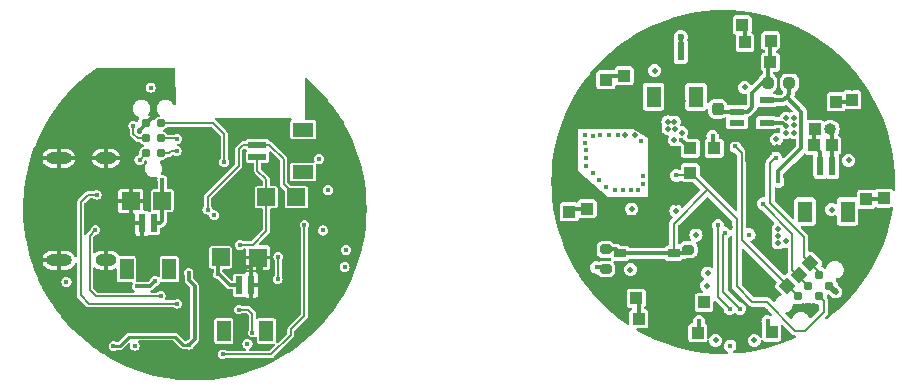
<source format=gbl>
G04 #@! TF.GenerationSoftware,KiCad,Pcbnew,8.0.6*
G04 #@! TF.CreationDate,2025-07-21T23:51:58+02:00*
G04 #@! TF.ProjectId,nRF5340,6e524635-3334-4302-9e6b-696361645f70,rev?*
G04 #@! TF.SameCoordinates,Original*
G04 #@! TF.FileFunction,Copper,L4,Bot*
G04 #@! TF.FilePolarity,Positive*
%FSLAX46Y46*%
G04 Gerber Fmt 4.6, Leading zero omitted, Abs format (unit mm)*
G04 Created by KiCad (PCBNEW 8.0.6) date 2025-07-21 23:51:58*
%MOMM*%
%LPD*%
G01*
G04 APERTURE LIST*
G04 Aperture macros list*
%AMRoundRect*
0 Rectangle with rounded corners*
0 $1 Rounding radius*
0 $2 $3 $4 $5 $6 $7 $8 $9 X,Y pos of 4 corners*
0 Add a 4 corners polygon primitive as box body*
4,1,4,$2,$3,$4,$5,$6,$7,$8,$9,$2,$3,0*
0 Add four circle primitives for the rounded corners*
1,1,$1+$1,$2,$3*
1,1,$1+$1,$4,$5*
1,1,$1+$1,$6,$7*
1,1,$1+$1,$8,$9*
0 Add four rect primitives between the rounded corners*
20,1,$1+$1,$2,$3,$4,$5,0*
20,1,$1+$1,$4,$5,$6,$7,0*
20,1,$1+$1,$6,$7,$8,$9,0*
20,1,$1+$1,$8,$9,$2,$3,0*%
%AMRotRect*
0 Rectangle, with rotation*
0 The origin of the aperture is its center*
0 $1 length*
0 $2 width*
0 $3 Rotation angle, in degrees counterclockwise*
0 Add horizontal line*
21,1,$1,$2,0,0,$3*%
G04 Aperture macros list end*
G04 #@! TA.AperFunction,ComponentPad*
%ADD10R,1.000000X1.000000*%
G04 #@! TD*
G04 #@! TA.AperFunction,ComponentPad*
%ADD11O,1.000000X1.000000*%
G04 #@! TD*
G04 #@! TA.AperFunction,SMDPad,CuDef*
%ADD12R,1.000000X1.000000*%
G04 #@! TD*
G04 #@! TA.AperFunction,SMDPad,CuDef*
%ADD13RoundRect,0.237500X-0.250000X-0.237500X0.250000X-0.237500X0.250000X0.237500X-0.250000X0.237500X0*%
G04 #@! TD*
G04 #@! TA.AperFunction,SMDPad,CuDef*
%ADD14R,0.990600X0.711200*%
G04 #@! TD*
G04 #@! TA.AperFunction,SMDPad,CuDef*
%ADD15RoundRect,0.237500X0.237500X-0.300000X0.237500X0.300000X-0.237500X0.300000X-0.237500X-0.300000X0*%
G04 #@! TD*
G04 #@! TA.AperFunction,SMDPad,CuDef*
%ADD16R,1.250000X0.500000*%
G04 #@! TD*
G04 #@! TA.AperFunction,SMDPad,CuDef*
%ADD17RoundRect,0.200000X-0.275000X0.200000X-0.275000X-0.200000X0.275000X-0.200000X0.275000X0.200000X0*%
G04 #@! TD*
G04 #@! TA.AperFunction,SMDPad,CuDef*
%ADD18RoundRect,0.200000X0.275000X-0.200000X0.275000X0.200000X-0.275000X0.200000X-0.275000X-0.200000X0*%
G04 #@! TD*
G04 #@! TA.AperFunction,SMDPad,CuDef*
%ADD19R,0.600000X1.550000*%
G04 #@! TD*
G04 #@! TA.AperFunction,SMDPad,CuDef*
%ADD20R,1.200000X1.800000*%
G04 #@! TD*
G04 #@! TA.AperFunction,SMDPad,CuDef*
%ADD21RotRect,1.000000X1.000000X225.000000*%
G04 #@! TD*
G04 #@! TA.AperFunction,ConnectorPad*
%ADD22C,0.787400*%
G04 #@! TD*
G04 #@! TA.AperFunction,ComponentPad*
%ADD23O,1.800000X1.000000*%
G04 #@! TD*
G04 #@! TA.AperFunction,ComponentPad*
%ADD24O,2.200000X1.000000*%
G04 #@! TD*
G04 #@! TA.AperFunction,SMDPad,CuDef*
%ADD25R,1.500000X1.500000*%
G04 #@! TD*
G04 #@! TA.AperFunction,SMDPad,CuDef*
%ADD26R,1.550000X0.600000*%
G04 #@! TD*
G04 #@! TA.AperFunction,SMDPad,CuDef*
%ADD27R,1.800000X1.200000*%
G04 #@! TD*
G04 #@! TA.AperFunction,ViaPad*
%ADD28C,0.450000*%
G04 #@! TD*
G04 #@! TA.AperFunction,ViaPad*
%ADD29C,0.500000*%
G04 #@! TD*
G04 #@! TA.AperFunction,ViaPad*
%ADD30C,0.600000*%
G04 #@! TD*
G04 #@! TA.AperFunction,ViaPad*
%ADD31C,0.400000*%
G04 #@! TD*
G04 #@! TA.AperFunction,Conductor*
%ADD32C,0.300000*%
G04 #@! TD*
G04 #@! TA.AperFunction,Conductor*
%ADD33C,0.200000*%
G04 #@! TD*
G04 #@! TA.AperFunction,Conductor*
%ADD34C,0.500000*%
G04 #@! TD*
G04 #@! TA.AperFunction,Conductor*
%ADD35C,0.250000*%
G04 #@! TD*
G04 #@! TA.AperFunction,Conductor*
%ADD36C,0.160000*%
G04 #@! TD*
G04 APERTURE END LIST*
D10*
X187720000Y-133100000D03*
D11*
X188990001Y-133100000D03*
D12*
X200880000Y-111350000D03*
D13*
X198642500Y-113125000D03*
X200467500Y-113125000D03*
D14*
X186149996Y-129704998D03*
X190649999Y-129704998D03*
X186149997Y-127555000D03*
X190650000Y-127555000D03*
D12*
X204410000Y-114715000D03*
X187480000Y-131355000D03*
X189130000Y-131355000D03*
X192700000Y-134285000D03*
D15*
X194380000Y-115312500D03*
X194380000Y-113587500D03*
D12*
X186485000Y-114172500D03*
D16*
X196030002Y-116499998D03*
X196030000Y-115550000D03*
X196029998Y-114599998D03*
X198529998Y-114600002D03*
X198530002Y-116500002D03*
D17*
X191905000Y-127240000D03*
X191905000Y-128890000D03*
D18*
X184905000Y-128875000D03*
X184905000Y-127225000D03*
D12*
X183360000Y-125485000D03*
D19*
X191255000Y-110425000D03*
X190255000Y-110425000D03*
D20*
X192555000Y-114300000D03*
X188955000Y-114300000D03*
D12*
X196700000Y-109705000D03*
D21*
X202230000Y-128415000D03*
D12*
X204420000Y-113285000D03*
X194090000Y-118665000D03*
D22*
X203854074Y-130296973D03*
X202956052Y-129398949D03*
X202956051Y-131195000D03*
X202058025Y-130296974D03*
X202058024Y-132093025D03*
X201160002Y-131195001D03*
D12*
X204040000Y-118425000D03*
X194090000Y-120695000D03*
X195020000Y-109715000D03*
D19*
X204080000Y-120150000D03*
X203080000Y-120150000D03*
D20*
X205380000Y-124025000D03*
X201780000Y-124025000D03*
D12*
X192070000Y-120715000D03*
X206980000Y-122975000D03*
X202530000Y-118415000D03*
X192070000Y-118665000D03*
D21*
X200270000Y-130335000D03*
D12*
X206970000Y-121305000D03*
D21*
X201260000Y-129365000D03*
D12*
X183350000Y-123765000D03*
D10*
X198864999Y-109544999D03*
D11*
X200135000Y-109544999D03*
D12*
X186485000Y-112522500D03*
D10*
X196454997Y-108205000D03*
D11*
X195184996Y-108205000D03*
D12*
X198960000Y-134235000D03*
X198855000Y-111375000D03*
D10*
X202645001Y-117065000D03*
D11*
X203915002Y-117065000D03*
D10*
X181810000Y-124045000D03*
D11*
X181810000Y-125315000D03*
D10*
X193230001Y-131715001D03*
D11*
X191960000Y-131715001D03*
D10*
X208444999Y-122879999D03*
D11*
X208444999Y-121609998D03*
D10*
X205734998Y-114550001D03*
D11*
X205734998Y-113280000D03*
D10*
X184920000Y-112852500D03*
D11*
X184920000Y-114122500D03*
D23*
X142612499Y-119495748D03*
D24*
X138612498Y-119495747D03*
D23*
X142612499Y-128135750D03*
D24*
X138612498Y-128135753D03*
D25*
X156175000Y-122800000D03*
D19*
X154875001Y-130249999D03*
X153875000Y-130250000D03*
D20*
X156175000Y-134125000D03*
X152575000Y-134125000D03*
D25*
X158725000Y-122800000D03*
X152300000Y-127900000D03*
X144700003Y-123124999D03*
D19*
X146650001Y-125024998D03*
X145650001Y-125024998D03*
D20*
X147950000Y-128900000D03*
X144350000Y-128900000D03*
D22*
X145980004Y-119089996D03*
X147250001Y-119089998D03*
X145980002Y-117819998D03*
X147250002Y-117819998D03*
X145980003Y-116549998D03*
X147250000Y-116550000D03*
D26*
X155425000Y-118374999D03*
X155424999Y-119375001D03*
D27*
X159300000Y-117075000D03*
X159300000Y-120675000D03*
D25*
X147375000Y-123100000D03*
X155475000Y-127925000D03*
D28*
X195409951Y-132254301D03*
X194980000Y-125805000D03*
X190900000Y-120965000D03*
X194420000Y-125185000D03*
X199505000Y-121475000D03*
X198610000Y-133304301D03*
D29*
X190730000Y-116425000D03*
D28*
X193960000Y-117625000D03*
D29*
X200180000Y-117335000D03*
X199510000Y-126695000D03*
X199366705Y-117895790D03*
X192550000Y-126015000D03*
D28*
X195860000Y-118505000D03*
X199300000Y-119475000D03*
X198220000Y-123345000D03*
D29*
X204039999Y-123865001D03*
D28*
X196269951Y-132234301D03*
X192810000Y-133305000D03*
D29*
X200180000Y-116745000D03*
D28*
X184130000Y-128750000D03*
D29*
X187100000Y-123795000D03*
X200170000Y-116115000D03*
X205480000Y-119675000D03*
X200840000Y-117345000D03*
X194219950Y-134915000D03*
X199510000Y-125495000D03*
D30*
X191255000Y-109250000D03*
D29*
X190860000Y-123975000D03*
D28*
X204380000Y-130825000D03*
D29*
X200830000Y-116115000D03*
X197479950Y-134915000D03*
X189055000Y-112092500D03*
X199500000Y-126095000D03*
D28*
X191320000Y-117935000D03*
D29*
X200170000Y-126535000D03*
D28*
X195285000Y-119500000D03*
X183210000Y-120185000D03*
X187930000Y-118075000D03*
D29*
X186990000Y-128935000D03*
D28*
X184960000Y-121935000D03*
D31*
X193155000Y-108050000D03*
D29*
X187615000Y-114722500D03*
X193550000Y-129225000D03*
X191590000Y-125445000D03*
D31*
X185055000Y-115750000D03*
D28*
X185310000Y-129715000D03*
D29*
X190705000Y-133025000D03*
D28*
X183200000Y-119525000D03*
D29*
X190740000Y-117005000D03*
X196674997Y-113505003D03*
X200850000Y-116735000D03*
D28*
X194530000Y-117305000D03*
D29*
X191350000Y-117335000D03*
X202650000Y-126535000D03*
D28*
X183180000Y-117575000D03*
X195449951Y-135395000D03*
D29*
X191600000Y-126025000D03*
X203080000Y-112675000D03*
D28*
X187040000Y-122205000D03*
D29*
X190190000Y-117015000D03*
D28*
X185680000Y-122215000D03*
X196249951Y-135375000D03*
X185930000Y-117575000D03*
D29*
X193460000Y-130295000D03*
X190630000Y-130650000D03*
D28*
X197620000Y-125585000D03*
D31*
X207530000Y-125350000D03*
X194305000Y-121975000D03*
D29*
X194500000Y-111025000D03*
X195460000Y-125325000D03*
X190170000Y-116435000D03*
X190860000Y-123275000D03*
D28*
X187650000Y-122185000D03*
D29*
X190730000Y-117955000D03*
D28*
X197065000Y-125965000D03*
X188050000Y-121025000D03*
X196940000Y-132445000D03*
D29*
X199400000Y-118595000D03*
X183410000Y-126315000D03*
D31*
X192105000Y-112425000D03*
D28*
X202560000Y-132565000D03*
D29*
X187430000Y-117575000D03*
D28*
X183800000Y-117595000D03*
X185180000Y-117575000D03*
X202570000Y-116025000D03*
D29*
X203200000Y-127275000D03*
D28*
X183200000Y-118845000D03*
X203900000Y-116015000D03*
X199430000Y-128035000D03*
X184430000Y-117575000D03*
D31*
X183030000Y-115800000D03*
X208030000Y-120175000D03*
D29*
X204480000Y-112435000D03*
X203240000Y-126535000D03*
X190630000Y-131800000D03*
D28*
X198780000Y-119085000D03*
D29*
X202650000Y-127265000D03*
D31*
X181555000Y-119975000D03*
D28*
X196890000Y-129845000D03*
D31*
X190630000Y-134550000D03*
D29*
X186580000Y-117575000D03*
D28*
X196935000Y-119675000D03*
X189660000Y-129705000D03*
X198450000Y-132465000D03*
X183190000Y-118225000D03*
D31*
X188280000Y-110575000D03*
D30*
X190255000Y-109225000D03*
D29*
X203750000Y-127285000D03*
D28*
X191930000Y-133375000D03*
D29*
X206270000Y-116365000D03*
X191430000Y-114700000D03*
X205640000Y-121205000D03*
X205530000Y-116345000D03*
D28*
X197430000Y-122675000D03*
X183805000Y-120780000D03*
D29*
X194250000Y-109605000D03*
X188330000Y-116325000D03*
D28*
X188060000Y-121725000D03*
X186410000Y-122205000D03*
D29*
X184620000Y-125815000D03*
D28*
X199420000Y-127385000D03*
X194780000Y-132445000D03*
D31*
X202830000Y-111050000D03*
D29*
X186480000Y-115075000D03*
D28*
X184345000Y-121320000D03*
D29*
X194980000Y-124795000D03*
D31*
X182805000Y-127700000D03*
D28*
X144925000Y-116775000D03*
X149550000Y-126850000D03*
D31*
X144350000Y-136325000D03*
D28*
X144700000Y-121150000D03*
D31*
X141525000Y-116825000D03*
D28*
X151450000Y-133575000D03*
X161775000Y-125675000D03*
X138600000Y-126950000D03*
X160000000Y-122725000D03*
X160225000Y-114625000D03*
D31*
X136975000Y-126250000D03*
D28*
X149925000Y-127775000D03*
X159850000Y-133850000D03*
D31*
X140075000Y-122250000D03*
X152275000Y-137400000D03*
D28*
X161625000Y-131325000D03*
D31*
X163525000Y-120725000D03*
X138600000Y-123775000D03*
D28*
X150975000Y-136900000D03*
X146500000Y-116000000D03*
X156025000Y-130300000D03*
X151847477Y-123707646D03*
X145175000Y-133825000D03*
X151450000Y-134675000D03*
D31*
X144825000Y-112475000D03*
D28*
X140975000Y-114425000D03*
X162150000Y-119775000D03*
X146012500Y-123137500D03*
D31*
X148275000Y-120300000D03*
D28*
X153925000Y-136925000D03*
D31*
X146950000Y-112550000D03*
D28*
X148850000Y-133824302D03*
X160275000Y-115825000D03*
X155700000Y-129075000D03*
X150812150Y-132662150D03*
X148350000Y-132700000D03*
X147250000Y-126850000D03*
D31*
X136925000Y-122125000D03*
X139750000Y-126200000D03*
D28*
X158325000Y-126625000D03*
X148725000Y-126800000D03*
X151650000Y-130475000D03*
D31*
X163575000Y-126350000D03*
D28*
X153400000Y-122350000D03*
X148025000Y-113125000D03*
D31*
X163550000Y-123550000D03*
D28*
X138600000Y-120725000D03*
D31*
X161725000Y-130300000D03*
X158450000Y-132650000D03*
D28*
X138425000Y-117725000D03*
D31*
X142550000Y-112450000D03*
D28*
X153750000Y-128675000D03*
X145750000Y-126875000D03*
X154500000Y-122400000D03*
D31*
X151750000Y-124325000D03*
D28*
X160975000Y-125625000D03*
X145025000Y-135375000D03*
X139250000Y-129975000D03*
X145437500Y-119637500D03*
X147375000Y-121350000D03*
X160650000Y-119550000D03*
X154575000Y-135225000D03*
X162925000Y-127250000D03*
X161400000Y-122200000D03*
X146375000Y-113525000D03*
X162800000Y-128725000D03*
X152100000Y-129325000D03*
D31*
X149600000Y-129200000D03*
X143225000Y-135400000D03*
X149625000Y-135300000D03*
X145200000Y-130350000D03*
X146750000Y-129900000D03*
X157150000Y-129750000D03*
X157175000Y-127850000D03*
X153824301Y-132324301D03*
X155000000Y-134275000D03*
X141825000Y-122600000D03*
X148650000Y-131825000D03*
X147250000Y-131175000D03*
X141700000Y-125575000D03*
X152475000Y-136100000D03*
X159400000Y-125125000D03*
D28*
X148625000Y-117850000D03*
X152600000Y-119850000D03*
X148575000Y-118875000D03*
X153950000Y-126825000D03*
X151200000Y-123850002D03*
D32*
X199505000Y-121475000D02*
X199505000Y-120625000D01*
X194617500Y-115550000D02*
X196030000Y-115550000D01*
X201480000Y-115550000D02*
X200217500Y-114287500D01*
X199904998Y-114600002D02*
X200217500Y-114287500D01*
X198529998Y-114600002D02*
X199904998Y-114600002D01*
X198642500Y-113125000D02*
X198642500Y-111587500D01*
X199505000Y-120625000D02*
X201480000Y-118650000D01*
D33*
X200720000Y-128958949D02*
X202058025Y-130296974D01*
D32*
X196930000Y-115550000D02*
X197305000Y-115175000D01*
D33*
X200720000Y-125890000D02*
X200720000Y-128958949D01*
D32*
X200467500Y-114037500D02*
X200467500Y-113125000D01*
X201480000Y-118650000D02*
X201480000Y-115550000D01*
X198155000Y-113125000D02*
X198642500Y-113125000D01*
X196030000Y-115550000D02*
X196930000Y-115550000D01*
X197305000Y-113975000D02*
X198155000Y-113125000D01*
X197305000Y-115175000D02*
X197305000Y-113975000D01*
X198855000Y-111375000D02*
X198855000Y-109554998D01*
D33*
X198220000Y-123345000D02*
X198220000Y-123390000D01*
X198220000Y-123390000D02*
X200720000Y-125890000D01*
D32*
X200217500Y-114287500D02*
X200467500Y-114037500D01*
X192810000Y-133305000D02*
X192810000Y-134175000D01*
X204410000Y-114715000D02*
X205569999Y-114715000D01*
X196700000Y-109705000D02*
X196700000Y-108450003D01*
D33*
X195409951Y-132254301D02*
X194420000Y-131264350D01*
D32*
X198610000Y-133304301D02*
X198610000Y-133885000D01*
D33*
X194870000Y-125915000D02*
X194980000Y-125805000D01*
X198810000Y-123305000D02*
X201660000Y-126155000D01*
X199300000Y-119475000D02*
X199280000Y-119475000D01*
X194420000Y-131264350D02*
X194420000Y-125185000D01*
X201660000Y-126155000D02*
X201660000Y-127845000D01*
X198810000Y-119945000D02*
X198810000Y-123305000D01*
D32*
X206980000Y-122975000D02*
X208349998Y-122975000D01*
X187685000Y-131560000D02*
X187685000Y-132935000D01*
D33*
X201660000Y-127845000D02*
X202956052Y-129141052D01*
X196410000Y-119055000D02*
X195860000Y-118505000D01*
X196410000Y-126444999D02*
X196410000Y-119055000D01*
X201160002Y-131195001D02*
X196410000Y-126444999D01*
X196269951Y-132234301D02*
X194870000Y-130834350D01*
X199280000Y-119475000D02*
X198810000Y-119945000D01*
D32*
X183350000Y-123765000D02*
X182090000Y-123765000D01*
X185970000Y-112525000D02*
X185247500Y-112525000D01*
D33*
X200960758Y-134105759D02*
X201797059Y-134105759D01*
X194870000Y-130834350D02*
X194870000Y-125915000D01*
D32*
X204080000Y-118465000D02*
X204080000Y-120150000D01*
X202530000Y-118415000D02*
X203080000Y-118965000D01*
X193960000Y-117625000D02*
X193960000Y-118535000D01*
X203080000Y-118965000D02*
X203080000Y-120150000D01*
D33*
X201797059Y-134105759D02*
X203349750Y-132553068D01*
D32*
X204040000Y-118425000D02*
X204040000Y-117189998D01*
X202530000Y-118415000D02*
X202530000Y-117180001D01*
X196860000Y-118630000D02*
X196160000Y-117930000D01*
X196160000Y-117930000D02*
X195621827Y-117930000D01*
X204420000Y-113285000D02*
X205729998Y-113285000D01*
X190255000Y-110425000D02*
X190255000Y-109225000D01*
X195020000Y-109715000D02*
X195020000Y-108369996D01*
X195621827Y-117930000D02*
X195285000Y-118266827D01*
X191560000Y-128890000D02*
X190970000Y-128890000D01*
X195285000Y-119500000D02*
X194090000Y-120695000D01*
X183410000Y-126315000D02*
X183360000Y-126265000D01*
X189130000Y-131355000D02*
X189130000Y-132760001D01*
X208140001Y-121305000D02*
X208444999Y-121609998D01*
X190955000Y-128875000D02*
X190649999Y-129180001D01*
X200135000Y-109544999D02*
X200805000Y-110214999D01*
X196935000Y-119675000D02*
X196860000Y-119750000D01*
X190649999Y-129704998D02*
X189660002Y-129704998D01*
X190970000Y-128890000D02*
X190955000Y-128875000D01*
D34*
X202560000Y-132565000D02*
X202088025Y-132093025D01*
D32*
X195505000Y-113625000D02*
X196029998Y-114149998D01*
X194380000Y-113625000D02*
X195505000Y-113625000D01*
X200805000Y-110214999D02*
X200805000Y-111275000D01*
X186485000Y-115070000D02*
X186485000Y-114175000D01*
X186480000Y-115075000D02*
X186485000Y-115070000D01*
X183360000Y-125485000D02*
X181980000Y-125485000D01*
X196029998Y-114149998D02*
X196029998Y-114599998D01*
X185320002Y-129704998D02*
X185310000Y-129715000D01*
X206970000Y-121305000D02*
X208140001Y-121305000D01*
X189130000Y-132760001D02*
X188935001Y-132955000D01*
X189660002Y-129704998D02*
X189660000Y-129705000D01*
X196860000Y-119750000D02*
X196860000Y-118630000D01*
X186149996Y-129704998D02*
X185320002Y-129704998D01*
X190649999Y-129180001D02*
X190649999Y-129704998D01*
X195285000Y-118266827D02*
X195285000Y-119500000D01*
X183360000Y-126265000D02*
X183360000Y-125485000D01*
X186485000Y-114175000D02*
X184972500Y-114175000D01*
X184130000Y-128750000D02*
X184780000Y-128750000D01*
D33*
X190650000Y-125035000D02*
X193515000Y-122170000D01*
D32*
X185819997Y-127225000D02*
X186149997Y-127555000D01*
D33*
X203349750Y-132553068D02*
X203349750Y-131588699D01*
X190900000Y-120965000D02*
X192320000Y-120965000D01*
D32*
X186149997Y-127555000D02*
X190650000Y-127555000D01*
D33*
X197320000Y-131675000D02*
X198529999Y-131675000D01*
X196010000Y-130365000D02*
X197320000Y-131675000D01*
X198529999Y-131675000D02*
X200960758Y-134105759D01*
X193515000Y-122170000D02*
X193515000Y-122160000D01*
D32*
X198530002Y-116500002D02*
X199935002Y-116500002D01*
D33*
X196010000Y-124655000D02*
X196010000Y-130365000D01*
D32*
X191590000Y-127555000D02*
X190650000Y-127555000D01*
D33*
X190650000Y-127555000D02*
X190650000Y-125035000D01*
D34*
X203854074Y-130299074D02*
X204380000Y-130825000D01*
D32*
X184905000Y-127225000D02*
X185819997Y-127225000D01*
X192050000Y-118665000D02*
X191320000Y-117935000D01*
D33*
X192320000Y-120965000D02*
X196010000Y-124655000D01*
D32*
X191905000Y-127240000D02*
X191590000Y-127555000D01*
X199935002Y-116500002D02*
X200180000Y-116745000D01*
D33*
X203349750Y-131588699D02*
X202956051Y-131195000D01*
D32*
X191255000Y-110425000D02*
X191255000Y-109250000D01*
D33*
X144925000Y-116775000D02*
X144925000Y-117450000D01*
X145294998Y-117819998D02*
X145980002Y-117819998D01*
X144925000Y-117450000D02*
X145294998Y-117819998D01*
D32*
X155700000Y-129075000D02*
X155700000Y-128150000D01*
X144975002Y-125024998D02*
X145650001Y-125024998D01*
D33*
X145980003Y-116549998D02*
X145980003Y-116519997D01*
D32*
X144700003Y-123124999D02*
X145999999Y-123124999D01*
X144700003Y-123124999D02*
X144700003Y-121150003D01*
X154875000Y-128525000D02*
X154875000Y-130249998D01*
X144700003Y-121150003D02*
X144700000Y-121150000D01*
X155475000Y-127925000D02*
X154875000Y-128525000D01*
X144700003Y-124750003D02*
X144975000Y-125025000D01*
X154875001Y-130249999D02*
X155974999Y-130249999D01*
D33*
X145980003Y-116519997D02*
X146500000Y-116000000D01*
D32*
X153750000Y-128675000D02*
X154725000Y-128675000D01*
X145999999Y-123124999D02*
X146012500Y-123137500D01*
X144700003Y-123124999D02*
X144700003Y-124750003D01*
X155974999Y-130249999D02*
X156025000Y-130300000D01*
X155700000Y-128150000D02*
X155475000Y-127925000D01*
X154875000Y-130249998D02*
X154875001Y-130249999D01*
X144975000Y-125025000D02*
X144975002Y-125024998D01*
X147375000Y-124850000D02*
X147375000Y-123150000D01*
D33*
X145437500Y-119637500D02*
X145980004Y-119094996D01*
D32*
X146650001Y-125024998D02*
X147200002Y-125024998D01*
X147200002Y-125024998D02*
X147375000Y-124850000D01*
X147375000Y-123150000D02*
X147375000Y-121350000D01*
D33*
X145980004Y-119094996D02*
X145980004Y-119089996D01*
D32*
X153100000Y-130250000D02*
X153875000Y-130250000D01*
X152100000Y-128100000D02*
X152300000Y-127900000D01*
X152100000Y-129325000D02*
X152175000Y-129325000D01*
X152175000Y-129325000D02*
X153100000Y-130250000D01*
X152100000Y-129325000D02*
X152100000Y-128100000D01*
D35*
X143225000Y-135400000D02*
X143750000Y-135400000D01*
D32*
X149600000Y-129800000D02*
X150100000Y-130300000D01*
D35*
X144550000Y-134600000D02*
X148450000Y-134600000D01*
X148450000Y-134600000D02*
X149150000Y-135300000D01*
X143750000Y-135400000D02*
X144550000Y-134600000D01*
D32*
X150100000Y-130300000D02*
X150100000Y-134825000D01*
X150100000Y-134825000D02*
X149625000Y-135300000D01*
D35*
X149150000Y-135300000D02*
X149625000Y-135300000D01*
D32*
X149600000Y-129200000D02*
X149600000Y-129800000D01*
X146300000Y-130350000D02*
X146750000Y-129900000D01*
X145200000Y-130350000D02*
X146300000Y-130350000D01*
D33*
X157175000Y-129725000D02*
X157150000Y-129750000D01*
X157175000Y-127850000D02*
X157175000Y-129725000D01*
X153824301Y-132324301D02*
X154649301Y-132324301D01*
X155000000Y-132675000D02*
X155000000Y-134275000D01*
X154649301Y-132324301D02*
X155000000Y-132675000D01*
X141075000Y-122600000D02*
X141825000Y-122600000D01*
X148650000Y-131825000D02*
X141150000Y-131825000D01*
X141150000Y-131825000D02*
X140450000Y-131125000D01*
X140450000Y-123225000D02*
X141075000Y-122600000D01*
X140450000Y-131125000D02*
X140450000Y-123225000D01*
X141225000Y-130675000D02*
X141225000Y-126050000D01*
X147250000Y-131175000D02*
X141725000Y-131175000D01*
X141225000Y-126050000D02*
X141700000Y-125575000D01*
X141725000Y-131175000D02*
X141225000Y-130675000D01*
X156600000Y-136100000D02*
X152475000Y-136100000D01*
X159400000Y-125125000D02*
X159400000Y-132842893D01*
X158250000Y-133992893D02*
X158250000Y-134450000D01*
X158250000Y-134450000D02*
X156600000Y-136100000D01*
X159400000Y-132842893D02*
X158250000Y-133992893D01*
X148625000Y-117850000D02*
X148600000Y-117825000D01*
X148600000Y-117825000D02*
X147255004Y-117825000D01*
X147255004Y-117825000D02*
X147250002Y-117819998D01*
X152600000Y-119850000D02*
X152600000Y-117450000D01*
X152600000Y-117450000D02*
X151700000Y-116550000D01*
X151700000Y-116550000D02*
X147250000Y-116550000D01*
X148125000Y-118875000D02*
X147910002Y-119089998D01*
X147910002Y-119089998D02*
X147250001Y-119089998D01*
X148575000Y-118875000D02*
X148125000Y-118875000D01*
X155424999Y-120549999D02*
X156175000Y-121300000D01*
X155025000Y-126825000D02*
X156175000Y-125675000D01*
X155424999Y-119375001D02*
X155424999Y-120549999D01*
X156175000Y-125675000D02*
X156175000Y-122800000D01*
X156175000Y-121300000D02*
X156175000Y-122800000D01*
X153950000Y-126825000D02*
X155025000Y-126825000D01*
X156424999Y-118374999D02*
X157650000Y-119600000D01*
X151200000Y-122750000D02*
X153825000Y-120125000D01*
X153825000Y-120125000D02*
X153825000Y-118750000D01*
X157650000Y-121725000D02*
X158725000Y-122800000D01*
X154200001Y-118374999D02*
X155425000Y-118374999D01*
X157650000Y-119600000D02*
X157650000Y-121725000D01*
X153825000Y-118750000D02*
X154200001Y-118374999D01*
D36*
X155425000Y-118374999D02*
X155900000Y-118374999D01*
D33*
X155425000Y-118374999D02*
X156424999Y-118374999D01*
X151200000Y-123850002D02*
X151200000Y-122750000D01*
G04 #@! TA.AperFunction,Conductor*
G36*
X142762499Y-128935749D02*
G01*
X142762500Y-128935750D01*
X143091291Y-128935750D01*
X143091294Y-128935749D01*
X143245848Y-128905007D01*
X143391439Y-128844701D01*
X143391448Y-128844697D01*
X143395498Y-128841991D01*
X143454386Y-128825382D01*
X143511790Y-128846559D01*
X143545783Y-128897433D01*
X143549500Y-128924306D01*
X143549500Y-129819746D01*
X143549501Y-129819758D01*
X143561132Y-129878227D01*
X143561134Y-129878233D01*
X143605445Y-129944548D01*
X143605448Y-129944552D01*
X143671769Y-129988867D01*
X143716231Y-129997711D01*
X143730241Y-130000498D01*
X143730246Y-130000498D01*
X143730252Y-130000500D01*
X143730253Y-130000500D01*
X144767035Y-130000500D01*
X144825226Y-130019407D01*
X144861190Y-130068907D01*
X144861190Y-130130093D01*
X144855245Y-130144441D01*
X144844919Y-130164709D01*
X144814355Y-130224692D01*
X144814354Y-130224696D01*
X144794508Y-130349999D01*
X144794508Y-130350000D01*
X144814354Y-130475303D01*
X144814355Y-130475307D01*
X144852683Y-130550529D01*
X144871950Y-130588342D01*
X144961658Y-130678050D01*
X144961660Y-130678051D01*
X144979794Y-130687291D01*
X145023059Y-130730555D01*
X145032630Y-130790987D01*
X145004852Y-130845504D01*
X144950336Y-130873281D01*
X144934849Y-130874500D01*
X141890479Y-130874500D01*
X141832288Y-130855593D01*
X141820475Y-130845504D01*
X141554496Y-130579525D01*
X141526719Y-130525008D01*
X141525500Y-130509521D01*
X141525500Y-128819129D01*
X141544407Y-128760938D01*
X141593907Y-128724974D01*
X141655093Y-128724974D01*
X141694507Y-128749128D01*
X141702529Y-128757150D01*
X141833549Y-128844697D01*
X141833558Y-128844701D01*
X141979149Y-128905007D01*
X142133703Y-128935749D01*
X142133707Y-128935750D01*
X142462498Y-128935750D01*
X142462499Y-128935749D01*
X142462499Y-128435750D01*
X142762499Y-128435750D01*
X142762499Y-128935749D01*
G37*
G04 #@! TD.AperFunction*
G04 #@! TA.AperFunction,Conductor*
G36*
X148434643Y-111843970D02*
G01*
X148470684Y-111893414D01*
X148475576Y-111923575D01*
X148493064Y-114914042D01*
X148474498Y-114972342D01*
X148425209Y-115008595D01*
X148364024Y-115008953D01*
X148314315Y-114973279D01*
X148302602Y-114952506D01*
X148291925Y-114926730D01*
X148291925Y-114926729D01*
X148271589Y-114896295D01*
X148210305Y-114804577D01*
X148106424Y-114700696D01*
X147984273Y-114619077D01*
X147984272Y-114619076D01*
X147984270Y-114619075D01*
X147848546Y-114562857D01*
X147704461Y-114534197D01*
X147704459Y-114534197D01*
X147557549Y-114534197D01*
X147557546Y-114534197D01*
X147413462Y-114562857D01*
X147413460Y-114562857D01*
X147277737Y-114619075D01*
X147277736Y-114619075D01*
X147155584Y-114700696D01*
X147155580Y-114700699D01*
X147051706Y-114804573D01*
X147051703Y-114804577D01*
X146970082Y-114926729D01*
X146970082Y-114926730D01*
X146913864Y-115062453D01*
X146913864Y-115062455D01*
X146885204Y-115206539D01*
X146885204Y-115353454D01*
X146913864Y-115497538D01*
X146913864Y-115497540D01*
X146970082Y-115633263D01*
X146970082Y-115633264D01*
X147010753Y-115694131D01*
X147051703Y-115755417D01*
X147051705Y-115755419D01*
X147051706Y-115755420D01*
X147112089Y-115815803D01*
X147139866Y-115870320D01*
X147130295Y-115930752D01*
X147087030Y-115974017D01*
X147079971Y-115977271D01*
X146950338Y-116030967D01*
X146826217Y-116126207D01*
X146826210Y-116126214D01*
X146753256Y-116221290D01*
X146702831Y-116255945D01*
X146641667Y-116254343D01*
X146593238Y-116217259D01*
X146565320Y-116176812D01*
X146565319Y-116176812D01*
X146221129Y-116521002D01*
X146166613Y-116548779D01*
X146151126Y-116549998D01*
X146006879Y-116549998D01*
X145970731Y-116538253D01*
X145980003Y-116576873D01*
X145980003Y-116721122D01*
X145961096Y-116779313D01*
X145951007Y-116791126D01*
X145605336Y-117136796D01*
X145639834Y-117154902D01*
X145682573Y-117198685D01*
X145691414Y-117259229D01*
X145662980Y-117313406D01*
X145654094Y-117321104D01*
X145556219Y-117396205D01*
X145556208Y-117396216D01*
X145512035Y-117453783D01*
X145461610Y-117488439D01*
X145400446Y-117486836D01*
X145363490Y-117463519D01*
X145254496Y-117354525D01*
X145226719Y-117300008D01*
X145225500Y-117284521D01*
X145225500Y-117117255D01*
X145244407Y-117059064D01*
X145254490Y-117047257D01*
X145273528Y-117028220D01*
X145299615Y-116977020D01*
X145342879Y-116933757D01*
X145393948Y-116923919D01*
X145811000Y-116506869D01*
X145865516Y-116479092D01*
X145916810Y-116487215D01*
X145912724Y-116481591D01*
X145912724Y-116420405D01*
X145936875Y-116380994D01*
X145980003Y-116337866D01*
X146354668Y-115963199D01*
X146354668Y-115963198D01*
X146222497Y-115893830D01*
X146223286Y-115892326D01*
X146181658Y-115858882D01*
X146165593Y-115799843D01*
X146182162Y-115749640D01*
X146259017Y-115634620D01*
X146259922Y-115633265D01*
X146316142Y-115497538D01*
X146344802Y-115353451D01*
X146344802Y-115206541D01*
X146316142Y-115062454D01*
X146288032Y-114994590D01*
X146259923Y-114926729D01*
X146259923Y-114926728D01*
X146239587Y-114896294D01*
X146178303Y-114804576D01*
X146074422Y-114700695D01*
X145952271Y-114619076D01*
X145952270Y-114619075D01*
X145952268Y-114619074D01*
X145816544Y-114562856D01*
X145672459Y-114534196D01*
X145672457Y-114534196D01*
X145525547Y-114534196D01*
X145525544Y-114534196D01*
X145381460Y-114562856D01*
X145381458Y-114562856D01*
X145245735Y-114619074D01*
X145245734Y-114619074D01*
X145123582Y-114700695D01*
X145123578Y-114700698D01*
X145019704Y-114804572D01*
X145019701Y-114804576D01*
X144938080Y-114926728D01*
X144938080Y-114926729D01*
X144881862Y-115062452D01*
X144881862Y-115062454D01*
X144853202Y-115206538D01*
X144853202Y-115353453D01*
X144881862Y-115497537D01*
X144881862Y-115497539D01*
X144938080Y-115633262D01*
X144938080Y-115633263D01*
X144938987Y-115634620D01*
X145019701Y-115755416D01*
X145123582Y-115859297D01*
X145245733Y-115940916D01*
X145245734Y-115940916D01*
X145245735Y-115940917D01*
X145375009Y-115994464D01*
X145421535Y-116034200D01*
X145435819Y-116093695D01*
X145418600Y-116142165D01*
X145361252Y-116225249D01*
X145361248Y-116225256D01*
X145306802Y-116368819D01*
X145268489Y-116416524D01*
X145209453Y-116432597D01*
X145169293Y-116421923D01*
X145058126Y-116365281D01*
X144925000Y-116344196D01*
X144791872Y-116365281D01*
X144791870Y-116365282D01*
X144671782Y-116426470D01*
X144576470Y-116521782D01*
X144515282Y-116641870D01*
X144515281Y-116641872D01*
X144494196Y-116774999D01*
X144494196Y-116775000D01*
X144515281Y-116908127D01*
X144515282Y-116908129D01*
X144548736Y-116973786D01*
X144576472Y-117028220D01*
X144595505Y-117047253D01*
X144623281Y-117101768D01*
X144624500Y-117117255D01*
X144624500Y-117489564D01*
X144644977Y-117565985D01*
X144644981Y-117565993D01*
X144662754Y-117596779D01*
X144662755Y-117596779D01*
X144684540Y-117634511D01*
X145054537Y-118004509D01*
X145110487Y-118060458D01*
X145179005Y-118100017D01*
X145179009Y-118100019D01*
X145255433Y-118120497D01*
X145255435Y-118120498D01*
X145255436Y-118120498D01*
X145334560Y-118120498D01*
X145412790Y-118120498D01*
X145470981Y-118139405D01*
X145491329Y-118159227D01*
X145556214Y-118243786D01*
X145680338Y-118339030D01*
X145690046Y-118343051D01*
X145739494Y-118363533D01*
X145786020Y-118403269D01*
X145800304Y-118462764D01*
X145776890Y-118519292D01*
X145739495Y-118546461D01*
X145680342Y-118570963D01*
X145556221Y-118666203D01*
X145556211Y-118666213D01*
X145460970Y-118790334D01*
X145460970Y-118790335D01*
X145401099Y-118934878D01*
X145401098Y-118934879D01*
X145394398Y-118985774D01*
X145380677Y-119089996D01*
X145384206Y-119116798D01*
X145384300Y-119117514D01*
X145373148Y-119177674D01*
X145328765Y-119219790D01*
X145311690Y-119225093D01*
X145311782Y-119225374D01*
X145304370Y-119227782D01*
X145184282Y-119288970D01*
X145088970Y-119384282D01*
X145027782Y-119504370D01*
X145027781Y-119504372D01*
X145006696Y-119637499D01*
X145006696Y-119637500D01*
X145027781Y-119770627D01*
X145027782Y-119770629D01*
X145086635Y-119886134D01*
X145088972Y-119890720D01*
X145184280Y-119986028D01*
X145304374Y-120047219D01*
X145437500Y-120068304D01*
X145570626Y-120047219D01*
X145690720Y-119986028D01*
X145786028Y-119890720D01*
X145847219Y-119770626D01*
X145847458Y-119769114D01*
X145848152Y-119767752D01*
X145849625Y-119763219D01*
X145850342Y-119763452D01*
X145875232Y-119714599D01*
X145929748Y-119686820D01*
X145958160Y-119686447D01*
X145980004Y-119689323D01*
X145980004Y-119689322D01*
X145980005Y-119689323D01*
X145986493Y-119689323D01*
X145986493Y-119690574D01*
X146040009Y-119700488D01*
X146082130Y-119744867D01*
X146090122Y-119805528D01*
X146062783Y-119857497D01*
X146035708Y-119884572D01*
X146035700Y-119884582D01*
X145954079Y-120006734D01*
X145954079Y-120006735D01*
X145897861Y-120142458D01*
X145897861Y-120142460D01*
X145869201Y-120286544D01*
X145869201Y-120433459D01*
X145897861Y-120577543D01*
X145897861Y-120577545D01*
X145954079Y-120713268D01*
X145954080Y-120713270D01*
X145954081Y-120713271D01*
X146035700Y-120835422D01*
X146139581Y-120939303D01*
X146261732Y-121020922D01*
X146397459Y-121077142D01*
X146541546Y-121105802D01*
X146541548Y-121105802D01*
X146688454Y-121105802D01*
X146688456Y-121105802D01*
X146832543Y-121077142D01*
X146843107Y-121072765D01*
X146904103Y-121067964D01*
X146956273Y-121099932D01*
X146979689Y-121156460D01*
X146969205Y-121209172D01*
X146965281Y-121216873D01*
X146944196Y-121349999D01*
X146944196Y-121350000D01*
X146965281Y-121483127D01*
X146965282Y-121483129D01*
X147013709Y-121578172D01*
X147024500Y-121623117D01*
X147024500Y-122050500D01*
X147005593Y-122108691D01*
X146956093Y-122144655D01*
X146925500Y-122149500D01*
X146605252Y-122149500D01*
X146605251Y-122149500D01*
X146605241Y-122149501D01*
X146546772Y-122161132D01*
X146546766Y-122161134D01*
X146480451Y-122205445D01*
X146480445Y-122205451D01*
X146436134Y-122271766D01*
X146436132Y-122271772D01*
X146424501Y-122330241D01*
X146424500Y-122330250D01*
X146424500Y-122330252D01*
X146424500Y-123869748D01*
X146436133Y-123928231D01*
X146436134Y-123928232D01*
X146436721Y-123931183D01*
X146429530Y-123991944D01*
X146387998Y-124036875D01*
X146339623Y-124049498D01*
X146330250Y-124049498D01*
X146262207Y-124063033D01*
X146261979Y-124061888D01*
X146210803Y-124065911D01*
X146163920Y-124039653D01*
X146122478Y-123998211D01*
X146019873Y-123952907D01*
X145994798Y-123949998D01*
X145849003Y-123949998D01*
X145790812Y-123931091D01*
X145754848Y-123881591D01*
X145750003Y-123850998D01*
X145750003Y-123275000D01*
X145750002Y-123274999D01*
X144850004Y-123274999D01*
X144850003Y-123275000D01*
X144850003Y-124174997D01*
X144850004Y-124174998D01*
X144951001Y-124174998D01*
X145009192Y-124193905D01*
X145045156Y-124243405D01*
X145050001Y-124273998D01*
X145050001Y-124874997D01*
X145050002Y-124874998D01*
X145701001Y-124874998D01*
X145759192Y-124893905D01*
X145795156Y-124943405D01*
X145800001Y-124973998D01*
X145800001Y-126099996D01*
X145800002Y-126099997D01*
X145994791Y-126099997D01*
X145994792Y-126099996D01*
X146019875Y-126097088D01*
X146122479Y-126051784D01*
X146163921Y-126010342D01*
X146218437Y-125982564D01*
X146262056Y-125987726D01*
X146262208Y-125986963D01*
X146330242Y-126000496D01*
X146330247Y-126000496D01*
X146330253Y-126000498D01*
X146330254Y-126000498D01*
X146969748Y-126000498D01*
X146969749Y-126000498D01*
X147028232Y-125988865D01*
X147094553Y-125944550D01*
X147138868Y-125878229D01*
X147150501Y-125819746D01*
X147150501Y-125474498D01*
X147169408Y-125416307D01*
X147218908Y-125380343D01*
X147239802Y-125377033D01*
X147239712Y-125376345D01*
X147246143Y-125375498D01*
X147246146Y-125375498D01*
X147335290Y-125351612D01*
X147361191Y-125336658D01*
X147415214Y-125305468D01*
X147655470Y-125065212D01*
X147701614Y-124985288D01*
X147725500Y-124896143D01*
X147725500Y-124803856D01*
X147725500Y-124149500D01*
X147744407Y-124091309D01*
X147793907Y-124055345D01*
X147824500Y-124050500D01*
X148144747Y-124050500D01*
X148144748Y-124050500D01*
X148203231Y-124038867D01*
X148269552Y-123994552D01*
X148313867Y-123928231D01*
X148325500Y-123869748D01*
X148325500Y-123850001D01*
X150769196Y-123850001D01*
X150769196Y-123850002D01*
X150790281Y-123983129D01*
X150790282Y-123983131D01*
X150845402Y-124091309D01*
X150851472Y-124103222D01*
X150946780Y-124198530D01*
X151066874Y-124259721D01*
X151200000Y-124280806D01*
X151236363Y-124275046D01*
X151296792Y-124284616D01*
X151340058Y-124327880D01*
X151349630Y-124357340D01*
X151364354Y-124450303D01*
X151364355Y-124450307D01*
X151406931Y-124533866D01*
X151421950Y-124563342D01*
X151511658Y-124653050D01*
X151624696Y-124710646D01*
X151750000Y-124730492D01*
X151875304Y-124710646D01*
X151988342Y-124653050D01*
X152078050Y-124563342D01*
X152135646Y-124450304D01*
X152155492Y-124325000D01*
X152135646Y-124199696D01*
X152078050Y-124086658D01*
X151988342Y-123996950D01*
X151961215Y-123983128D01*
X151875307Y-123939355D01*
X151875304Y-123939354D01*
X151750000Y-123919508D01*
X151749998Y-123919508D01*
X151742236Y-123920737D01*
X151681804Y-123911162D01*
X151638542Y-123867895D01*
X151628973Y-123838442D01*
X151618039Y-123769407D01*
X151609719Y-123716876D01*
X151548528Y-123596782D01*
X151548525Y-123596779D01*
X151529495Y-123577748D01*
X151501719Y-123523231D01*
X151500500Y-123507746D01*
X151500500Y-122915478D01*
X151519407Y-122857287D01*
X151529490Y-122845480D01*
X154065460Y-120309511D01*
X154078717Y-120286549D01*
X154105020Y-120240992D01*
X154105020Y-120240990D01*
X154105022Y-120240988D01*
X154125500Y-120164562D01*
X154125500Y-120085438D01*
X154125500Y-118915479D01*
X154144407Y-118857288D01*
X154154496Y-118845476D01*
X154294595Y-118705376D01*
X154349112Y-118677598D01*
X154409544Y-118687169D01*
X154452808Y-118730434D01*
X154458558Y-118747013D01*
X154461134Y-118753232D01*
X154505746Y-118819997D01*
X154522355Y-118878885D01*
X154505746Y-118930001D01*
X154461133Y-118996767D01*
X154461131Y-118996773D01*
X154449500Y-119055242D01*
X154449499Y-119055254D01*
X154449499Y-119694747D01*
X154449500Y-119694759D01*
X154461131Y-119753228D01*
X154461133Y-119753234D01*
X154505444Y-119819549D01*
X154505447Y-119819553D01*
X154571768Y-119863868D01*
X154616230Y-119872712D01*
X154630240Y-119875499D01*
X154630245Y-119875499D01*
X154630251Y-119875501D01*
X155025499Y-119875501D01*
X155083690Y-119894408D01*
X155119654Y-119943908D01*
X155124499Y-119974501D01*
X155124499Y-120589563D01*
X155144977Y-120665987D01*
X155144978Y-120665988D01*
X155172276Y-120713269D01*
X155172277Y-120713273D01*
X155172278Y-120713273D01*
X155184536Y-120734506D01*
X155184537Y-120734507D01*
X155184539Y-120734510D01*
X155845505Y-121395476D01*
X155873281Y-121449991D01*
X155874500Y-121465478D01*
X155874500Y-121750500D01*
X155855593Y-121808691D01*
X155806093Y-121844655D01*
X155775500Y-121849500D01*
X155405252Y-121849500D01*
X155405251Y-121849500D01*
X155405241Y-121849501D01*
X155346772Y-121861132D01*
X155346766Y-121861134D01*
X155280451Y-121905445D01*
X155280445Y-121905451D01*
X155236134Y-121971766D01*
X155236132Y-121971772D01*
X155224501Y-122030241D01*
X155224500Y-122030253D01*
X155224500Y-123569746D01*
X155224501Y-123569758D01*
X155236132Y-123628227D01*
X155236133Y-123628231D01*
X155280448Y-123694552D01*
X155346769Y-123738867D01*
X155391231Y-123747711D01*
X155405241Y-123750498D01*
X155405246Y-123750498D01*
X155405252Y-123750500D01*
X155775500Y-123750500D01*
X155833691Y-123769407D01*
X155869655Y-123818907D01*
X155874500Y-123849500D01*
X155874500Y-125509521D01*
X155855593Y-125567712D01*
X155845504Y-125579525D01*
X154929525Y-126495504D01*
X154875008Y-126523281D01*
X154859521Y-126524500D01*
X154292255Y-126524500D01*
X154234064Y-126505593D01*
X154222257Y-126495509D01*
X154203220Y-126476472D01*
X154203217Y-126476470D01*
X154083129Y-126415282D01*
X154083127Y-126415281D01*
X153950000Y-126394196D01*
X153816872Y-126415281D01*
X153816870Y-126415282D01*
X153696782Y-126476470D01*
X153601470Y-126571782D01*
X153540282Y-126691870D01*
X153540281Y-126691872D01*
X153519196Y-126824999D01*
X153519196Y-126825000D01*
X153540281Y-126958127D01*
X153540282Y-126958129D01*
X153601470Y-127078217D01*
X153601472Y-127078220D01*
X153696780Y-127173528D01*
X153816874Y-127234719D01*
X153950000Y-127255804D01*
X154083126Y-127234719D01*
X154203220Y-127173528D01*
X154222253Y-127154494D01*
X154276768Y-127126719D01*
X154292255Y-127125500D01*
X154326000Y-127125500D01*
X154384191Y-127144407D01*
X154420155Y-127193907D01*
X154425000Y-127224500D01*
X154425000Y-127774999D01*
X154425001Y-127775000D01*
X156524998Y-127775000D01*
X156524999Y-127774999D01*
X156524999Y-127130210D01*
X156524998Y-127130208D01*
X156522090Y-127105125D01*
X156476786Y-127002522D01*
X156397477Y-126923213D01*
X156294872Y-126877909D01*
X156269797Y-126875000D01*
X155638978Y-126875000D01*
X155580787Y-126856093D01*
X155544823Y-126806593D01*
X155544823Y-126745407D01*
X155568972Y-126705998D01*
X156415460Y-125859511D01*
X156438413Y-125819756D01*
X156455020Y-125790992D01*
X156455020Y-125790990D01*
X156455022Y-125790988D01*
X156475500Y-125714562D01*
X156475500Y-125635438D01*
X156475500Y-123849500D01*
X156494407Y-123791309D01*
X156543907Y-123755345D01*
X156574500Y-123750500D01*
X156944747Y-123750500D01*
X156944748Y-123750500D01*
X157003231Y-123738867D01*
X157069552Y-123694552D01*
X157113867Y-123628231D01*
X157125500Y-123569748D01*
X157125500Y-122030252D01*
X157113867Y-121971769D01*
X157069552Y-121905448D01*
X157069548Y-121905445D01*
X157003233Y-121861134D01*
X157003231Y-121861133D01*
X157003228Y-121861132D01*
X157003227Y-121861132D01*
X156944758Y-121849501D01*
X156944748Y-121849500D01*
X156944747Y-121849500D01*
X156574500Y-121849500D01*
X156516309Y-121830593D01*
X156480345Y-121781093D01*
X156475500Y-121750500D01*
X156475500Y-121260439D01*
X156475500Y-121260438D01*
X156463827Y-121216874D01*
X156463827Y-121216873D01*
X156463827Y-121216872D01*
X156459424Y-121200443D01*
X156455022Y-121184012D01*
X156415460Y-121115489D01*
X155754495Y-120454524D01*
X155726718Y-120400007D01*
X155725499Y-120384520D01*
X155725499Y-119974501D01*
X155744406Y-119916310D01*
X155793906Y-119880346D01*
X155824499Y-119875501D01*
X156219746Y-119875501D01*
X156219747Y-119875501D01*
X156278230Y-119863868D01*
X156344551Y-119819553D01*
X156388866Y-119753232D01*
X156400499Y-119694749D01*
X156400499Y-119055253D01*
X156400498Y-119055251D01*
X156400498Y-119055245D01*
X156394698Y-119026090D01*
X156401888Y-118965329D01*
X156443419Y-118920398D01*
X156503429Y-118908460D01*
X156558994Y-118934074D01*
X156561799Y-118936770D01*
X157320504Y-119695475D01*
X157348281Y-119749992D01*
X157349500Y-119765479D01*
X157349500Y-121764564D01*
X157369977Y-121840985D01*
X157369979Y-121840990D01*
X157407189Y-121905440D01*
X157409538Y-121909508D01*
X157409540Y-121909511D01*
X157745505Y-122245476D01*
X157773281Y-122299991D01*
X157774500Y-122315478D01*
X157774500Y-123569746D01*
X157774501Y-123569758D01*
X157786132Y-123628227D01*
X157786133Y-123628231D01*
X157830448Y-123694552D01*
X157896769Y-123738867D01*
X157941231Y-123747711D01*
X157955241Y-123750498D01*
X157955246Y-123750498D01*
X157955252Y-123750500D01*
X157955253Y-123750500D01*
X159494747Y-123750500D01*
X159494748Y-123750500D01*
X159553231Y-123738867D01*
X159619552Y-123694552D01*
X159663867Y-123628231D01*
X159675500Y-123569748D01*
X159675500Y-122199999D01*
X160969196Y-122199999D01*
X160969196Y-122200000D01*
X160990281Y-122333127D01*
X160990282Y-122333129D01*
X161004819Y-122361659D01*
X161051472Y-122453220D01*
X161146780Y-122548528D01*
X161266874Y-122609719D01*
X161400000Y-122630804D01*
X161533126Y-122609719D01*
X161653220Y-122548528D01*
X161748528Y-122453220D01*
X161809719Y-122333126D01*
X161830804Y-122200000D01*
X161809719Y-122066874D01*
X161748528Y-121946780D01*
X161653220Y-121851472D01*
X161653217Y-121851470D01*
X161533129Y-121790282D01*
X161533127Y-121790281D01*
X161400000Y-121769196D01*
X161266872Y-121790281D01*
X161266870Y-121790282D01*
X161146782Y-121851470D01*
X161051470Y-121946782D01*
X160990282Y-122066870D01*
X160990281Y-122066872D01*
X160969196Y-122199999D01*
X159675500Y-122199999D01*
X159675500Y-122030252D01*
X159663867Y-121971769D01*
X159619552Y-121905448D01*
X159619548Y-121905445D01*
X159553233Y-121861134D01*
X159553231Y-121861133D01*
X159553228Y-121861132D01*
X159553227Y-121861132D01*
X159494758Y-121849501D01*
X159494748Y-121849500D01*
X159494747Y-121849500D01*
X158240479Y-121849500D01*
X158182288Y-121830593D01*
X158170475Y-121820504D01*
X157979496Y-121629525D01*
X157951719Y-121575008D01*
X157950500Y-121559521D01*
X157950500Y-120055253D01*
X158199500Y-120055253D01*
X158199500Y-121294746D01*
X158199501Y-121294758D01*
X158210490Y-121349999D01*
X158211133Y-121353231D01*
X158255448Y-121419552D01*
X158321769Y-121463867D01*
X158366231Y-121472711D01*
X158380241Y-121475498D01*
X158380246Y-121475498D01*
X158380252Y-121475500D01*
X158380253Y-121475500D01*
X160219747Y-121475500D01*
X160219748Y-121475500D01*
X160278231Y-121463867D01*
X160344552Y-121419552D01*
X160388867Y-121353231D01*
X160400500Y-121294748D01*
X160400500Y-120057201D01*
X160419407Y-119999010D01*
X160468907Y-119963046D01*
X160514987Y-119959420D01*
X160516873Y-119959718D01*
X160516874Y-119959719D01*
X160650000Y-119980804D01*
X160783126Y-119959719D01*
X160903220Y-119898528D01*
X160998528Y-119803220D01*
X161059719Y-119683126D01*
X161080804Y-119550000D01*
X161059719Y-119416874D01*
X160998528Y-119296780D01*
X160903220Y-119201472D01*
X160903217Y-119201470D01*
X160783129Y-119140282D01*
X160783127Y-119140281D01*
X160650000Y-119119196D01*
X160516872Y-119140281D01*
X160516870Y-119140282D01*
X160396782Y-119201470D01*
X160301470Y-119296782D01*
X160240282Y-119416870D01*
X160240281Y-119416872D01*
X160219196Y-119549999D01*
X160219196Y-119550000D01*
X160240281Y-119683127D01*
X160244076Y-119690574D01*
X160263703Y-119729095D01*
X160264447Y-119730554D01*
X160274019Y-119790986D01*
X160246242Y-119845503D01*
X160191726Y-119873281D01*
X160176238Y-119874500D01*
X158380252Y-119874500D01*
X158380251Y-119874500D01*
X158380241Y-119874501D01*
X158321772Y-119886132D01*
X158321766Y-119886134D01*
X158255451Y-119930445D01*
X158255445Y-119930451D01*
X158211134Y-119996766D01*
X158211132Y-119996772D01*
X158199501Y-120055241D01*
X158199500Y-120055253D01*
X157950500Y-120055253D01*
X157950500Y-119560437D01*
X157950499Y-119560435D01*
X157930021Y-119484011D01*
X157930019Y-119484007D01*
X157890460Y-119415489D01*
X157834511Y-119359539D01*
X157834511Y-119359540D01*
X156609510Y-118134539D01*
X156609507Y-118134537D01*
X156540991Y-118094979D01*
X156540987Y-118094977D01*
X156460400Y-118073383D01*
X156409086Y-118040059D01*
X156392941Y-118005632D01*
X156392597Y-118005775D01*
X156389479Y-117998249D01*
X156388927Y-117997070D01*
X156388867Y-117996768D01*
X156344552Y-117930447D01*
X156344548Y-117930444D01*
X156278233Y-117886133D01*
X156278231Y-117886132D01*
X156278228Y-117886131D01*
X156278227Y-117886131D01*
X156219758Y-117874500D01*
X156219748Y-117874499D01*
X154630252Y-117874499D01*
X154630251Y-117874499D01*
X154630241Y-117874500D01*
X154571772Y-117886131D01*
X154571766Y-117886133D01*
X154505451Y-117930444D01*
X154505445Y-117930450D01*
X154461134Y-117996765D01*
X154457403Y-118005775D01*
X154455763Y-118005095D01*
X154431629Y-118048194D01*
X154376065Y-118073812D01*
X154364425Y-118074499D01*
X154239563Y-118074499D01*
X154160439Y-118074499D01*
X154113662Y-118087032D01*
X154084008Y-118094978D01*
X154015494Y-118134535D01*
X154015489Y-118134539D01*
X153584539Y-118565489D01*
X153544980Y-118634007D01*
X153544978Y-118634011D01*
X153524500Y-118710435D01*
X153524500Y-119959521D01*
X153505593Y-120017712D01*
X153495504Y-120029525D01*
X151015489Y-122509540D01*
X151015488Y-122509539D01*
X150959539Y-122565489D01*
X150919980Y-122634007D01*
X150919978Y-122634011D01*
X150899500Y-122710435D01*
X150899500Y-123507746D01*
X150880593Y-123565937D01*
X150870505Y-123577748D01*
X150851474Y-123596779D01*
X150851470Y-123596784D01*
X150790282Y-123716872D01*
X150790281Y-123716874D01*
X150769196Y-123850001D01*
X148325500Y-123850001D01*
X148325500Y-122330252D01*
X148325491Y-122330209D01*
X148320502Y-122305124D01*
X148313867Y-122271769D01*
X148269552Y-122205448D01*
X148261399Y-122200000D01*
X148203233Y-122161134D01*
X148203231Y-122161133D01*
X148203228Y-122161132D01*
X148203227Y-122161132D01*
X148144758Y-122149501D01*
X148144748Y-122149500D01*
X148144747Y-122149500D01*
X147824500Y-122149500D01*
X147766309Y-122130593D01*
X147730345Y-122081093D01*
X147725500Y-122050500D01*
X147725500Y-121623117D01*
X147736291Y-121578172D01*
X147765268Y-121521300D01*
X147784719Y-121483126D01*
X147805804Y-121350000D01*
X147784719Y-121216874D01*
X147723528Y-121096780D01*
X147628220Y-121001472D01*
X147628217Y-121001470D01*
X147508129Y-120940282D01*
X147508127Y-120940281D01*
X147375000Y-120919196D01*
X147374997Y-120919196D01*
X147333858Y-120925711D01*
X147273426Y-120916139D01*
X147230163Y-120872874D01*
X147220592Y-120812441D01*
X147236055Y-120772934D01*
X147275921Y-120713271D01*
X147332141Y-120577544D01*
X147360801Y-120433457D01*
X147360801Y-120286547D01*
X147332141Y-120142460D01*
X147292691Y-120047219D01*
X147275922Y-120006735D01*
X147275922Y-120006734D01*
X147244307Y-119959420D01*
X147194302Y-119884582D01*
X147167221Y-119857501D01*
X147139444Y-119802984D01*
X147149015Y-119742552D01*
X147192280Y-119699287D01*
X147243512Y-119690485D01*
X147243512Y-119689325D01*
X147250001Y-119689325D01*
X147405118Y-119668903D01*
X147549665Y-119609030D01*
X147673789Y-119513786D01*
X147738672Y-119429229D01*
X147789096Y-119394575D01*
X147817213Y-119390498D01*
X147949565Y-119390498D01*
X147949565Y-119390497D01*
X148025991Y-119370019D01*
X148094513Y-119330458D01*
X148136001Y-119288970D01*
X148150463Y-119274509D01*
X148192293Y-119232678D01*
X148246809Y-119204900D01*
X148307241Y-119214471D01*
X148320489Y-119222589D01*
X148321774Y-119223522D01*
X148321780Y-119223528D01*
X148441874Y-119284719D01*
X148575000Y-119305804D01*
X148708126Y-119284719D01*
X148828220Y-119223528D01*
X148923528Y-119128220D01*
X148984719Y-119008126D01*
X149005804Y-118875000D01*
X149005700Y-118874346D01*
X148992394Y-118790333D01*
X148984719Y-118741874D01*
X148923528Y-118621780D01*
X148828220Y-118526472D01*
X148828217Y-118526470D01*
X148708129Y-118465282D01*
X148708128Y-118465281D01*
X148701553Y-118464240D01*
X148647037Y-118436460D01*
X148619261Y-118381943D01*
X148628835Y-118321511D01*
X148672101Y-118278248D01*
X148701553Y-118268679D01*
X148758126Y-118259719D01*
X148878220Y-118198528D01*
X148973528Y-118103220D01*
X149034719Y-117983126D01*
X149055804Y-117850000D01*
X149034719Y-117716874D01*
X148973528Y-117596780D01*
X148878220Y-117501472D01*
X148878217Y-117501470D01*
X148758129Y-117440282D01*
X148758127Y-117440281D01*
X148625000Y-117419196D01*
X148491872Y-117440281D01*
X148491870Y-117440282D01*
X148371783Y-117501470D01*
X148366107Y-117505594D01*
X148307918Y-117524500D01*
X147821052Y-117524500D01*
X147762861Y-117505593D01*
X147742510Y-117485768D01*
X147707607Y-117440282D01*
X147673790Y-117396210D01*
X147549666Y-117300966D01*
X147549665Y-117300965D01*
X147490508Y-117276462D01*
X147443983Y-117236725D01*
X147429699Y-117177230D01*
X147453114Y-117120702D01*
X147490505Y-117093535D01*
X147549664Y-117069032D01*
X147673788Y-116973788D01*
X147738671Y-116889231D01*
X147789095Y-116854577D01*
X147817212Y-116850500D01*
X151534521Y-116850500D01*
X151592712Y-116869407D01*
X151604525Y-116879496D01*
X152270504Y-117545475D01*
X152298281Y-117599992D01*
X152299500Y-117615479D01*
X152299500Y-119507744D01*
X152280593Y-119565935D01*
X152270505Y-119577746D01*
X152251474Y-119596777D01*
X152251470Y-119596782D01*
X152190282Y-119716870D01*
X152190281Y-119716872D01*
X152169196Y-119849999D01*
X152169196Y-119850000D01*
X152190281Y-119983127D01*
X152190282Y-119983129D01*
X152251470Y-120103217D01*
X152251472Y-120103220D01*
X152346780Y-120198528D01*
X152466874Y-120259719D01*
X152600000Y-120280804D01*
X152733126Y-120259719D01*
X152853220Y-120198528D01*
X152948528Y-120103220D01*
X153009719Y-119983126D01*
X153030804Y-119850000D01*
X153009719Y-119716874D01*
X152948528Y-119596780D01*
X152948525Y-119596777D01*
X152929495Y-119577746D01*
X152901719Y-119523229D01*
X152900500Y-119507744D01*
X152900500Y-117410437D01*
X152900499Y-117410435D01*
X152896687Y-117396210D01*
X152880021Y-117334011D01*
X152860389Y-117300008D01*
X152840460Y-117265489D01*
X152784511Y-117209539D01*
X152784511Y-117209540D01*
X151884511Y-116309540D01*
X151855042Y-116292526D01*
X151814102Y-116247056D01*
X151807707Y-116186206D01*
X151838300Y-116133218D01*
X151894196Y-116108332D01*
X151904746Y-116107791D01*
X158240845Y-116122290D01*
X158298992Y-116141331D01*
X158334842Y-116190913D01*
X158334702Y-116252098D01*
X158298625Y-116301516D01*
X158295621Y-116303605D01*
X158255449Y-116330447D01*
X158255445Y-116330451D01*
X158211134Y-116396766D01*
X158211132Y-116396772D01*
X158199501Y-116455241D01*
X158199500Y-116455253D01*
X158199500Y-117694746D01*
X158199501Y-117694758D01*
X158211132Y-117753227D01*
X158211133Y-117753231D01*
X158255448Y-117819552D01*
X158321769Y-117863867D01*
X158366231Y-117872711D01*
X158380241Y-117875498D01*
X158380246Y-117875498D01*
X158380252Y-117875500D01*
X158380253Y-117875500D01*
X160219747Y-117875500D01*
X160219748Y-117875500D01*
X160278231Y-117863867D01*
X160344552Y-117819552D01*
X160388867Y-117753231D01*
X160400500Y-117694748D01*
X160400500Y-116455252D01*
X160388867Y-116396769D01*
X160344552Y-116330448D01*
X160344548Y-116330445D01*
X160278233Y-116286134D01*
X160278231Y-116286133D01*
X160278228Y-116286132D01*
X160278227Y-116286132D01*
X160219758Y-116274501D01*
X160219748Y-116274500D01*
X159514552Y-116274500D01*
X159456361Y-116255593D01*
X159420397Y-116206093D01*
X159420397Y-116144907D01*
X159425000Y-116137405D01*
X159425000Y-115125000D01*
X159425001Y-115124648D01*
X159433230Y-112812070D01*
X159452344Y-112753949D01*
X159501972Y-112718161D01*
X159563157Y-112718379D01*
X159596524Y-112737144D01*
X159858540Y-112960927D01*
X159862392Y-112964395D01*
X160411169Y-113485165D01*
X160414834Y-113488830D01*
X160935604Y-114037607D01*
X160939072Y-114041459D01*
X161430399Y-114616729D01*
X161433661Y-114620757D01*
X161894218Y-115220966D01*
X161897247Y-115225134D01*
X162111246Y-115536504D01*
X162325777Y-115848650D01*
X162328599Y-115852997D01*
X162437660Y-116030968D01*
X162712271Y-116479092D01*
X162723875Y-116498027D01*
X162726463Y-116502508D01*
X162766840Y-116576873D01*
X163087461Y-117167386D01*
X163089814Y-117172004D01*
X163277734Y-117565985D01*
X163413202Y-117849999D01*
X163415515Y-117854847D01*
X163417623Y-117859583D01*
X163707139Y-118558540D01*
X163708996Y-118563378D01*
X163961528Y-119276505D01*
X163963130Y-119281434D01*
X164177999Y-120006819D01*
X164179341Y-120011826D01*
X164355956Y-120747480D01*
X164357033Y-120752550D01*
X164494898Y-121496403D01*
X164495709Y-121501522D01*
X164594457Y-122251588D01*
X164594999Y-122256743D01*
X164654356Y-123010958D01*
X164654627Y-123016133D01*
X164674432Y-123772408D01*
X164674432Y-123777592D01*
X164654627Y-124533866D01*
X164654356Y-124539041D01*
X164594999Y-125293256D01*
X164594457Y-125298411D01*
X164495709Y-126048477D01*
X164494898Y-126053596D01*
X164357033Y-126797449D01*
X164355956Y-126802519D01*
X164179341Y-127538173D01*
X164177999Y-127543180D01*
X163963130Y-128268565D01*
X163961528Y-128273494D01*
X163708996Y-128986621D01*
X163707139Y-128991459D01*
X163417623Y-129690416D01*
X163415515Y-129695152D01*
X163089814Y-130377995D01*
X163087461Y-130382613D01*
X162726467Y-131047484D01*
X162723875Y-131051972D01*
X162328599Y-131697002D01*
X162325777Y-131701349D01*
X161897256Y-132324853D01*
X161894209Y-132329046D01*
X161433661Y-132929242D01*
X161430399Y-132933270D01*
X160939072Y-133508540D01*
X160935604Y-133512392D01*
X160414834Y-134061169D01*
X160411169Y-134064834D01*
X159862392Y-134585604D01*
X159858540Y-134589072D01*
X159283270Y-135080399D01*
X159279242Y-135083661D01*
X158679046Y-135544209D01*
X158674853Y-135547256D01*
X158051349Y-135975777D01*
X158047002Y-135978599D01*
X157401972Y-136373875D01*
X157397484Y-136376467D01*
X156732613Y-136737461D01*
X156727995Y-136739814D01*
X156045152Y-137065515D01*
X156040416Y-137067623D01*
X155341459Y-137357139D01*
X155336621Y-137358996D01*
X154623494Y-137611528D01*
X154618565Y-137613130D01*
X153893180Y-137827999D01*
X153888173Y-137829341D01*
X153152519Y-138005956D01*
X153147449Y-138007033D01*
X152403596Y-138144898D01*
X152398477Y-138145709D01*
X151648411Y-138244457D01*
X151643256Y-138244999D01*
X150889041Y-138304356D01*
X150883866Y-138304627D01*
X150127592Y-138324432D01*
X150122408Y-138324432D01*
X149366133Y-138304627D01*
X149360958Y-138304356D01*
X148606743Y-138244999D01*
X148601588Y-138244457D01*
X147851522Y-138145709D01*
X147846403Y-138144898D01*
X147102550Y-138007033D01*
X147097480Y-138005956D01*
X146361826Y-137829341D01*
X146356819Y-137827999D01*
X145631434Y-137613130D01*
X145626505Y-137611528D01*
X144913378Y-137358996D01*
X144908540Y-137357139D01*
X144209583Y-137067623D01*
X144204847Y-137065515D01*
X144202012Y-137064163D01*
X144062051Y-136997404D01*
X143522004Y-136739814D01*
X143517386Y-136737461D01*
X143022145Y-136468568D01*
X142852508Y-136376463D01*
X142848027Y-136373875D01*
X142790039Y-136338340D01*
X142401103Y-136099999D01*
X152069508Y-136099999D01*
X152069508Y-136100000D01*
X152089354Y-136225303D01*
X152089355Y-136225307D01*
X152144944Y-136334406D01*
X152146950Y-136338342D01*
X152236658Y-136428050D01*
X152349696Y-136485646D01*
X152475000Y-136505492D01*
X152600304Y-136485646D01*
X152713342Y-136428050D01*
X152713348Y-136428043D01*
X152719647Y-136423469D01*
X152720748Y-136424985D01*
X152766412Y-136401719D01*
X152781899Y-136400500D01*
X156639563Y-136400500D01*
X156639563Y-136400499D01*
X156715989Y-136380021D01*
X156784511Y-136340460D01*
X156840460Y-136284511D01*
X158490460Y-134634511D01*
X158517667Y-134587386D01*
X158530021Y-134565989D01*
X158550500Y-134489562D01*
X158550500Y-134158371D01*
X158569407Y-134100180D01*
X158579490Y-134088373D01*
X159640460Y-133027404D01*
X159680022Y-132958881D01*
X159700500Y-132882455D01*
X159700500Y-132803331D01*
X159700500Y-128724999D01*
X162369196Y-128724999D01*
X162369196Y-128725000D01*
X162390281Y-128858127D01*
X162390282Y-128858129D01*
X162451470Y-128978217D01*
X162451472Y-128978220D01*
X162546780Y-129073528D01*
X162666874Y-129134719D01*
X162800000Y-129155804D01*
X162933126Y-129134719D01*
X163053220Y-129073528D01*
X163148528Y-128978220D01*
X163209719Y-128858126D01*
X163230804Y-128725000D01*
X163209719Y-128591874D01*
X163148528Y-128471780D01*
X163053220Y-128376472D01*
X163053217Y-128376470D01*
X162933129Y-128315282D01*
X162933127Y-128315281D01*
X162800000Y-128294196D01*
X162666872Y-128315281D01*
X162666870Y-128315282D01*
X162546782Y-128376470D01*
X162451470Y-128471782D01*
X162390282Y-128591870D01*
X162390281Y-128591872D01*
X162369196Y-128724999D01*
X159700500Y-128724999D01*
X159700500Y-127249999D01*
X162494196Y-127249999D01*
X162494196Y-127250000D01*
X162515281Y-127383127D01*
X162515282Y-127383129D01*
X162556669Y-127464355D01*
X162576472Y-127503220D01*
X162671780Y-127598528D01*
X162791874Y-127659719D01*
X162925000Y-127680804D01*
X163058126Y-127659719D01*
X163178220Y-127598528D01*
X163273528Y-127503220D01*
X163334719Y-127383126D01*
X163355804Y-127250000D01*
X163334719Y-127116874D01*
X163273528Y-126996780D01*
X163178220Y-126901472D01*
X163178217Y-126901470D01*
X163058129Y-126840282D01*
X163058127Y-126840281D01*
X162925000Y-126819196D01*
X162791872Y-126840281D01*
X162791870Y-126840282D01*
X162671782Y-126901470D01*
X162576470Y-126996782D01*
X162515282Y-127116870D01*
X162515281Y-127116872D01*
X162494196Y-127249999D01*
X159700500Y-127249999D01*
X159700500Y-125624999D01*
X160544196Y-125624999D01*
X160544196Y-125625000D01*
X160565281Y-125758127D01*
X160565282Y-125758129D01*
X160616937Y-125859507D01*
X160626472Y-125878220D01*
X160721780Y-125973528D01*
X160841874Y-126034719D01*
X160975000Y-126055804D01*
X161108126Y-126034719D01*
X161228220Y-125973528D01*
X161323528Y-125878220D01*
X161384719Y-125758126D01*
X161405804Y-125625000D01*
X161384719Y-125491874D01*
X161375865Y-125474498D01*
X161323529Y-125371782D01*
X161323528Y-125371780D01*
X161228220Y-125276472D01*
X161228217Y-125276470D01*
X161108129Y-125215282D01*
X161108127Y-125215281D01*
X160975000Y-125194196D01*
X160841872Y-125215281D01*
X160841870Y-125215282D01*
X160721782Y-125276470D01*
X160626470Y-125371782D01*
X160565282Y-125491870D01*
X160565281Y-125491872D01*
X160544196Y-125624999D01*
X159700500Y-125624999D01*
X159700500Y-125431899D01*
X159719407Y-125373708D01*
X159726850Y-125364992D01*
X159728043Y-125363348D01*
X159728050Y-125363342D01*
X159785646Y-125250304D01*
X159805492Y-125125000D01*
X159785646Y-124999696D01*
X159728050Y-124886658D01*
X159638342Y-124796950D01*
X159634406Y-124794944D01*
X159525307Y-124739355D01*
X159525304Y-124739354D01*
X159400000Y-124719508D01*
X159274696Y-124739354D01*
X159274692Y-124739355D01*
X159161659Y-124796949D01*
X159071949Y-124886659D01*
X159014355Y-124999692D01*
X159014354Y-124999696D01*
X159003978Y-125065211D01*
X158994508Y-125125000D01*
X159005467Y-125194196D01*
X159014354Y-125250303D01*
X159014355Y-125250307D01*
X159027686Y-125276470D01*
X159071950Y-125363342D01*
X159071952Y-125363344D01*
X159076531Y-125369647D01*
X159075014Y-125370748D01*
X159098281Y-125416412D01*
X159099500Y-125431899D01*
X159099500Y-132677414D01*
X159080593Y-132735605D01*
X159070504Y-132747418D01*
X158065489Y-133752433D01*
X158065488Y-133752432D01*
X158009539Y-133808382D01*
X157969980Y-133876900D01*
X157969978Y-133876904D01*
X157949500Y-133953328D01*
X157949500Y-134284521D01*
X157930593Y-134342712D01*
X157920504Y-134354525D01*
X157143009Y-135132019D01*
X157088492Y-135159796D01*
X157028060Y-135150225D01*
X156984795Y-135106960D01*
X156975720Y-135049660D01*
X156975023Y-135049592D01*
X156975286Y-135046919D01*
X156975224Y-135046528D01*
X156975448Y-135045273D01*
X156975500Y-135044746D01*
X156975500Y-133205253D01*
X156975498Y-133205241D01*
X156972711Y-133191231D01*
X156963867Y-133146769D01*
X156919552Y-133080448D01*
X156919548Y-133080445D01*
X156853233Y-133036134D01*
X156853231Y-133036133D01*
X156853228Y-133036132D01*
X156853227Y-133036132D01*
X156794758Y-133024501D01*
X156794748Y-133024500D01*
X155555252Y-133024500D01*
X155555251Y-133024500D01*
X155555241Y-133024501D01*
X155496772Y-133036132D01*
X155496766Y-133036134D01*
X155454502Y-133064375D01*
X155395614Y-133080984D01*
X155338210Y-133059807D01*
X155304217Y-133008933D01*
X155300500Y-132982060D01*
X155300500Y-132635437D01*
X155300499Y-132635435D01*
X155280021Y-132559011D01*
X155280019Y-132559007D01*
X155240460Y-132490489D01*
X155184512Y-132434540D01*
X154833812Y-132083841D01*
X154801975Y-132065459D01*
X154801975Y-132065460D01*
X154765290Y-132044280D01*
X154765289Y-132044279D01*
X154765288Y-132044279D01*
X154688865Y-132023801D01*
X154688863Y-132023801D01*
X154131200Y-132023801D01*
X154073009Y-132004894D01*
X154064293Y-131997450D01*
X154062645Y-131996253D01*
X154062643Y-131996251D01*
X154007162Y-131967982D01*
X153949608Y-131938656D01*
X153949605Y-131938655D01*
X153824301Y-131918809D01*
X153698997Y-131938655D01*
X153698993Y-131938656D01*
X153585960Y-131996250D01*
X153496250Y-132085960D01*
X153438656Y-132198993D01*
X153438655Y-132198997D01*
X153418809Y-132324300D01*
X153418809Y-132324301D01*
X153438655Y-132449604D01*
X153438656Y-132449608D01*
X153494245Y-132558707D01*
X153496251Y-132562643D01*
X153585959Y-132652351D01*
X153698997Y-132709947D01*
X153824301Y-132729793D01*
X153949605Y-132709947D01*
X154062643Y-132652351D01*
X154062649Y-132652344D01*
X154068948Y-132647770D01*
X154070049Y-132649286D01*
X154115713Y-132626020D01*
X154131200Y-132624801D01*
X154483822Y-132624801D01*
X154542013Y-132643708D01*
X154553826Y-132653797D01*
X154670504Y-132770475D01*
X154698281Y-132824992D01*
X154699500Y-132840479D01*
X154699500Y-133968100D01*
X154680593Y-134026291D01*
X154673153Y-134035002D01*
X154671950Y-134036658D01*
X154614355Y-134149692D01*
X154614354Y-134149696D01*
X154594508Y-134275000D01*
X154605232Y-134342712D01*
X154614354Y-134400303D01*
X154614355Y-134400307D01*
X154659832Y-134489559D01*
X154671950Y-134513342D01*
X154761658Y-134603050D01*
X154874696Y-134660646D01*
X155000000Y-134680492D01*
X155125304Y-134660646D01*
X155230557Y-134607016D01*
X155290986Y-134597445D01*
X155345503Y-134625222D01*
X155373281Y-134679738D01*
X155374500Y-134695226D01*
X155374500Y-135044746D01*
X155374501Y-135044758D01*
X155386132Y-135103227D01*
X155386134Y-135103233D01*
X155414602Y-135145837D01*
X155430448Y-135169552D01*
X155496769Y-135213867D01*
X155541231Y-135222711D01*
X155555241Y-135225498D01*
X155555246Y-135225498D01*
X155555252Y-135225500D01*
X155555253Y-135225500D01*
X156794747Y-135225500D01*
X156794748Y-135225500D01*
X156794748Y-135225499D01*
X156799592Y-135225023D01*
X156799761Y-135226746D01*
X156853451Y-135233094D01*
X156898386Y-135274620D01*
X156910330Y-135334629D01*
X156884722Y-135390197D01*
X156882019Y-135393008D01*
X156504525Y-135770503D01*
X156450008Y-135798281D01*
X156434521Y-135799500D01*
X154797090Y-135799500D01*
X154738899Y-135780593D01*
X154702935Y-135731093D01*
X154702935Y-135669907D01*
X154738899Y-135620407D01*
X154752144Y-135612291D01*
X154769879Y-135603253D01*
X154828220Y-135573528D01*
X154923528Y-135478220D01*
X154984719Y-135358126D01*
X155005804Y-135225000D01*
X154984719Y-135091874D01*
X154975866Y-135074500D01*
X154943925Y-135011811D01*
X154923528Y-134971780D01*
X154828220Y-134876472D01*
X154828217Y-134876470D01*
X154708129Y-134815282D01*
X154708127Y-134815281D01*
X154575000Y-134794196D01*
X154441872Y-134815281D01*
X154441870Y-134815282D01*
X154321782Y-134876470D01*
X154226470Y-134971782D01*
X154165282Y-135091870D01*
X154165281Y-135091872D01*
X154144196Y-135224999D01*
X154144196Y-135225000D01*
X154165281Y-135358127D01*
X154165282Y-135358129D01*
X154226470Y-135478217D01*
X154226472Y-135478220D01*
X154321780Y-135573528D01*
X154369090Y-135597633D01*
X154397856Y-135612291D01*
X154441120Y-135655556D01*
X154450691Y-135715988D01*
X154422913Y-135770504D01*
X154368396Y-135798281D01*
X154352910Y-135799500D01*
X152781899Y-135799500D01*
X152723708Y-135780593D01*
X152714992Y-135773149D01*
X152713344Y-135771952D01*
X152713342Y-135771950D01*
X152627184Y-135728050D01*
X152600307Y-135714355D01*
X152600304Y-135714354D01*
X152475000Y-135694508D01*
X152349696Y-135714354D01*
X152349692Y-135714355D01*
X152236659Y-135771949D01*
X152146949Y-135861659D01*
X152089355Y-135974692D01*
X152089354Y-135974696D01*
X152069508Y-136099999D01*
X142401103Y-136099999D01*
X142202997Y-135978599D01*
X142198650Y-135975777D01*
X141914655Y-135780593D01*
X141575134Y-135547247D01*
X141570966Y-135544218D01*
X141383018Y-135400000D01*
X142819508Y-135400000D01*
X142836633Y-135508127D01*
X142839354Y-135525303D01*
X142839355Y-135525307D01*
X142863925Y-135573528D01*
X142896950Y-135638342D01*
X142986658Y-135728050D01*
X143099696Y-135785646D01*
X143225000Y-135805492D01*
X143350304Y-135785646D01*
X143447168Y-135736290D01*
X143492114Y-135725500D01*
X143792851Y-135725500D01*
X143792853Y-135725500D01*
X143875639Y-135703318D01*
X143875641Y-135703316D01*
X143875643Y-135703316D01*
X143949857Y-135660468D01*
X143949857Y-135660467D01*
X143949862Y-135660465D01*
X144446286Y-135164040D01*
X144500799Y-135136266D01*
X144561231Y-135145837D01*
X144604496Y-135189102D01*
X144614067Y-135249533D01*
X144594196Y-135374998D01*
X144594196Y-135375000D01*
X144615281Y-135508127D01*
X144615282Y-135508129D01*
X144672491Y-135620407D01*
X144676472Y-135628220D01*
X144771780Y-135723528D01*
X144771782Y-135723529D01*
X144863975Y-135770504D01*
X144891874Y-135784719D01*
X145025000Y-135805804D01*
X145158126Y-135784719D01*
X145278220Y-135723528D01*
X145373528Y-135628220D01*
X145434719Y-135508126D01*
X145455804Y-135375000D01*
X145434719Y-135241874D01*
X145373528Y-135121780D01*
X145346249Y-135094501D01*
X145318474Y-135039987D01*
X145328045Y-134979555D01*
X145371310Y-134936290D01*
X145416255Y-134925500D01*
X148274165Y-134925500D01*
X148332356Y-134944407D01*
X148344169Y-134954496D01*
X148889535Y-135499862D01*
X148889534Y-135499862D01*
X148928014Y-135538341D01*
X148950138Y-135560465D01*
X149024362Y-135603318D01*
X149107147Y-135625500D01*
X149357886Y-135625500D01*
X149402831Y-135636290D01*
X149499696Y-135685646D01*
X149625000Y-135705492D01*
X149750304Y-135685646D01*
X149863342Y-135628050D01*
X149953050Y-135538342D01*
X150010646Y-135425304D01*
X150010647Y-135425299D01*
X150010650Y-135425292D01*
X150010658Y-135425277D01*
X150014183Y-135418361D01*
X150014727Y-135418638D01*
X150034800Y-135385880D01*
X150380469Y-135040213D01*
X150426614Y-134960288D01*
X150435935Y-134925500D01*
X150450500Y-134871144D01*
X150450500Y-133205253D01*
X151774500Y-133205253D01*
X151774500Y-135044746D01*
X151774501Y-135044758D01*
X151786132Y-135103227D01*
X151786134Y-135103233D01*
X151814602Y-135145837D01*
X151830448Y-135169552D01*
X151896769Y-135213867D01*
X151941231Y-135222711D01*
X151955241Y-135225498D01*
X151955246Y-135225498D01*
X151955252Y-135225500D01*
X151955253Y-135225500D01*
X153194747Y-135225500D01*
X153194748Y-135225500D01*
X153253231Y-135213867D01*
X153319552Y-135169552D01*
X153363867Y-135103231D01*
X153375500Y-135044748D01*
X153375500Y-133205252D01*
X153363867Y-133146769D01*
X153319552Y-133080448D01*
X153319548Y-133080445D01*
X153253233Y-133036134D01*
X153253231Y-133036133D01*
X153253228Y-133036132D01*
X153253227Y-133036132D01*
X153194758Y-133024501D01*
X153194748Y-133024500D01*
X151955252Y-133024500D01*
X151955251Y-133024500D01*
X151955241Y-133024501D01*
X151896772Y-133036132D01*
X151896766Y-133036134D01*
X151830451Y-133080445D01*
X151830445Y-133080451D01*
X151786134Y-133146766D01*
X151786132Y-133146772D01*
X151774501Y-133205241D01*
X151774500Y-133205253D01*
X150450500Y-133205253D01*
X150450500Y-130253856D01*
X150426614Y-130164712D01*
X150411389Y-130138342D01*
X150411389Y-130138341D01*
X150380470Y-130084788D01*
X149979496Y-129683813D01*
X149951719Y-129629297D01*
X149950500Y-129613810D01*
X149950500Y-129418048D01*
X149961291Y-129373102D01*
X149983023Y-129330451D01*
X149985646Y-129325304D01*
X150005492Y-129200000D01*
X149985646Y-129074696D01*
X149928050Y-128961658D01*
X149838342Y-128871950D01*
X149805753Y-128855345D01*
X149725307Y-128814355D01*
X149725304Y-128814354D01*
X149600000Y-128794508D01*
X149474696Y-128814354D01*
X149474692Y-128814355D01*
X149361659Y-128871949D01*
X149271949Y-128961659D01*
X149214355Y-129074692D01*
X149214354Y-129074696D01*
X149194508Y-129199999D01*
X149194508Y-129200000D01*
X149214354Y-129325304D01*
X149238709Y-129373102D01*
X149249500Y-129418048D01*
X149249500Y-129846144D01*
X149249499Y-129846144D01*
X149258097Y-129878227D01*
X149258097Y-129878230D01*
X149258098Y-129878230D01*
X149258098Y-129878231D01*
X149273386Y-129935288D01*
X149319530Y-130015212D01*
X149720505Y-130416187D01*
X149748281Y-130470702D01*
X149749500Y-130486189D01*
X149749500Y-134638810D01*
X149730593Y-134697001D01*
X149720503Y-134708814D01*
X149539117Y-134890199D01*
X149506360Y-134910275D01*
X149506637Y-134910818D01*
X149499753Y-134914325D01*
X149499723Y-134914344D01*
X149499706Y-134914349D01*
X149499696Y-134914353D01*
X149499696Y-134914354D01*
X149402828Y-134963710D01*
X149357886Y-134974500D01*
X149325835Y-134974500D01*
X149267644Y-134955593D01*
X149255831Y-134945504D01*
X148970971Y-134660644D01*
X148649862Y-134339535D01*
X148649859Y-134339533D01*
X148649858Y-134339532D01*
X148649857Y-134339531D01*
X148575642Y-134296683D01*
X148575644Y-134296683D01*
X148543521Y-134288076D01*
X148492853Y-134274500D01*
X144592853Y-134274500D01*
X144507147Y-134274500D01*
X144456478Y-134288076D01*
X144424356Y-134296683D01*
X144350142Y-134339531D01*
X143644169Y-135045504D01*
X143589652Y-135073281D01*
X143574165Y-135074500D01*
X143492114Y-135074500D01*
X143447168Y-135063709D01*
X143350307Y-135014355D01*
X143350304Y-135014354D01*
X143225000Y-134994508D01*
X143099696Y-135014354D01*
X143099692Y-135014355D01*
X142986659Y-135071949D01*
X142896949Y-135161659D01*
X142839355Y-135274692D01*
X142839354Y-135274696D01*
X142821061Y-135390197D01*
X142819508Y-135400000D01*
X141383018Y-135400000D01*
X140970757Y-135083661D01*
X140966729Y-135080399D01*
X140391459Y-134589072D01*
X140387607Y-134585604D01*
X139838830Y-134064834D01*
X139835165Y-134061169D01*
X139314395Y-133512392D01*
X139310927Y-133508540D01*
X138819600Y-132933270D01*
X138816338Y-132929242D01*
X138780437Y-132882455D01*
X138355776Y-132329027D01*
X138352757Y-132324872D01*
X137924220Y-131701346D01*
X137921400Y-131697002D01*
X137853781Y-131586658D01*
X137526113Y-131051953D01*
X137523543Y-131047503D01*
X137218775Y-130486189D01*
X137162538Y-130382613D01*
X137160185Y-130377995D01*
X137045876Y-130138342D01*
X136967965Y-129974999D01*
X138819196Y-129974999D01*
X138819196Y-129975000D01*
X138840281Y-130108127D01*
X138840282Y-130108129D01*
X138901385Y-130228050D01*
X138901472Y-130228220D01*
X138996780Y-130323528D01*
X139116874Y-130384719D01*
X139250000Y-130405804D01*
X139383126Y-130384719D01*
X139503220Y-130323528D01*
X139598528Y-130228220D01*
X139659719Y-130108126D01*
X139680804Y-129975000D01*
X139659719Y-129841874D01*
X139598528Y-129721780D01*
X139503220Y-129626472D01*
X139503217Y-129626470D01*
X139383129Y-129565282D01*
X139383127Y-129565281D01*
X139250000Y-129544196D01*
X139116872Y-129565281D01*
X139116870Y-129565282D01*
X138996782Y-129626470D01*
X138901470Y-129721782D01*
X138840282Y-129841870D01*
X138840281Y-129841872D01*
X138819196Y-129974999D01*
X136967965Y-129974999D01*
X136834474Y-129695130D01*
X136832376Y-129690416D01*
X136825381Y-129673529D01*
X136602200Y-129134719D01*
X136542860Y-128991459D01*
X136541003Y-128986621D01*
X136536887Y-128974999D01*
X136295802Y-128294196D01*
X136288471Y-128273494D01*
X136286869Y-128268565D01*
X136233973Y-128089992D01*
X136203096Y-127985752D01*
X137226662Y-127985752D01*
X137226663Y-127985753D01*
X137752690Y-127985753D01*
X137732942Y-128019957D01*
X137712498Y-128096257D01*
X137712498Y-128175249D01*
X137732942Y-128251549D01*
X137752690Y-128285753D01*
X137226662Y-128285753D01*
X137243240Y-128369101D01*
X137303546Y-128514693D01*
X137303550Y-128514702D01*
X137391097Y-128645722D01*
X137391100Y-128645726D01*
X137502524Y-128757150D01*
X137502528Y-128757153D01*
X137633548Y-128844700D01*
X137633557Y-128844704D01*
X137779148Y-128905010D01*
X137933702Y-128935752D01*
X137933706Y-128935753D01*
X138462497Y-128935753D01*
X138462498Y-128935752D01*
X138462498Y-128435753D01*
X138762498Y-128435753D01*
X138762498Y-128935752D01*
X138762499Y-128935753D01*
X139291290Y-128935753D01*
X139291293Y-128935752D01*
X139445847Y-128905010D01*
X139591438Y-128844704D01*
X139591447Y-128844700D01*
X139722467Y-128757153D01*
X139722471Y-128757150D01*
X139833895Y-128645726D01*
X139833898Y-128645722D01*
X139921445Y-128514702D01*
X139921451Y-128514690D01*
X139959036Y-128423952D01*
X139998772Y-128377426D01*
X140058267Y-128363142D01*
X140114795Y-128386557D01*
X140146765Y-128438726D01*
X140149500Y-128461837D01*
X140149500Y-131164564D01*
X140169977Y-131240985D01*
X140169979Y-131240989D01*
X140204224Y-131300304D01*
X140209540Y-131309511D01*
X140909540Y-132009511D01*
X140909539Y-132009511D01*
X140965489Y-132065460D01*
X141034007Y-132105019D01*
X141034011Y-132105021D01*
X141110435Y-132125499D01*
X141110437Y-132125500D01*
X141110438Y-132125500D01*
X141189562Y-132125500D01*
X148343101Y-132125500D01*
X148401292Y-132144407D01*
X148410007Y-132151850D01*
X148411654Y-132153046D01*
X148411658Y-132153050D01*
X148524696Y-132210646D01*
X148650000Y-132230492D01*
X148775304Y-132210646D01*
X148888342Y-132153050D01*
X148978050Y-132063342D01*
X149035646Y-131950304D01*
X149055492Y-131825000D01*
X149035646Y-131699696D01*
X148978050Y-131586658D01*
X148888342Y-131496950D01*
X148884406Y-131494944D01*
X148775307Y-131439355D01*
X148775304Y-131439354D01*
X148650000Y-131419508D01*
X148524696Y-131439354D01*
X148524692Y-131439355D01*
X148411658Y-131496950D01*
X148405353Y-131501531D01*
X148404251Y-131500014D01*
X148358588Y-131523281D01*
X148343101Y-131524500D01*
X147682965Y-131524500D01*
X147624774Y-131505593D01*
X147588810Y-131456093D01*
X147588810Y-131394907D01*
X147594756Y-131380554D01*
X147635645Y-131300306D01*
X147635645Y-131300305D01*
X147635646Y-131300304D01*
X147655492Y-131175000D01*
X147654629Y-131169554D01*
X147644124Y-131103227D01*
X147635646Y-131049696D01*
X147578050Y-130936658D01*
X147488342Y-130846950D01*
X147484406Y-130844944D01*
X147375307Y-130789355D01*
X147375304Y-130789354D01*
X147250000Y-130769508D01*
X147124696Y-130789354D01*
X147124692Y-130789355D01*
X147011658Y-130846950D01*
X147005353Y-130851531D01*
X147004251Y-130850014D01*
X146958588Y-130873281D01*
X146943101Y-130874500D01*
X146448746Y-130874500D01*
X146390555Y-130855593D01*
X146354591Y-130806093D01*
X146354591Y-130744907D01*
X146390555Y-130695407D01*
X146423120Y-130679874D01*
X146435288Y-130676614D01*
X146515212Y-130630470D01*
X146835880Y-130309800D01*
X146868638Y-130289727D01*
X146868361Y-130289183D01*
X146875277Y-130285658D01*
X146875292Y-130285650D01*
X146875299Y-130285647D01*
X146875299Y-130285646D01*
X146875304Y-130285646D01*
X146988342Y-130228050D01*
X147078050Y-130138342D01*
X147133492Y-130029530D01*
X147176755Y-129986268D01*
X147237187Y-129976697D01*
X147262197Y-129986486D01*
X147262758Y-129985134D01*
X147271764Y-129988863D01*
X147271769Y-129988867D01*
X147316231Y-129997711D01*
X147330241Y-130000498D01*
X147330246Y-130000498D01*
X147330252Y-130000500D01*
X147330253Y-130000500D01*
X148569747Y-130000500D01*
X148569748Y-130000500D01*
X148628231Y-129988867D01*
X148694552Y-129944552D01*
X148738867Y-129878231D01*
X148750500Y-129819748D01*
X148750500Y-127980252D01*
X148738867Y-127921769D01*
X148694552Y-127855448D01*
X148686399Y-127850000D01*
X148628233Y-127811134D01*
X148628231Y-127811133D01*
X148628228Y-127811132D01*
X148628227Y-127811132D01*
X148569758Y-127799501D01*
X148569748Y-127799500D01*
X147330252Y-127799500D01*
X147330251Y-127799500D01*
X147330241Y-127799501D01*
X147271772Y-127811132D01*
X147271766Y-127811134D01*
X147205451Y-127855445D01*
X147205445Y-127855451D01*
X147161134Y-127921766D01*
X147161132Y-127921772D01*
X147149501Y-127980241D01*
X147149500Y-127980253D01*
X147149500Y-129494739D01*
X147130593Y-129552930D01*
X147081093Y-129588894D01*
X147019907Y-129588894D01*
X146992316Y-129574837D01*
X146988342Y-129571950D01*
X146875307Y-129514355D01*
X146875304Y-129514354D01*
X146750000Y-129494508D01*
X146624696Y-129514354D01*
X146624692Y-129514355D01*
X146511659Y-129571949D01*
X146421948Y-129661660D01*
X146364351Y-129774700D01*
X146364344Y-129774723D01*
X146364319Y-129774762D01*
X146360817Y-129781637D01*
X146360275Y-129781361D01*
X146340199Y-129814117D01*
X146183815Y-129970503D01*
X146129299Y-129998281D01*
X146113811Y-129999500D01*
X145418050Y-129999500D01*
X145373105Y-129988710D01*
X145368740Y-129986486D01*
X145325304Y-129964354D01*
X145229652Y-129949204D01*
X145175135Y-129921426D01*
X145147358Y-129866910D01*
X145148042Y-129832107D01*
X145150499Y-129819755D01*
X145150500Y-129819746D01*
X145150500Y-127980253D01*
X145150498Y-127980241D01*
X145144790Y-127951545D01*
X145138867Y-127921769D01*
X145094552Y-127855448D01*
X145086399Y-127850000D01*
X145028233Y-127811134D01*
X145028231Y-127811133D01*
X145028228Y-127811132D01*
X145028227Y-127811132D01*
X144969758Y-127799501D01*
X144969748Y-127799500D01*
X143802892Y-127799500D01*
X143744701Y-127780593D01*
X143720577Y-127755501D01*
X143633903Y-127625784D01*
X143633896Y-127625776D01*
X143522472Y-127514352D01*
X143522468Y-127514349D01*
X143391448Y-127426802D01*
X143391439Y-127426798D01*
X143245848Y-127366492D01*
X143091294Y-127335750D01*
X142762500Y-127335750D01*
X142762499Y-127335751D01*
X142762499Y-127835750D01*
X142462499Y-127835750D01*
X142462499Y-127335751D01*
X142462498Y-127335750D01*
X142133703Y-127335750D01*
X141979149Y-127366492D01*
X141833558Y-127426798D01*
X141833549Y-127426802D01*
X141702529Y-127514349D01*
X141702525Y-127514352D01*
X141694504Y-127522374D01*
X141639987Y-127550151D01*
X141579555Y-127540580D01*
X141536290Y-127497315D01*
X141525500Y-127452370D01*
X141525500Y-127130253D01*
X151349500Y-127130253D01*
X151349500Y-128669746D01*
X151349501Y-128669758D01*
X151361132Y-128728227D01*
X151361134Y-128728233D01*
X151405445Y-128794548D01*
X151405448Y-128794552D01*
X151471769Y-128838867D01*
X151515054Y-128847477D01*
X151530241Y-128850498D01*
X151530246Y-128850498D01*
X151530252Y-128850500D01*
X151650500Y-128850500D01*
X151708691Y-128869407D01*
X151744655Y-128918907D01*
X151749500Y-128949500D01*
X151749500Y-129051881D01*
X151738710Y-129096826D01*
X151690281Y-129191872D01*
X151690281Y-129191874D01*
X151669196Y-129324999D01*
X151669196Y-129325000D01*
X151690281Y-129458127D01*
X151690282Y-129458129D01*
X151748277Y-129571950D01*
X151751472Y-129578220D01*
X151846780Y-129673528D01*
X151966874Y-129734719D01*
X152080255Y-129752676D01*
X152134770Y-129780453D01*
X152134771Y-129780453D01*
X152884788Y-130530470D01*
X152964712Y-130576614D01*
X153053856Y-130600500D01*
X153053857Y-130600500D01*
X153146144Y-130600500D01*
X153275500Y-130600500D01*
X153333691Y-130619407D01*
X153369655Y-130668907D01*
X153374500Y-130699500D01*
X153374500Y-131044746D01*
X153374501Y-131044758D01*
X153386132Y-131103227D01*
X153386134Y-131103233D01*
X153427115Y-131164564D01*
X153430448Y-131169552D01*
X153496769Y-131213867D01*
X153541231Y-131222711D01*
X153555241Y-131225498D01*
X153555246Y-131225498D01*
X153555252Y-131225500D01*
X153555253Y-131225500D01*
X154194747Y-131225500D01*
X154194748Y-131225500D01*
X154253231Y-131213867D01*
X154253232Y-131213865D01*
X154262794Y-131211964D01*
X154263021Y-131213109D01*
X154314185Y-131209082D01*
X154361081Y-131235343D01*
X154402523Y-131276785D01*
X154505128Y-131322089D01*
X154530204Y-131324998D01*
X154725001Y-131324998D01*
X154725001Y-130400000D01*
X155025001Y-130400000D01*
X155025001Y-131324997D01*
X155025002Y-131324998D01*
X155219791Y-131324998D01*
X155219792Y-131324997D01*
X155244875Y-131322089D01*
X155347478Y-131276785D01*
X155426787Y-131197476D01*
X155472091Y-131094871D01*
X155475000Y-131069796D01*
X155475001Y-131069794D01*
X155475001Y-130400000D01*
X155475000Y-130399999D01*
X155025002Y-130399999D01*
X155025001Y-130400000D01*
X154725001Y-130400000D01*
X154725001Y-129175000D01*
X155025001Y-129175000D01*
X155025001Y-130099998D01*
X155025002Y-130099999D01*
X155474999Y-130099999D01*
X155475000Y-130099998D01*
X155475000Y-129750000D01*
X156744508Y-129750000D01*
X156755556Y-129819758D01*
X156764354Y-129875303D01*
X156764355Y-129875307D01*
X156815151Y-129974999D01*
X156821950Y-129988342D01*
X156911658Y-130078050D01*
X157024696Y-130135646D01*
X157150000Y-130155492D01*
X157275304Y-130135646D01*
X157388342Y-130078050D01*
X157478050Y-129988342D01*
X157535646Y-129875304D01*
X157555492Y-129750000D01*
X157535646Y-129624696D01*
X157486290Y-129527831D01*
X157475500Y-129482886D01*
X157475500Y-128156899D01*
X157494407Y-128098708D01*
X157501850Y-128089992D01*
X157503043Y-128088348D01*
X157503050Y-128088342D01*
X157560646Y-127975304D01*
X157580492Y-127850000D01*
X157560646Y-127724696D01*
X157503050Y-127611658D01*
X157413342Y-127521950D01*
X157398424Y-127514349D01*
X157300307Y-127464355D01*
X157300304Y-127464354D01*
X157175000Y-127444508D01*
X157049696Y-127464354D01*
X157049692Y-127464355D01*
X156936659Y-127521949D01*
X156846949Y-127611659D01*
X156789355Y-127724692D01*
X156789354Y-127724696D01*
X156769508Y-127850000D01*
X156785591Y-127951548D01*
X156789354Y-127975303D01*
X156789355Y-127975307D01*
X156794678Y-127985753D01*
X156846950Y-128088342D01*
X156846952Y-128088344D01*
X156851531Y-128094647D01*
X156850014Y-128095748D01*
X156873281Y-128141412D01*
X156874500Y-128156899D01*
X156874500Y-129418100D01*
X156855593Y-129476291D01*
X156845505Y-129488102D01*
X156821952Y-129511655D01*
X156821950Y-129511658D01*
X156764355Y-129624692D01*
X156764354Y-129624696D01*
X156746929Y-129734717D01*
X156744508Y-129750000D01*
X155475000Y-129750000D01*
X155475000Y-129430209D01*
X155474999Y-129430207D01*
X155472091Y-129405124D01*
X155426787Y-129302521D01*
X155347478Y-129223212D01*
X155244873Y-129177908D01*
X155219798Y-129174999D01*
X155025002Y-129174999D01*
X155025001Y-129175000D01*
X154725001Y-129175000D01*
X154725000Y-129174999D01*
X154530211Y-129174999D01*
X154530208Y-129175000D01*
X154505126Y-129177908D01*
X154402521Y-129223213D01*
X154361078Y-129264656D01*
X154306561Y-129292433D01*
X154262944Y-129287271D01*
X154262793Y-129288035D01*
X154194758Y-129274501D01*
X154194748Y-129274500D01*
X153555252Y-129274500D01*
X153555251Y-129274500D01*
X153555241Y-129274501D01*
X153496772Y-129286132D01*
X153496766Y-129286134D01*
X153430451Y-129330445D01*
X153430445Y-129330451D01*
X153386134Y-129396766D01*
X153386132Y-129396772D01*
X153374501Y-129455241D01*
X153374500Y-129455253D01*
X153374500Y-129789810D01*
X153355593Y-129848001D01*
X153306093Y-129883965D01*
X153244907Y-129883965D01*
X153205496Y-129859814D01*
X152491887Y-129146205D01*
X152473680Y-129121144D01*
X152461289Y-129096824D01*
X152450500Y-129051881D01*
X152450500Y-128949500D01*
X152469407Y-128891309D01*
X152518907Y-128855345D01*
X152549500Y-128850500D01*
X153069747Y-128850500D01*
X153069748Y-128850500D01*
X153128231Y-128838867D01*
X153194552Y-128794552D01*
X153238867Y-128728231D01*
X153250500Y-128669748D01*
X153250500Y-128075001D01*
X154425001Y-128075001D01*
X154425001Y-128719791D01*
X154427909Y-128744874D01*
X154473213Y-128847477D01*
X154552522Y-128926786D01*
X154655127Y-128972090D01*
X154680203Y-128974999D01*
X155324998Y-128974999D01*
X155325000Y-128974998D01*
X155325000Y-128075001D01*
X155625000Y-128075001D01*
X155625000Y-128974998D01*
X155625001Y-128974999D01*
X156269790Y-128974999D01*
X156269791Y-128974998D01*
X156294874Y-128972090D01*
X156397477Y-128926786D01*
X156476786Y-128847477D01*
X156522090Y-128744872D01*
X156524999Y-128719797D01*
X156525000Y-128719795D01*
X156525000Y-128075001D01*
X156524999Y-128075000D01*
X155625001Y-128075000D01*
X155625000Y-128075001D01*
X155325000Y-128075001D01*
X155324999Y-128075000D01*
X154425002Y-128075000D01*
X154425001Y-128075001D01*
X153250500Y-128075001D01*
X153250500Y-127130252D01*
X153238867Y-127071769D01*
X153194552Y-127005448D01*
X153181580Y-126996780D01*
X153128233Y-126961134D01*
X153128231Y-126961133D01*
X153128228Y-126961132D01*
X153128227Y-126961132D01*
X153069758Y-126949501D01*
X153069748Y-126949500D01*
X151530252Y-126949500D01*
X151530251Y-126949500D01*
X151530241Y-126949501D01*
X151471772Y-126961132D01*
X151471766Y-126961134D01*
X151405451Y-127005445D01*
X151405445Y-127005451D01*
X151361134Y-127071766D01*
X151361132Y-127071772D01*
X151349501Y-127130241D01*
X151349500Y-127130253D01*
X141525500Y-127130253D01*
X141525500Y-126215477D01*
X141544407Y-126157286D01*
X141554491Y-126145479D01*
X141700400Y-125999569D01*
X141754911Y-125971794D01*
X141825304Y-125960646D01*
X141938342Y-125903050D01*
X142028050Y-125813342D01*
X142085646Y-125700304D01*
X142105492Y-125575000D01*
X142105428Y-125574599D01*
X142092326Y-125491874D01*
X142085646Y-125449696D01*
X142028050Y-125336658D01*
X141938342Y-125246950D01*
X141934406Y-125244944D01*
X141825307Y-125189355D01*
X141825304Y-125189354D01*
X141734669Y-125174999D01*
X145050002Y-125174999D01*
X145050002Y-125844789D01*
X145052910Y-125869872D01*
X145098214Y-125972475D01*
X145177523Y-126051784D01*
X145280128Y-126097088D01*
X145305204Y-126099997D01*
X145500001Y-126099997D01*
X145500001Y-125174999D01*
X145500000Y-125174998D01*
X145050003Y-125174998D01*
X145050002Y-125174999D01*
X141734669Y-125174999D01*
X141700000Y-125169508D01*
X141574696Y-125189354D01*
X141574692Y-125189355D01*
X141461659Y-125246949D01*
X141371949Y-125336659D01*
X141314354Y-125449694D01*
X141303205Y-125520084D01*
X141275428Y-125574599D01*
X141040489Y-125809539D01*
X140984539Y-125865489D01*
X140944980Y-125934007D01*
X140942497Y-125940003D01*
X140941221Y-125939474D01*
X140911801Y-125984776D01*
X140854679Y-126006701D01*
X140795579Y-125990864D01*
X140757075Y-125943313D01*
X140750500Y-125907837D01*
X140750500Y-123390479D01*
X140769407Y-123332288D01*
X140779496Y-123320475D01*
X140824971Y-123275000D01*
X143650004Y-123275000D01*
X143650004Y-123919790D01*
X143652912Y-123944873D01*
X143698216Y-124047476D01*
X143777525Y-124126785D01*
X143880130Y-124172089D01*
X143905206Y-124174998D01*
X144550001Y-124174998D01*
X144550003Y-124174997D01*
X144550003Y-123275000D01*
X144550002Y-123274999D01*
X143650005Y-123274999D01*
X143650004Y-123275000D01*
X140824971Y-123275000D01*
X141170475Y-122929496D01*
X141224992Y-122901719D01*
X141240479Y-122900500D01*
X141518101Y-122900500D01*
X141576292Y-122919407D01*
X141585007Y-122926850D01*
X141586654Y-122928046D01*
X141586658Y-122928050D01*
X141699696Y-122985646D01*
X141825000Y-123005492D01*
X141950304Y-122985646D01*
X142063342Y-122928050D01*
X142153050Y-122838342D01*
X142210646Y-122725304D01*
X142230492Y-122600000D01*
X142210646Y-122474696D01*
X142153050Y-122361658D01*
X142121593Y-122330201D01*
X143650003Y-122330201D01*
X143650003Y-122974998D01*
X143650004Y-122974999D01*
X144550002Y-122974999D01*
X144550003Y-122974998D01*
X144550003Y-122075000D01*
X144850003Y-122075000D01*
X144850003Y-122974998D01*
X144850004Y-122974999D01*
X145750001Y-122974999D01*
X145750002Y-122974998D01*
X145750002Y-122330209D01*
X145750001Y-122330207D01*
X145747093Y-122305124D01*
X145701789Y-122202521D01*
X145622480Y-122123212D01*
X145519875Y-122077908D01*
X145494800Y-122074999D01*
X144850004Y-122074999D01*
X144850003Y-122075000D01*
X144550003Y-122075000D01*
X144550002Y-122074999D01*
X143905213Y-122074999D01*
X143905210Y-122075000D01*
X143880128Y-122077908D01*
X143777525Y-122123212D01*
X143698216Y-122202521D01*
X143652912Y-122305126D01*
X143650003Y-122330201D01*
X142121593Y-122330201D01*
X142063342Y-122271950D01*
X142033497Y-122256743D01*
X141950307Y-122214355D01*
X141950304Y-122214354D01*
X141825000Y-122194508D01*
X141699696Y-122214354D01*
X141699692Y-122214355D01*
X141586658Y-122271950D01*
X141580353Y-122276531D01*
X141579251Y-122275014D01*
X141533588Y-122298281D01*
X141518101Y-122299500D01*
X141035435Y-122299500D01*
X140959011Y-122319978D01*
X140959009Y-122319979D01*
X140941292Y-122330209D01*
X140941218Y-122330252D01*
X140890489Y-122359540D01*
X140265489Y-122984540D01*
X140265488Y-122984539D01*
X140209539Y-123040489D01*
X140169980Y-123109007D01*
X140169978Y-123109011D01*
X140149500Y-123185435D01*
X140149500Y-127809668D01*
X140130593Y-127867859D01*
X140081093Y-127903823D01*
X140019907Y-127903823D01*
X139970407Y-127867859D01*
X139959036Y-127847554D01*
X139921449Y-127756812D01*
X139921445Y-127756803D01*
X139833898Y-127625783D01*
X139833895Y-127625779D01*
X139722471Y-127514355D01*
X139722467Y-127514352D01*
X139591447Y-127426805D01*
X139591438Y-127426801D01*
X139445847Y-127366495D01*
X139291293Y-127335753D01*
X138762499Y-127335753D01*
X138762498Y-127335754D01*
X138762498Y-127835753D01*
X138462498Y-127835753D01*
X138462498Y-127335754D01*
X138462497Y-127335753D01*
X137933702Y-127335753D01*
X137779148Y-127366495D01*
X137633557Y-127426801D01*
X137633548Y-127426805D01*
X137502528Y-127514352D01*
X137502524Y-127514355D01*
X137391100Y-127625779D01*
X137391097Y-127625783D01*
X137303550Y-127756803D01*
X137303546Y-127756812D01*
X137243240Y-127902404D01*
X137226662Y-127985752D01*
X136203096Y-127985752D01*
X136071998Y-127543174D01*
X136070658Y-127538173D01*
X136064938Y-127514349D01*
X135894042Y-126802514D01*
X135892966Y-126797449D01*
X135873399Y-126691874D01*
X135755099Y-126053589D01*
X135754290Y-126048477D01*
X135752479Y-126034718D01*
X135655538Y-125298378D01*
X135655003Y-125293288D01*
X135595643Y-124539041D01*
X135595372Y-124533866D01*
X135589978Y-124327880D01*
X135575567Y-123777558D01*
X135575567Y-123772441D01*
X135595372Y-123016131D01*
X135595643Y-123010958D01*
X135618124Y-122725304D01*
X135655003Y-122256707D01*
X135655538Y-122251625D01*
X135754291Y-121501510D01*
X135755101Y-121496403D01*
X135757562Y-121483129D01*
X135892968Y-120752537D01*
X135894043Y-120747480D01*
X135897158Y-120734506D01*
X136070662Y-120011810D01*
X136072000Y-120006819D01*
X136072026Y-120006734D01*
X136267819Y-119345746D01*
X137226662Y-119345746D01*
X137226663Y-119345747D01*
X137752690Y-119345747D01*
X137732942Y-119379951D01*
X137712498Y-119456251D01*
X137712498Y-119535243D01*
X137732942Y-119611543D01*
X137752690Y-119645747D01*
X137226662Y-119645747D01*
X137243240Y-119729095D01*
X137303546Y-119874687D01*
X137303550Y-119874696D01*
X137391097Y-120005716D01*
X137391100Y-120005720D01*
X137502524Y-120117144D01*
X137502528Y-120117147D01*
X137633548Y-120204694D01*
X137633557Y-120204698D01*
X137779148Y-120265004D01*
X137933702Y-120295746D01*
X137933706Y-120295747D01*
X138462497Y-120295747D01*
X138462498Y-120295746D01*
X138462498Y-119795747D01*
X138762498Y-119795747D01*
X138762498Y-120295746D01*
X138762499Y-120295747D01*
X139291290Y-120295747D01*
X139291293Y-120295746D01*
X139445847Y-120265004D01*
X139591438Y-120204698D01*
X139591447Y-120204694D01*
X139722467Y-120117147D01*
X139722471Y-120117144D01*
X139833895Y-120005720D01*
X139833898Y-120005716D01*
X139921445Y-119874696D01*
X139921449Y-119874687D01*
X139981755Y-119729095D01*
X139998334Y-119645747D01*
X139472306Y-119645747D01*
X139492054Y-119611543D01*
X139512498Y-119535243D01*
X139512498Y-119456251D01*
X139492054Y-119379951D01*
X139472306Y-119345747D01*
X139998333Y-119345747D01*
X141426663Y-119345747D01*
X141426664Y-119345748D01*
X141952691Y-119345748D01*
X141932943Y-119379952D01*
X141912499Y-119456252D01*
X141912499Y-119535244D01*
X141932943Y-119611544D01*
X141952691Y-119645748D01*
X141426663Y-119645748D01*
X141443241Y-119729096D01*
X141503547Y-119874688D01*
X141503551Y-119874697D01*
X141591098Y-120005717D01*
X141591101Y-120005721D01*
X141702525Y-120117145D01*
X141702529Y-120117148D01*
X141833549Y-120204695D01*
X141833558Y-120204699D01*
X141979149Y-120265005D01*
X142133703Y-120295747D01*
X142133707Y-120295748D01*
X142462498Y-120295748D01*
X142462499Y-120295747D01*
X142462499Y-119795748D01*
X142762499Y-119795748D01*
X142762499Y-120295747D01*
X142762500Y-120295748D01*
X143091291Y-120295748D01*
X143091294Y-120295747D01*
X143245848Y-120265005D01*
X143391439Y-120204699D01*
X143391448Y-120204695D01*
X143522468Y-120117148D01*
X143522472Y-120117145D01*
X143633896Y-120005721D01*
X143633899Y-120005717D01*
X143721446Y-119874697D01*
X143721450Y-119874688D01*
X143781756Y-119729096D01*
X143798335Y-119645748D01*
X143272307Y-119645748D01*
X143292055Y-119611544D01*
X143312499Y-119535244D01*
X143312499Y-119456252D01*
X143292055Y-119379952D01*
X143272307Y-119345748D01*
X143798334Y-119345748D01*
X143798334Y-119345747D01*
X143781756Y-119262399D01*
X143721450Y-119116807D01*
X143721446Y-119116798D01*
X143633899Y-118985778D01*
X143633896Y-118985774D01*
X143522472Y-118874350D01*
X143522468Y-118874347D01*
X143391448Y-118786800D01*
X143391439Y-118786796D01*
X143245848Y-118726490D01*
X143091294Y-118695748D01*
X142762500Y-118695748D01*
X142762499Y-118695749D01*
X142762499Y-119195748D01*
X142462499Y-119195748D01*
X142462499Y-118695749D01*
X142462498Y-118695748D01*
X142133703Y-118695748D01*
X141979149Y-118726490D01*
X141833558Y-118786796D01*
X141833549Y-118786800D01*
X141702529Y-118874347D01*
X141702525Y-118874350D01*
X141591101Y-118985774D01*
X141591098Y-118985778D01*
X141503551Y-119116798D01*
X141503547Y-119116807D01*
X141443241Y-119262399D01*
X141426663Y-119345747D01*
X139998333Y-119345747D01*
X139998333Y-119345746D01*
X139981755Y-119262398D01*
X139921449Y-119116806D01*
X139921445Y-119116797D01*
X139833898Y-118985777D01*
X139833895Y-118985773D01*
X139722471Y-118874349D01*
X139722467Y-118874346D01*
X139591447Y-118786799D01*
X139591438Y-118786795D01*
X139445847Y-118726489D01*
X139291293Y-118695747D01*
X138762499Y-118695747D01*
X138762498Y-118695748D01*
X138762498Y-119195747D01*
X138462498Y-119195747D01*
X138462498Y-118695748D01*
X138462497Y-118695747D01*
X137933702Y-118695747D01*
X137779148Y-118726489D01*
X137633557Y-118786795D01*
X137633548Y-118786799D01*
X137502528Y-118874346D01*
X137502524Y-118874349D01*
X137391100Y-118985773D01*
X137391097Y-118985777D01*
X137303550Y-119116797D01*
X137303546Y-119116806D01*
X137243240Y-119262398D01*
X137226662Y-119345746D01*
X136267819Y-119345746D01*
X136286872Y-119281424D01*
X136288471Y-119276505D01*
X136289178Y-119274509D01*
X136541012Y-118563354D01*
X136542860Y-118558540D01*
X136547863Y-118546462D01*
X136832386Y-117859559D01*
X136834467Y-117854883D01*
X137160190Y-117171993D01*
X137162538Y-117167386D01*
X137523552Y-116502480D01*
X137526103Y-116498062D01*
X137921413Y-115852976D01*
X137924208Y-115848670D01*
X138352770Y-115225108D01*
X138355762Y-115220990D01*
X138816355Y-114620735D01*
X138819582Y-114616750D01*
X139310930Y-114041454D01*
X139314395Y-114037607D01*
X139412034Y-113934717D01*
X139800842Y-113524999D01*
X145944196Y-113524999D01*
X145944196Y-113525000D01*
X145965281Y-113658127D01*
X145965282Y-113658129D01*
X146026470Y-113778217D01*
X146026472Y-113778220D01*
X146121780Y-113873528D01*
X146241874Y-113934719D01*
X146375000Y-113955804D01*
X146508126Y-113934719D01*
X146628220Y-113873528D01*
X146723528Y-113778220D01*
X146784719Y-113658126D01*
X146805804Y-113525000D01*
X146784719Y-113391874D01*
X146723528Y-113271780D01*
X146628220Y-113176472D01*
X146628217Y-113176470D01*
X146508129Y-113115282D01*
X146508127Y-113115281D01*
X146375000Y-113094196D01*
X146241872Y-113115281D01*
X146241870Y-113115282D01*
X146121782Y-113176470D01*
X146026470Y-113271782D01*
X145965282Y-113391870D01*
X145965281Y-113391872D01*
X145944196Y-113524999D01*
X139800842Y-113524999D01*
X139835183Y-113488811D01*
X139838811Y-113485183D01*
X140387611Y-112964391D01*
X140391459Y-112960927D01*
X140565746Y-112812072D01*
X140966750Y-112469582D01*
X140970735Y-112466355D01*
X141570979Y-112005771D01*
X141575127Y-112002757D01*
X141793300Y-111852810D01*
X141849212Y-111835400D01*
X148376425Y-111825154D01*
X148434643Y-111843970D01*
G37*
G04 #@! TD.AperFunction*
G04 #@! TA.AperFunction,Conductor*
G36*
X195608866Y-106985372D02*
G01*
X195614042Y-106985643D01*
X196368288Y-107045003D01*
X196373378Y-107045538D01*
X197123483Y-107144291D01*
X197128589Y-107145099D01*
X197872454Y-107282967D01*
X197877514Y-107284042D01*
X198613180Y-107460659D01*
X198618174Y-107461998D01*
X198855289Y-107532235D01*
X199343565Y-107676869D01*
X199348495Y-107678471D01*
X200061632Y-107931007D01*
X200066459Y-107932860D01*
X200765425Y-108222380D01*
X200770130Y-108224474D01*
X201348549Y-108500366D01*
X201452995Y-108550185D01*
X201457613Y-108552538D01*
X202122503Y-108913543D01*
X202126953Y-108916113D01*
X202772002Y-109311400D01*
X202776346Y-109314220D01*
X203399872Y-109742757D01*
X203404027Y-109745776D01*
X203885191Y-110114987D01*
X204004242Y-110206338D01*
X204008270Y-110209600D01*
X204583540Y-110700927D01*
X204587392Y-110704395D01*
X205136169Y-111225165D01*
X205139834Y-111228830D01*
X205660604Y-111777607D01*
X205664072Y-111781459D01*
X206155399Y-112356729D01*
X206158661Y-112360757D01*
X206619218Y-112960966D01*
X206622247Y-112965134D01*
X206873020Y-113330011D01*
X207050777Y-113588650D01*
X207053599Y-113592997D01*
X207204460Y-113839179D01*
X207407270Y-114170135D01*
X207448875Y-114238027D01*
X207451463Y-114242508D01*
X207472019Y-114280368D01*
X207812461Y-114907386D01*
X207814814Y-114912004D01*
X208045310Y-115395247D01*
X208123774Y-115559750D01*
X208140515Y-115594847D01*
X208142623Y-115599583D01*
X208432139Y-116298540D01*
X208433996Y-116303378D01*
X208686528Y-117016505D01*
X208688130Y-117021434D01*
X208902999Y-117746819D01*
X208904341Y-117751826D01*
X209080956Y-118487480D01*
X209082033Y-118492550D01*
X209219898Y-119236403D01*
X209220709Y-119241522D01*
X209319457Y-119991588D01*
X209319999Y-119996743D01*
X209379356Y-120750958D01*
X209379627Y-120756133D01*
X209399432Y-121512408D01*
X209399432Y-121517592D01*
X209382588Y-122160801D01*
X209362164Y-122218477D01*
X209311739Y-122253132D01*
X209250575Y-122251530D01*
X209202033Y-122214283D01*
X209201947Y-122214157D01*
X209197206Y-122207236D01*
X209197205Y-122207235D01*
X209197205Y-122207234D01*
X209117764Y-122127793D01*
X209014990Y-122082414D01*
X209014989Y-122082413D01*
X209014987Y-122082413D01*
X208989867Y-122079499D01*
X207900138Y-122079499D01*
X207900135Y-122079500D01*
X207875008Y-122082413D01*
X207772232Y-122127794D01*
X207717691Y-122182335D01*
X207663174Y-122210112D01*
X207607701Y-122202896D01*
X207549991Y-122177415D01*
X207549988Y-122177414D01*
X207524868Y-122174500D01*
X206435139Y-122174500D01*
X206435136Y-122174501D01*
X206410009Y-122177414D01*
X206307235Y-122222794D01*
X206227794Y-122302235D01*
X206182414Y-122405011D01*
X206179500Y-122430130D01*
X206179500Y-122733117D01*
X206160593Y-122791308D01*
X206111093Y-122827272D01*
X206054510Y-122828645D01*
X206049993Y-122827415D01*
X206049991Y-122827415D01*
X206049988Y-122827414D01*
X206049986Y-122827414D01*
X206024868Y-122824500D01*
X204735139Y-122824500D01*
X204735136Y-122824501D01*
X204710009Y-122827414D01*
X204607235Y-122872794D01*
X204527794Y-122952235D01*
X204482414Y-123055011D01*
X204479500Y-123080130D01*
X204479500Y-123307599D01*
X204460593Y-123365790D01*
X204411093Y-123401754D01*
X204349907Y-123401754D01*
X204320235Y-123386143D01*
X204317627Y-123384142D01*
X204317625Y-123384141D01*
X204317624Y-123384140D01*
X204317622Y-123384139D01*
X204317620Y-123384138D01*
X204183708Y-123328671D01*
X204183707Y-123328670D01*
X204039999Y-123309751D01*
X203896290Y-123328670D01*
X203896289Y-123328671D01*
X203762377Y-123384138D01*
X203762373Y-123384140D01*
X203647380Y-123472378D01*
X203647376Y-123472382D01*
X203559138Y-123587375D01*
X203559136Y-123587379D01*
X203503669Y-123721291D01*
X203503668Y-123721292D01*
X203484749Y-123865000D01*
X203484749Y-123865001D01*
X203503668Y-124008709D01*
X203503669Y-124008710D01*
X203559138Y-124142626D01*
X203647378Y-124257622D01*
X203762374Y-124345862D01*
X203896290Y-124401331D01*
X204039999Y-124420251D01*
X204183708Y-124401331D01*
X204317624Y-124345862D01*
X204320229Y-124343862D01*
X204322446Y-124343077D01*
X204323246Y-124342616D01*
X204323331Y-124342764D01*
X204377904Y-124323436D01*
X204436570Y-124340811D01*
X204473820Y-124389350D01*
X204479500Y-124422402D01*
X204479500Y-124969860D01*
X204479501Y-124969863D01*
X204482414Y-124994990D01*
X204497681Y-125029565D01*
X204527794Y-125097765D01*
X204607235Y-125177206D01*
X204710009Y-125222585D01*
X204735135Y-125225500D01*
X206024864Y-125225499D01*
X206049991Y-125222585D01*
X206152765Y-125177206D01*
X206232206Y-125097765D01*
X206277585Y-124994991D01*
X206280500Y-124969865D01*
X206280499Y-123866881D01*
X206299406Y-123808691D01*
X206348906Y-123772727D01*
X206405494Y-123771356D01*
X206410005Y-123772583D01*
X206410009Y-123772585D01*
X206435135Y-123775500D01*
X207524864Y-123775499D01*
X207549991Y-123772585D01*
X207652765Y-123727206D01*
X207707308Y-123672662D01*
X207761822Y-123644886D01*
X207817295Y-123652101D01*
X207875008Y-123677584D01*
X207900134Y-123680499D01*
X208989863Y-123680498D01*
X209014990Y-123677584D01*
X209087777Y-123645445D01*
X209148642Y-123639237D01*
X209201536Y-123669992D01*
X209226251Y-123725963D01*
X209225915Y-123748932D01*
X209220709Y-123788477D01*
X209219898Y-123793596D01*
X209082033Y-124537449D01*
X209080956Y-124542519D01*
X208904341Y-125278173D01*
X208902999Y-125283180D01*
X208688130Y-126008565D01*
X208686528Y-126013494D01*
X208433996Y-126726621D01*
X208432139Y-126731459D01*
X208142623Y-127430416D01*
X208140515Y-127435152D01*
X207814814Y-128117995D01*
X207812461Y-128122613D01*
X207451467Y-128787484D01*
X207448875Y-128791972D01*
X207053599Y-129437002D01*
X207050777Y-129441349D01*
X206622256Y-130064853D01*
X206619209Y-130069046D01*
X206158661Y-130669242D01*
X206155399Y-130673270D01*
X205664072Y-131248540D01*
X205660604Y-131252392D01*
X205139834Y-131801169D01*
X205136169Y-131804834D01*
X204587392Y-132325604D01*
X204583540Y-132329072D01*
X204008270Y-132820399D01*
X204004242Y-132823661D01*
X203660934Y-133087091D01*
X203603259Y-133107515D01*
X203544593Y-133090138D01*
X203507346Y-133041596D01*
X203505744Y-132980432D01*
X203530661Y-132938547D01*
X203595660Y-132873549D01*
X203595663Y-132873548D01*
X203670230Y-132798981D01*
X203722957Y-132707655D01*
X203733501Y-132668305D01*
X203750251Y-132605795D01*
X203750251Y-132500341D01*
X203750251Y-132494279D01*
X203750250Y-132494261D01*
X203750250Y-131535973D01*
X203743361Y-131510263D01*
X203722957Y-131434112D01*
X203714196Y-131418938D01*
X203677002Y-131354516D01*
X203670230Y-131342786D01*
X203670227Y-131342783D01*
X203666496Y-131337920D01*
X203646074Y-131280244D01*
X203646761Y-131265727D01*
X203655350Y-131195000D01*
X203646241Y-131119982D01*
X203657996Y-131059939D01*
X203702800Y-131018271D01*
X203763539Y-131010895D01*
X203814522Y-131038047D01*
X203939173Y-131162697D01*
X204041986Y-131265510D01*
X204167515Y-131337984D01*
X204307526Y-131375500D01*
X204307528Y-131375500D01*
X204452472Y-131375500D01*
X204452474Y-131375500D01*
X204592485Y-131337984D01*
X204718015Y-131265510D01*
X204820510Y-131163015D01*
X204892984Y-131037485D01*
X204930500Y-130897474D01*
X204930500Y-130752526D01*
X204892984Y-130612515D01*
X204820510Y-130486986D01*
X204706131Y-130372607D01*
X204566870Y-130233345D01*
X204539093Y-130178829D01*
X204538596Y-130175275D01*
X204538449Y-130174067D01*
X204533053Y-130129620D01*
X204473273Y-129971993D01*
X204425221Y-129902377D01*
X204379488Y-129836121D01*
X204361993Y-129777490D01*
X204382301Y-129719773D01*
X204432656Y-129685016D01*
X204441636Y-129682788D01*
X204520636Y-129667075D01*
X204656363Y-129610855D01*
X204778514Y-129529236D01*
X204882395Y-129425355D01*
X204964014Y-129303204D01*
X205020234Y-129167477D01*
X205048894Y-129023390D01*
X205048894Y-128876480D01*
X205020234Y-128732393D01*
X204970704Y-128612816D01*
X204964015Y-128596668D01*
X204964015Y-128596667D01*
X204927739Y-128542377D01*
X204882395Y-128474515D01*
X204778514Y-128370634D01*
X204656363Y-128289015D01*
X204656362Y-128289014D01*
X204656360Y-128289013D01*
X204520636Y-128232795D01*
X204376551Y-128204135D01*
X204376549Y-128204135D01*
X204229639Y-128204135D01*
X204229636Y-128204135D01*
X204085552Y-128232795D01*
X204085550Y-128232795D01*
X203949827Y-128289013D01*
X203949826Y-128289013D01*
X203827674Y-128370634D01*
X203827670Y-128370637D01*
X203723796Y-128474511D01*
X203723793Y-128474515D01*
X203642172Y-128596667D01*
X203642172Y-128596668D01*
X203585954Y-128732391D01*
X203569349Y-128815871D01*
X203539452Y-128869254D01*
X203483887Y-128894870D01*
X203423877Y-128882933D01*
X203406602Y-128870659D01*
X203353300Y-128823438D01*
X203353299Y-128823437D01*
X203210109Y-128748285D01*
X203167371Y-128704501D01*
X203158530Y-128643957D01*
X203180342Y-128598637D01*
X203179540Y-128598002D01*
X203197020Y-128575935D01*
X203197022Y-128575933D01*
X203237607Y-128471173D01*
X203237607Y-128358827D01*
X203197022Y-128254067D01*
X203181317Y-128234239D01*
X202410761Y-127463685D01*
X202407157Y-127460830D01*
X202390935Y-127447979D01*
X202390929Y-127447976D01*
X202286177Y-127407394D01*
X202286174Y-127407393D01*
X202286173Y-127407393D01*
X202173827Y-127407393D01*
X202164653Y-127407393D01*
X202164653Y-127404974D01*
X202117013Y-127398775D01*
X202072568Y-127356724D01*
X202060500Y-127309356D01*
X202060500Y-126215714D01*
X202060501Y-126215701D01*
X202060501Y-126102272D01*
X202060500Y-126102270D01*
X202033208Y-126000416D01*
X202033207Y-126000415D01*
X202033207Y-126000413D01*
X202027699Y-125990872D01*
X202014337Y-125967727D01*
X201980483Y-125909091D01*
X201980481Y-125909089D01*
X201980480Y-125909087D01*
X201905913Y-125834520D01*
X201905910Y-125834518D01*
X201902455Y-125831062D01*
X201465896Y-125394502D01*
X201438119Y-125339986D01*
X201447690Y-125279554D01*
X201490955Y-125236289D01*
X201535900Y-125225499D01*
X202424861Y-125225499D01*
X202424864Y-125225499D01*
X202449991Y-125222585D01*
X202552765Y-125177206D01*
X202632206Y-125097765D01*
X202677585Y-124994991D01*
X202680500Y-124969865D01*
X202680499Y-123080136D01*
X202677585Y-123055009D01*
X202632206Y-122952235D01*
X202552765Y-122872794D01*
X202449991Y-122827415D01*
X202449990Y-122827414D01*
X202449988Y-122827414D01*
X202424868Y-122824500D01*
X201135139Y-122824500D01*
X201135136Y-122824501D01*
X201110009Y-122827414D01*
X201007235Y-122872794D01*
X200927794Y-122952235D01*
X200882414Y-123055011D01*
X200879500Y-123080130D01*
X200879500Y-124569099D01*
X200860593Y-124627290D01*
X200811093Y-124663254D01*
X200749907Y-124663254D01*
X200710496Y-124639103D01*
X199239496Y-123168103D01*
X199211719Y-123113586D01*
X199210500Y-123098099D01*
X199210500Y-122069974D01*
X199229407Y-122011783D01*
X199278907Y-121975819D01*
X199340093Y-121975819D01*
X199347369Y-121978504D01*
X199367817Y-121986974D01*
X199505000Y-122005035D01*
X199642183Y-121986974D01*
X199770018Y-121934024D01*
X199879791Y-121849791D01*
X199964024Y-121740018D01*
X200016974Y-121612183D01*
X200035035Y-121475000D01*
X200028324Y-121424022D01*
X200016974Y-121337816D01*
X199963036Y-121207597D01*
X199955500Y-121169712D01*
X199955500Y-120852611D01*
X199974407Y-120794420D01*
X199984496Y-120782607D01*
X200814482Y-119952621D01*
X201658564Y-119108538D01*
X201713079Y-119080763D01*
X201773511Y-119090334D01*
X201798566Y-119108537D01*
X201857235Y-119167206D01*
X201960009Y-119212585D01*
X201985135Y-119215500D01*
X202381649Y-119215499D01*
X202439840Y-119234406D01*
X202475804Y-119283906D01*
X202479991Y-119325896D01*
X202479500Y-119330132D01*
X202479500Y-120969860D01*
X202479501Y-120969863D01*
X202482414Y-120994990D01*
X202507756Y-121052385D01*
X202527794Y-121097765D01*
X202607235Y-121177206D01*
X202710009Y-121222585D01*
X202735135Y-121225500D01*
X203424864Y-121225499D01*
X203449991Y-121222585D01*
X203540012Y-121182836D01*
X203600881Y-121176628D01*
X203619979Y-121182833D01*
X203710009Y-121222585D01*
X203735135Y-121225500D01*
X204424864Y-121225499D01*
X204449991Y-121222585D01*
X204552765Y-121177206D01*
X204632206Y-121097765D01*
X204677585Y-120994991D01*
X204680500Y-120969865D01*
X204680499Y-119674999D01*
X204924750Y-119674999D01*
X204924750Y-119675000D01*
X204943669Y-119818708D01*
X204943670Y-119818709D01*
X204999139Y-119952625D01*
X205087379Y-120067621D01*
X205202375Y-120155861D01*
X205336291Y-120211330D01*
X205480000Y-120230250D01*
X205623709Y-120211330D01*
X205757625Y-120155861D01*
X205872621Y-120067621D01*
X205960861Y-119952625D01*
X206016330Y-119818709D01*
X206035250Y-119675000D01*
X206016330Y-119531291D01*
X205960861Y-119397375D01*
X205872621Y-119282379D01*
X205757625Y-119194139D01*
X205757621Y-119194137D01*
X205623709Y-119138670D01*
X205623708Y-119138669D01*
X205480000Y-119119750D01*
X205336291Y-119138669D01*
X205336290Y-119138670D01*
X205202378Y-119194137D01*
X205202374Y-119194139D01*
X205087381Y-119282377D01*
X205087377Y-119282381D01*
X204999139Y-119397374D01*
X204999137Y-119397378D01*
X204943670Y-119531290D01*
X204943669Y-119531291D01*
X204924750Y-119674999D01*
X204680499Y-119674999D01*
X204680499Y-119330136D01*
X204677585Y-119305009D01*
X204675636Y-119300594D01*
X204669426Y-119239725D01*
X204700179Y-119186830D01*
X204710256Y-119178924D01*
X204712759Y-119177208D01*
X204712765Y-119177206D01*
X204792206Y-119097765D01*
X204837585Y-118994991D01*
X204840500Y-118969865D01*
X204840499Y-117880136D01*
X204837585Y-117855009D01*
X204792206Y-117752235D01*
X204712765Y-117672794D01*
X204712763Y-117672793D01*
X204712762Y-117672792D01*
X204634156Y-117638084D01*
X204588560Y-117597284D01*
X204575655Y-117537475D01*
X204590319Y-117494848D01*
X204640789Y-117414526D01*
X204640789Y-117414524D01*
X204640791Y-117414522D01*
X204700370Y-117244255D01*
X204720567Y-117065000D01*
X204700370Y-116885745D01*
X204695312Y-116871291D01*
X204668567Y-116794858D01*
X204640791Y-116715478D01*
X204638998Y-116712625D01*
X204544820Y-116562741D01*
X204544819Y-116562740D01*
X204544818Y-116562738D01*
X204417264Y-116435184D01*
X204417261Y-116435182D01*
X204417260Y-116435181D01*
X204264525Y-116339211D01*
X204094263Y-116279633D01*
X204094259Y-116279632D01*
X203915002Y-116259435D01*
X203735744Y-116279632D01*
X203735740Y-116279633D01*
X203565478Y-116339211D01*
X203496424Y-116382600D01*
X203437093Y-116397550D01*
X203380306Y-116374770D01*
X203373751Y-116368778D01*
X203317767Y-116312795D01*
X203317766Y-116312794D01*
X203214992Y-116267415D01*
X203214991Y-116267414D01*
X203214989Y-116267414D01*
X203189869Y-116264500D01*
X202100140Y-116264500D01*
X202100137Y-116264501D01*
X202075010Y-116267414D01*
X202069486Y-116269854D01*
X202008616Y-116276060D01*
X201955723Y-116245303D01*
X201931011Y-116189330D01*
X201930500Y-116179288D01*
X201930500Y-115490692D01*
X201929235Y-115485970D01*
X201899799Y-115376114D01*
X201897865Y-115372765D01*
X201861434Y-115309663D01*
X201840492Y-115273389D01*
X201840491Y-115273388D01*
X201840490Y-115273386D01*
X200901186Y-114334083D01*
X200873410Y-114279567D01*
X200882981Y-114219135D01*
X200885437Y-114214610D01*
X200887299Y-114211386D01*
X200898354Y-114170130D01*
X203609500Y-114170130D01*
X203609500Y-115259860D01*
X203609501Y-115259863D01*
X203612414Y-115284990D01*
X203628523Y-115321472D01*
X203657794Y-115387765D01*
X203737235Y-115467206D01*
X203840009Y-115512585D01*
X203865135Y-115515500D01*
X204954864Y-115515499D01*
X204979991Y-115512585D01*
X205082765Y-115467206D01*
X205162206Y-115387765D01*
X205162206Y-115387763D01*
X205168693Y-115381277D01*
X205171086Y-115383670D01*
X205206689Y-115356242D01*
X205239910Y-115350500D01*
X206279862Y-115350500D01*
X206304989Y-115347586D01*
X206407763Y-115302207D01*
X206487204Y-115222766D01*
X206532583Y-115119992D01*
X206535498Y-115094866D01*
X206535497Y-114005137D01*
X206532583Y-113980010D01*
X206487204Y-113877236D01*
X206407763Y-113797795D01*
X206304989Y-113752416D01*
X206304988Y-113752415D01*
X206304986Y-113752415D01*
X206279866Y-113749501D01*
X205190137Y-113749501D01*
X205190134Y-113749502D01*
X205165007Y-113752415D01*
X205062233Y-113797795D01*
X204982792Y-113877236D01*
X204982791Y-113877237D01*
X204976306Y-113883723D01*
X204973919Y-113881336D01*
X204938236Y-113908783D01*
X204905081Y-113914500D01*
X203865139Y-113914500D01*
X203865136Y-113914501D01*
X203840009Y-113917414D01*
X203737235Y-113962794D01*
X203657794Y-114042235D01*
X203612414Y-114145011D01*
X203609500Y-114170130D01*
X200898354Y-114170130D01*
X200918000Y-114096809D01*
X200918000Y-113929133D01*
X200936907Y-113870942D01*
X200977806Y-113839262D01*
X200977759Y-113839179D01*
X200978325Y-113838860D01*
X200980681Y-113837036D01*
X200980769Y-113837001D01*
X200983658Y-113835862D01*
X201101500Y-113746500D01*
X201190862Y-113628658D01*
X201245117Y-113491077D01*
X201255500Y-113404618D01*
X201255500Y-112845382D01*
X201245117Y-112758923D01*
X201190862Y-112621342D01*
X201101500Y-112503500D01*
X200983658Y-112414138D01*
X200976692Y-112411391D01*
X200846079Y-112359883D01*
X200759620Y-112349500D01*
X200759618Y-112349500D01*
X200175382Y-112349500D01*
X200175379Y-112349500D01*
X200088920Y-112359883D01*
X199951341Y-112414138D01*
X199833503Y-112503497D01*
X199833497Y-112503503D01*
X199744138Y-112621341D01*
X199689883Y-112758920D01*
X199679500Y-112845379D01*
X199679500Y-113404620D01*
X199689883Y-113491079D01*
X199744138Y-113628658D01*
X199833500Y-113746500D01*
X199881142Y-113782628D01*
X199906765Y-113802058D01*
X199941707Y-113852284D01*
X199940454Y-113913457D01*
X199916950Y-113950945D01*
X199747392Y-114120505D01*
X199692876Y-114148283D01*
X199677388Y-114149502D01*
X199420477Y-114149502D01*
X199362286Y-114130595D01*
X199350475Y-114120507D01*
X199327764Y-114097797D01*
X199327763Y-114097796D01*
X199224989Y-114052417D01*
X199224988Y-114052416D01*
X199224986Y-114052416D01*
X199199867Y-114049502D01*
X199199863Y-114049502D01*
X199137812Y-114049502D01*
X199079621Y-114030595D01*
X199043657Y-113981095D01*
X199043657Y-113919909D01*
X199079621Y-113870409D01*
X199101486Y-113858407D01*
X199158658Y-113835862D01*
X199276500Y-113746500D01*
X199365862Y-113628658D01*
X199420117Y-113491077D01*
X199430500Y-113404618D01*
X199430500Y-112845382D01*
X199420117Y-112758923D01*
X199365862Y-112621342D01*
X199276500Y-112503500D01*
X199158658Y-112414138D01*
X199158656Y-112414137D01*
X199158653Y-112414135D01*
X199155676Y-112412961D01*
X199153773Y-112411391D01*
X199152754Y-112410818D01*
X199152856Y-112410635D01*
X199108481Y-112374022D01*
X199093000Y-112320866D01*
X199093000Y-112274499D01*
X199111907Y-112216308D01*
X199161407Y-112180344D01*
X199192000Y-112175499D01*
X199399861Y-112175499D01*
X199399864Y-112175499D01*
X199424991Y-112172585D01*
X199527765Y-112127206D01*
X199607206Y-112047765D01*
X199652585Y-111944991D01*
X199655500Y-111919865D01*
X199655499Y-110830136D01*
X199652585Y-110805009D01*
X199607206Y-110702235D01*
X199527765Y-110622794D01*
X199424991Y-110577415D01*
X199424990Y-110577414D01*
X199424988Y-110577414D01*
X199399860Y-110574499D01*
X199398772Y-110574436D01*
X199398541Y-110574346D01*
X199397024Y-110574170D01*
X199397070Y-110573771D01*
X199341773Y-110552194D01*
X199308733Y-110500696D01*
X199305500Y-110475602D01*
X199305500Y-110444498D01*
X199324407Y-110386307D01*
X199373907Y-110350343D01*
X199404500Y-110345498D01*
X199409860Y-110345498D01*
X199409863Y-110345498D01*
X199434990Y-110342584D01*
X199537764Y-110297205D01*
X199617205Y-110217764D01*
X199662584Y-110114990D01*
X199665499Y-110089864D01*
X199665498Y-109000135D01*
X199662584Y-108975008D01*
X199617205Y-108872234D01*
X199537764Y-108792793D01*
X199434990Y-108747414D01*
X199434989Y-108747413D01*
X199434987Y-108747413D01*
X199409867Y-108744499D01*
X198320138Y-108744499D01*
X198320135Y-108744500D01*
X198295008Y-108747413D01*
X198192234Y-108792793D01*
X198112793Y-108872234D01*
X198067413Y-108975010D01*
X198064499Y-109000129D01*
X198064499Y-110089859D01*
X198064500Y-110089862D01*
X198067413Y-110114989D01*
X198092755Y-110172384D01*
X198112793Y-110217764D01*
X198192234Y-110297205D01*
X198295008Y-110342584D01*
X198308335Y-110344130D01*
X198316909Y-110345125D01*
X198372533Y-110370612D01*
X198402553Y-110423927D01*
X198404500Y-110443465D01*
X198404500Y-110475603D01*
X198385593Y-110533794D01*
X198336093Y-110569758D01*
X198312966Y-110574110D01*
X198312974Y-110574172D01*
X198312108Y-110574272D01*
X198311234Y-110574437D01*
X198310143Y-110574500D01*
X198285009Y-110577414D01*
X198182235Y-110622794D01*
X198102794Y-110702235D01*
X198057414Y-110805011D01*
X198054500Y-110830130D01*
X198054500Y-111919860D01*
X198054501Y-111919863D01*
X198057414Y-111944990D01*
X198071829Y-111977636D01*
X198102794Y-112047765D01*
X198163005Y-112107976D01*
X198190781Y-112162491D01*
X198192000Y-112177978D01*
X198192000Y-112320866D01*
X198173093Y-112379057D01*
X198132198Y-112410734D01*
X198132246Y-112410818D01*
X198131678Y-112411136D01*
X198129324Y-112412961D01*
X198126346Y-112414135D01*
X198126343Y-112414137D01*
X198008503Y-112503497D01*
X198008497Y-112503503D01*
X197919138Y-112621341D01*
X197862554Y-112764828D01*
X197861485Y-112764406D01*
X197839134Y-112803761D01*
X197336678Y-113306217D01*
X197282161Y-113333994D01*
X197221729Y-113324423D01*
X197178464Y-113281158D01*
X197175210Y-113274098D01*
X197155859Y-113227381D01*
X197155858Y-113227378D01*
X197067618Y-113112382D01*
X196952622Y-113024142D01*
X196952618Y-113024140D01*
X196818706Y-112968673D01*
X196818705Y-112968672D01*
X196674997Y-112949753D01*
X196531288Y-112968672D01*
X196531287Y-112968673D01*
X196397375Y-113024140D01*
X196397371Y-113024142D01*
X196282378Y-113112380D01*
X196282374Y-113112384D01*
X196194136Y-113227377D01*
X196194134Y-113227381D01*
X196138667Y-113361293D01*
X196138666Y-113361294D01*
X196119747Y-113505002D01*
X196119747Y-113505003D01*
X196138666Y-113648711D01*
X196138667Y-113648712D01*
X196181621Y-113752415D01*
X196194136Y-113782628D01*
X196282376Y-113897624D01*
X196397372Y-113985864D01*
X196531288Y-114041333D01*
X196674997Y-114060253D01*
X196742579Y-114051355D01*
X196802738Y-114062505D01*
X196844855Y-114106886D01*
X196854500Y-114149508D01*
X196854500Y-114908116D01*
X196835593Y-114966307D01*
X196786093Y-115002271D01*
X196729518Y-115003646D01*
X196724991Y-115002414D01*
X196699868Y-114999500D01*
X195360139Y-114999500D01*
X195360136Y-114999501D01*
X195335009Y-115002414D01*
X195298789Y-115018407D01*
X195290528Y-115022055D01*
X195229659Y-115028263D01*
X195176766Y-114997507D01*
X195152247Y-114943295D01*
X195148022Y-114908116D01*
X195145117Y-114883923D01*
X195138047Y-114865996D01*
X195132016Y-114850700D01*
X195090862Y-114746342D01*
X195001500Y-114628500D01*
X194883658Y-114539138D01*
X194746079Y-114484883D01*
X194659620Y-114474500D01*
X194659618Y-114474500D01*
X194100382Y-114474500D01*
X194100379Y-114474500D01*
X194013920Y-114484883D01*
X193876341Y-114539138D01*
X193758503Y-114628497D01*
X193758497Y-114628503D01*
X193669138Y-114746340D01*
X193646596Y-114803503D01*
X193607659Y-114850700D01*
X193548416Y-114865996D01*
X193491497Y-114843549D01*
X193458643Y-114791933D01*
X193455499Y-114767188D01*
X193455499Y-113355136D01*
X193452585Y-113330009D01*
X193407206Y-113227235D01*
X193327765Y-113147794D01*
X193224991Y-113102415D01*
X193224990Y-113102414D01*
X193224988Y-113102414D01*
X193199868Y-113099500D01*
X191910139Y-113099500D01*
X191910136Y-113099501D01*
X191885009Y-113102414D01*
X191782235Y-113147794D01*
X191702794Y-113227235D01*
X191657414Y-113330011D01*
X191654500Y-113355130D01*
X191654500Y-115244860D01*
X191654501Y-115244863D01*
X191657414Y-115269990D01*
X191674932Y-115309663D01*
X191702794Y-115372765D01*
X191782235Y-115452206D01*
X191885009Y-115497585D01*
X191910135Y-115500500D01*
X193199864Y-115500499D01*
X193224991Y-115497585D01*
X193327765Y-115452206D01*
X193407206Y-115372765D01*
X193414936Y-115355257D01*
X193455736Y-115309663D01*
X193515545Y-115296758D01*
X193571517Y-115321472D01*
X193602273Y-115374365D01*
X193604500Y-115395247D01*
X193604500Y-115654620D01*
X193614883Y-115741079D01*
X193652858Y-115837375D01*
X193669138Y-115878658D01*
X193758500Y-115996500D01*
X193876342Y-116085862D01*
X193981989Y-116127524D01*
X194012330Y-116139489D01*
X194013923Y-116140117D01*
X194100382Y-116150500D01*
X194100384Y-116150500D01*
X194659616Y-116150500D01*
X194659618Y-116150500D01*
X194746077Y-116140117D01*
X194883658Y-116085862D01*
X194883658Y-116085861D01*
X194883660Y-116085861D01*
X194883661Y-116085860D01*
X194969697Y-116020617D01*
X195027488Y-116000521D01*
X195029517Y-116000500D01*
X195034744Y-116000500D01*
X195092935Y-116019407D01*
X195128899Y-116068907D01*
X195128899Y-116130093D01*
X195125311Y-116139478D01*
X195117410Y-116157375D01*
X195107417Y-116180007D01*
X195107416Y-116180009D01*
X195104502Y-116205128D01*
X195104502Y-116794858D01*
X195104502Y-116794860D01*
X195104503Y-116794862D01*
X195104504Y-116794867D01*
X195107416Y-116819988D01*
X195130069Y-116871291D01*
X195152796Y-116922763D01*
X195232237Y-117002204D01*
X195335011Y-117047583D01*
X195360137Y-117050498D01*
X196699866Y-117050497D01*
X196724993Y-117047583D01*
X196827767Y-117002204D01*
X196907208Y-116922763D01*
X196952587Y-116819989D01*
X196955502Y-116794863D01*
X196955501Y-116205134D01*
X196952587Y-116180007D01*
X196932270Y-116133995D01*
X196926063Y-116073126D01*
X196956819Y-116020233D01*
X196997210Y-115998382D01*
X197092817Y-115972765D01*
X197103887Y-115969799D01*
X197206614Y-115910489D01*
X197665489Y-115451614D01*
X197724799Y-115348887D01*
X197727741Y-115337903D01*
X197731287Y-115324672D01*
X197731287Y-115324669D01*
X197755500Y-115234309D01*
X197757180Y-115228040D01*
X197758970Y-115228519D01*
X197781560Y-115181141D01*
X197835327Y-115151938D01*
X197857274Y-115150556D01*
X197857274Y-115150502D01*
X197858144Y-115150501D01*
X197859098Y-115150442D01*
X197860114Y-115150499D01*
X197860133Y-115150502D01*
X199199862Y-115150501D01*
X199224989Y-115147587D01*
X199327763Y-115102208D01*
X199339119Y-115090851D01*
X199350475Y-115079497D01*
X199404992Y-115051721D01*
X199420477Y-115050502D01*
X199964305Y-115050502D01*
X199964307Y-115050502D01*
X200067815Y-115022767D01*
X200078885Y-115019801D01*
X200140258Y-114984367D01*
X200161327Y-114972203D01*
X200221175Y-114959481D01*
X200277071Y-114984367D01*
X200280831Y-114987935D01*
X200712532Y-115419636D01*
X200740309Y-115474153D01*
X200730738Y-115534585D01*
X200687473Y-115577850D01*
X200680413Y-115581104D01*
X200552368Y-115634141D01*
X200549488Y-115635804D01*
X200547162Y-115636298D01*
X200546380Y-115636622D01*
X200546319Y-115636476D01*
X200489638Y-115648517D01*
X200450512Y-115635804D01*
X200447631Y-115634141D01*
X200313709Y-115578670D01*
X200313708Y-115578669D01*
X200170000Y-115559750D01*
X200026291Y-115578669D01*
X200026290Y-115578670D01*
X199892378Y-115634137D01*
X199892374Y-115634139D01*
X199777381Y-115722377D01*
X199777377Y-115722381D01*
X199689139Y-115837374D01*
X199689137Y-115837378D01*
X199633670Y-115971290D01*
X199632374Y-115976127D01*
X199599049Y-116027441D01*
X199541927Y-116049366D01*
X199536748Y-116049502D01*
X199420481Y-116049502D01*
X199362290Y-116030595D01*
X199350479Y-116020507D01*
X199327768Y-115997797D01*
X199327767Y-115997796D01*
X199224993Y-115952417D01*
X199224992Y-115952416D01*
X199224990Y-115952416D01*
X199199870Y-115949502D01*
X197860141Y-115949502D01*
X197860138Y-115949503D01*
X197835011Y-115952416D01*
X197732237Y-115997796D01*
X197652796Y-116077237D01*
X197607416Y-116180013D01*
X197604502Y-116205132D01*
X197604502Y-116794862D01*
X197604503Y-116794865D01*
X197607416Y-116819992D01*
X197622493Y-116854137D01*
X197652796Y-116922767D01*
X197732237Y-117002208D01*
X197835011Y-117047587D01*
X197860137Y-117050502D01*
X199199866Y-117050501D01*
X199224993Y-117047587D01*
X199327767Y-117002208D01*
X199339123Y-116990851D01*
X199350479Y-116979497D01*
X199404996Y-116951721D01*
X199420481Y-116950502D01*
X199595244Y-116950502D01*
X199653435Y-116969409D01*
X199689399Y-117018909D01*
X199689399Y-117080095D01*
X199686709Y-117087382D01*
X199654156Y-117165976D01*
X199643670Y-117191291D01*
X199632478Y-117276297D01*
X199606136Y-117331522D01*
X199552365Y-117360716D01*
X199516975Y-117359328D01*
X199516847Y-117360307D01*
X199366705Y-117340540D01*
X199222996Y-117359459D01*
X199222995Y-117359460D01*
X199089083Y-117414927D01*
X199089079Y-117414929D01*
X198974086Y-117503167D01*
X198974082Y-117503171D01*
X198885844Y-117618164D01*
X198885842Y-117618168D01*
X198830375Y-117752080D01*
X198830374Y-117752081D01*
X198811455Y-117895789D01*
X198811455Y-117895790D01*
X198830374Y-118039498D01*
X198830375Y-118039499D01*
X198867948Y-118130211D01*
X198885844Y-118173415D01*
X198974084Y-118288411D01*
X199089080Y-118376651D01*
X199222996Y-118432120D01*
X199366705Y-118451040D01*
X199510414Y-118432120D01*
X199644330Y-118376651D01*
X199759326Y-118288411D01*
X199847566Y-118173415D01*
X199903035Y-118039499D01*
X199914226Y-117954491D01*
X199940567Y-117899268D01*
X199994338Y-117870073D01*
X200029727Y-117871464D01*
X200029857Y-117870483D01*
X200179999Y-117890250D01*
X200179999Y-117890249D01*
X200180000Y-117890250D01*
X200323709Y-117871330D01*
X200448048Y-117819828D01*
X200463620Y-117813378D01*
X200464776Y-117816169D01*
X200512394Y-117805983D01*
X200556272Y-117823456D01*
X200556757Y-117822617D01*
X200562371Y-117825858D01*
X200562375Y-117825861D01*
X200696291Y-117881330D01*
X200840000Y-117900250D01*
X200917578Y-117890036D01*
X200977738Y-117901186D01*
X201019856Y-117945568D01*
X201029500Y-117988189D01*
X201029500Y-118422388D01*
X201010593Y-118480579D01*
X201000504Y-118492392D01*
X199993843Y-119499052D01*
X199939326Y-119526829D01*
X199878894Y-119517258D01*
X199835629Y-119473993D01*
X199825686Y-119441970D01*
X199811974Y-119337817D01*
X199759024Y-119209983D01*
X199674791Y-119100209D01*
X199674789Y-119100208D01*
X199674789Y-119100207D01*
X199565018Y-119015976D01*
X199565014Y-119015974D01*
X199437183Y-118963026D01*
X199437175Y-118963025D01*
X199300000Y-118944965D01*
X199299999Y-118944965D01*
X199162816Y-118963025D01*
X199162816Y-118963026D01*
X199034986Y-119015974D01*
X199034982Y-119015976D01*
X198925211Y-119100207D01*
X198925207Y-119100211D01*
X198840976Y-119209982D01*
X198840974Y-119209986D01*
X198788026Y-119337815D01*
X198782895Y-119376782D01*
X198756552Y-119432006D01*
X198754746Y-119433859D01*
X198489520Y-119699086D01*
X198489516Y-119699091D01*
X198436793Y-119790411D01*
X198436792Y-119790411D01*
X198436793Y-119790412D01*
X198409500Y-119892273D01*
X198409500Y-122727025D01*
X198390593Y-122785216D01*
X198341093Y-122821180D01*
X198297578Y-122825178D01*
X198220001Y-122814965D01*
X198220000Y-122814965D01*
X198082816Y-122833025D01*
X198082816Y-122833026D01*
X197954986Y-122885974D01*
X197954982Y-122885976D01*
X197845211Y-122970207D01*
X197845207Y-122970211D01*
X197760976Y-123079982D01*
X197760974Y-123079986D01*
X197708026Y-123207816D01*
X197708025Y-123207816D01*
X197692115Y-123328670D01*
X197689965Y-123345000D01*
X197707082Y-123475011D01*
X197708026Y-123482183D01*
X197760974Y-123610014D01*
X197760976Y-123610018D01*
X197828010Y-123697378D01*
X197845209Y-123719791D01*
X197954982Y-123804024D01*
X198082817Y-123856974D01*
X198092985Y-123858312D01*
X198148208Y-123884650D01*
X198150068Y-123886461D01*
X199178223Y-124914616D01*
X199206000Y-124969133D01*
X199196429Y-125029565D01*
X199168487Y-125063161D01*
X199117385Y-125102373D01*
X199117377Y-125102381D01*
X199029139Y-125217374D01*
X199029137Y-125217378D01*
X198973670Y-125351290D01*
X198973669Y-125351291D01*
X198954750Y-125494999D01*
X198954750Y-125495000D01*
X198971519Y-125622377D01*
X198973670Y-125638709D01*
X199015850Y-125740542D01*
X199017715Y-125745044D01*
X199022514Y-125806041D01*
X199017714Y-125820814D01*
X198963670Y-125951290D01*
X198963669Y-125951291D01*
X198944750Y-126094999D01*
X198944750Y-126095000D01*
X198963669Y-126238708D01*
X198963670Y-126238709D01*
X199017714Y-126369186D01*
X199022514Y-126430183D01*
X199017715Y-126444953D01*
X198973670Y-126551291D01*
X198973669Y-126551294D01*
X198954750Y-126694999D01*
X198954750Y-126695000D01*
X198973669Y-126838708D01*
X198973670Y-126838709D01*
X199012524Y-126932514D01*
X199029139Y-126972625D01*
X199117379Y-127087621D01*
X199232375Y-127175861D01*
X199366291Y-127231330D01*
X199510000Y-127250250D01*
X199653709Y-127231330D01*
X199787625Y-127175861D01*
X199891114Y-127096451D01*
X199902614Y-127087627D01*
X199902616Y-127087624D01*
X199902621Y-127087621D01*
X199902624Y-127087616D01*
X199903575Y-127086666D01*
X199904444Y-127086222D01*
X199907770Y-127083671D01*
X199908242Y-127084286D01*
X199958086Y-127058879D01*
X200011476Y-127065193D01*
X200026291Y-127071330D01*
X200026290Y-127071330D01*
X200048078Y-127074198D01*
X200170000Y-127090250D01*
X200207578Y-127085302D01*
X200267737Y-127096451D01*
X200309855Y-127140833D01*
X200319500Y-127183455D01*
X200319500Y-128906222D01*
X200319500Y-129011676D01*
X200338887Y-129084034D01*
X200335685Y-129145134D01*
X200313270Y-129179653D01*
X200308692Y-129184231D01*
X200308678Y-129184247D01*
X200292979Y-129204064D01*
X200292977Y-129204068D01*
X200266530Y-129272333D01*
X200227877Y-129319763D01*
X200209980Y-129328882D01*
X200109069Y-129367976D01*
X200108145Y-129368708D01*
X200089239Y-129383683D01*
X200089237Y-129383685D01*
X200089232Y-129383688D01*
X200072160Y-129400761D01*
X200017642Y-129428538D01*
X199957211Y-129418964D01*
X199932154Y-129400760D01*
X197169902Y-126638508D01*
X197142125Y-126583991D01*
X197151696Y-126523559D01*
X197194961Y-126480294D01*
X197202022Y-126477039D01*
X197202177Y-126476974D01*
X197202183Y-126476974D01*
X197330018Y-126424024D01*
X197439791Y-126339791D01*
X197524024Y-126230018D01*
X197576974Y-126102183D01*
X197595035Y-125965000D01*
X197582698Y-125871290D01*
X197576974Y-125827816D01*
X197524025Y-125699986D01*
X197524024Y-125699983D01*
X197439791Y-125590209D01*
X197439789Y-125590208D01*
X197439789Y-125590207D01*
X197330018Y-125505976D01*
X197330014Y-125505974D01*
X197202183Y-125453026D01*
X197179343Y-125450019D01*
X197065000Y-125434965D01*
X197064999Y-125434965D01*
X196922422Y-125453736D01*
X196862261Y-125442586D01*
X196820144Y-125398204D01*
X196810500Y-125355583D01*
X196810500Y-119002274D01*
X196810500Y-119002273D01*
X196783207Y-118900413D01*
X196771301Y-118879792D01*
X196730480Y-118809087D01*
X196655913Y-118734519D01*
X196655913Y-118734520D01*
X196408284Y-118486891D01*
X196380507Y-118432374D01*
X196380135Y-118429809D01*
X196379158Y-118422388D01*
X196371974Y-118367817D01*
X196319024Y-118239983D01*
X196234791Y-118130209D01*
X196234789Y-118130208D01*
X196234789Y-118130207D01*
X196125018Y-118045976D01*
X196125014Y-118045974D01*
X195997183Y-117993026D01*
X195960443Y-117988189D01*
X195860000Y-117974965D01*
X195859999Y-117974965D01*
X195722816Y-117993025D01*
X195722816Y-117993026D01*
X195594986Y-118045974D01*
X195594982Y-118045976D01*
X195485211Y-118130207D01*
X195485207Y-118130211D01*
X195400976Y-118239982D01*
X195400974Y-118239986D01*
X195348026Y-118367816D01*
X195348025Y-118367816D01*
X195329965Y-118504999D01*
X195348026Y-118642183D01*
X195400974Y-118770014D01*
X195400976Y-118770018D01*
X195485207Y-118879789D01*
X195485210Y-118879792D01*
X195512080Y-118900410D01*
X195594982Y-118964024D01*
X195722817Y-119016974D01*
X195784810Y-119025135D01*
X195840034Y-119051476D01*
X195841891Y-119053284D01*
X195980504Y-119191897D01*
X196008281Y-119246414D01*
X196009500Y-119261901D01*
X196009500Y-123849099D01*
X195990593Y-123907290D01*
X195941093Y-123943254D01*
X195879907Y-123943254D01*
X195840496Y-123919103D01*
X192899495Y-120978102D01*
X192871718Y-120923585D01*
X192870499Y-120908098D01*
X192870499Y-120170139D01*
X192870499Y-120170136D01*
X192867585Y-120145009D01*
X192822206Y-120042235D01*
X192742765Y-119962794D01*
X192639991Y-119917415D01*
X192639990Y-119917414D01*
X192639988Y-119917414D01*
X192614868Y-119914500D01*
X191525139Y-119914500D01*
X191525136Y-119914501D01*
X191500009Y-119917414D01*
X191397235Y-119962794D01*
X191317794Y-120042235D01*
X191272414Y-120145011D01*
X191269500Y-120170130D01*
X191269500Y-120401090D01*
X191250593Y-120459281D01*
X191201093Y-120495245D01*
X191139907Y-120495245D01*
X191132626Y-120492559D01*
X191037183Y-120453026D01*
X191037180Y-120453025D01*
X191037179Y-120453025D01*
X190929849Y-120438894D01*
X190900000Y-120434965D01*
X190899999Y-120434965D01*
X190762816Y-120453025D01*
X190762816Y-120453026D01*
X190634986Y-120505974D01*
X190634982Y-120505976D01*
X190525211Y-120590207D01*
X190525207Y-120590211D01*
X190440976Y-120699982D01*
X190440974Y-120699986D01*
X190388026Y-120827816D01*
X190388025Y-120827816D01*
X190369965Y-120964999D01*
X190369965Y-120965000D01*
X190370606Y-120969865D01*
X190388026Y-121102183D01*
X190440974Y-121230014D01*
X190440976Y-121230018D01*
X190523693Y-121337816D01*
X190525209Y-121339791D01*
X190634982Y-121424024D01*
X190762817Y-121476974D01*
X190900000Y-121495035D01*
X191037183Y-121476974D01*
X191165018Y-121424024D01*
X191203099Y-121394802D01*
X191260772Y-121374378D01*
X191319438Y-121391754D01*
X191333364Y-121403335D01*
X191397235Y-121467206D01*
X191500009Y-121512585D01*
X191525135Y-121515500D01*
X192263098Y-121515499D01*
X192321289Y-121534406D01*
X192333102Y-121544495D01*
X192883602Y-122094995D01*
X192911379Y-122149512D01*
X192901808Y-122209944D01*
X192883602Y-122235003D01*
X191455579Y-123663026D01*
X191401062Y-123690803D01*
X191340630Y-123681232D01*
X191307033Y-123653290D01*
X191252621Y-123582379D01*
X191137625Y-123494139D01*
X191137621Y-123494137D01*
X191003709Y-123438670D01*
X191003708Y-123438669D01*
X190860000Y-123419750D01*
X190716291Y-123438669D01*
X190716290Y-123438670D01*
X190582378Y-123494137D01*
X190582374Y-123494139D01*
X190467381Y-123582377D01*
X190467377Y-123582381D01*
X190379139Y-123697374D01*
X190379137Y-123697378D01*
X190323670Y-123831290D01*
X190323669Y-123831291D01*
X190304750Y-123974999D01*
X190304750Y-123975000D01*
X190323669Y-124118708D01*
X190323670Y-124118709D01*
X190352212Y-124187618D01*
X190379139Y-124252625D01*
X190467379Y-124367621D01*
X190535967Y-124420251D01*
X190538290Y-124422033D01*
X190572946Y-124472457D01*
X190571345Y-124533622D01*
X190548027Y-124570578D01*
X190329520Y-124789086D01*
X190329516Y-124789091D01*
X190276795Y-124880406D01*
X190276793Y-124880410D01*
X190276793Y-124880412D01*
X190266191Y-124919982D01*
X190260894Y-124939750D01*
X190249500Y-124982273D01*
X190249500Y-126799900D01*
X190230593Y-126858091D01*
X190181093Y-126894055D01*
X190150502Y-126898900D01*
X190109839Y-126898900D01*
X190109835Y-126898901D01*
X190084709Y-126901814D01*
X189981935Y-126947194D01*
X189902493Y-127026636D01*
X189894169Y-127045489D01*
X189853368Y-127091084D01*
X189803605Y-127104500D01*
X186996392Y-127104500D01*
X186938201Y-127085593D01*
X186905828Y-127045489D01*
X186897503Y-127026636D01*
X186897503Y-127026635D01*
X186818062Y-126947194D01*
X186715288Y-126901815D01*
X186715287Y-126901814D01*
X186715285Y-126901814D01*
X186690166Y-126898900D01*
X186690162Y-126898900D01*
X186172007Y-126898900D01*
X186113816Y-126879993D01*
X186102009Y-126869909D01*
X186096611Y-126864511D01*
X186096608Y-126864509D01*
X186096606Y-126864507D01*
X185993889Y-126805203D01*
X185993886Y-126805202D01*
X185993884Y-126805201D01*
X185965773Y-126797669D01*
X185879306Y-126774500D01*
X185879305Y-126774500D01*
X185667236Y-126774500D01*
X185609045Y-126755593D01*
X185587983Y-126734829D01*
X185581838Y-126726621D01*
X185537546Y-126667454D01*
X185537541Y-126667450D01*
X185422329Y-126581202D01*
X185287488Y-126530910D01*
X185287483Y-126530909D01*
X185287481Y-126530908D01*
X185287477Y-126530908D01*
X185256249Y-126527550D01*
X185227873Y-126524500D01*
X185227870Y-126524500D01*
X184582133Y-126524500D01*
X184582129Y-126524500D01*
X184582128Y-126524501D01*
X184574949Y-126525272D01*
X184522519Y-126530908D01*
X184522514Y-126530909D01*
X184387670Y-126581202D01*
X184272458Y-126667450D01*
X184272450Y-126667458D01*
X184186202Y-126782670D01*
X184135910Y-126917511D01*
X184135908Y-126917522D01*
X184134296Y-126932517D01*
X184129985Y-126972621D01*
X184129500Y-126977129D01*
X184129500Y-127472866D01*
X184129501Y-127472870D01*
X184135908Y-127532480D01*
X184135909Y-127532485D01*
X184186202Y-127667329D01*
X184197433Y-127682331D01*
X184272454Y-127782546D01*
X184272457Y-127782548D01*
X184272458Y-127782549D01*
X184387670Y-127868797D01*
X184522511Y-127919089D01*
X184522512Y-127919089D01*
X184522517Y-127919091D01*
X184582127Y-127925500D01*
X185227872Y-127925499D01*
X185256107Y-127922463D01*
X185315982Y-127935042D01*
X185357032Y-127980414D01*
X185357252Y-127980908D01*
X185384233Y-128042015D01*
X185390441Y-128102885D01*
X185359685Y-128155778D01*
X185303713Y-128180492D01*
X185283086Y-128180436D01*
X185258745Y-128177819D01*
X185227873Y-128174500D01*
X185227870Y-128174500D01*
X184582133Y-128174500D01*
X184582129Y-128174500D01*
X184582128Y-128174501D01*
X184574949Y-128175272D01*
X184522519Y-128180908D01*
X184522514Y-128180909D01*
X184387674Y-128231201D01*
X184387668Y-128231204D01*
X184384010Y-128233943D01*
X184326095Y-128253677D01*
X184286802Y-128246152D01*
X184281547Y-128243975D01*
X184267183Y-128238026D01*
X184130000Y-128219965D01*
X184129999Y-128219965D01*
X183992816Y-128238025D01*
X183992816Y-128238026D01*
X183864986Y-128290974D01*
X183864982Y-128290976D01*
X183755211Y-128375207D01*
X183755207Y-128375211D01*
X183670976Y-128484982D01*
X183670974Y-128484986D01*
X183618026Y-128612816D01*
X183618025Y-128612816D01*
X183600736Y-128744142D01*
X183599965Y-128750000D01*
X183609634Y-128823438D01*
X183618026Y-128887183D01*
X183670974Y-129015014D01*
X183670976Y-129015018D01*
X183753734Y-129122870D01*
X183755209Y-129124791D01*
X183864982Y-129209024D01*
X183992817Y-129261974D01*
X184120035Y-129278723D01*
X184175259Y-129305064D01*
X184186365Y-129317547D01*
X184272450Y-129432541D01*
X184272454Y-129432546D01*
X184272457Y-129432548D01*
X184272458Y-129432549D01*
X184387670Y-129518797D01*
X184522511Y-129569089D01*
X184522512Y-129569089D01*
X184522517Y-129569091D01*
X184582127Y-129575500D01*
X185227872Y-129575499D01*
X185287483Y-129569091D01*
X185403196Y-129525933D01*
X185422329Y-129518797D01*
X185422329Y-129518796D01*
X185422331Y-129518796D01*
X185537546Y-129432546D01*
X185623796Y-129317331D01*
X185628372Y-129305064D01*
X185674089Y-129182488D01*
X185674088Y-129182488D01*
X185674091Y-129182483D01*
X185680500Y-129122873D01*
X185680500Y-128934999D01*
X186434750Y-128934999D01*
X186434750Y-128935000D01*
X186453669Y-129078708D01*
X186453670Y-129078709D01*
X186505594Y-129204068D01*
X186509139Y-129212625D01*
X186597379Y-129327621D01*
X186712375Y-129415861D01*
X186846291Y-129471330D01*
X186990000Y-129490250D01*
X187133709Y-129471330D01*
X187267625Y-129415861D01*
X187382621Y-129327621D01*
X187470861Y-129212625D01*
X187526330Y-129078709D01*
X187545250Y-128935000D01*
X187526330Y-128791291D01*
X187470861Y-128657375D01*
X187382621Y-128542379D01*
X187267625Y-128454139D01*
X187267621Y-128454137D01*
X187133709Y-128398670D01*
X187133708Y-128398669D01*
X186990000Y-128379750D01*
X186846291Y-128398669D01*
X186846290Y-128398670D01*
X186712378Y-128454137D01*
X186712374Y-128454139D01*
X186597381Y-128542377D01*
X186597377Y-128542381D01*
X186509139Y-128657374D01*
X186509137Y-128657378D01*
X186453670Y-128791290D01*
X186453669Y-128791291D01*
X186434750Y-128934999D01*
X185680500Y-128934999D01*
X185680499Y-128627128D01*
X185674091Y-128567517D01*
X185664715Y-128542379D01*
X185623797Y-128432670D01*
X185576454Y-128369428D01*
X185556717Y-128311513D01*
X185574791Y-128253058D01*
X185623772Y-128216391D01*
X185655701Y-128211099D01*
X186690161Y-128211099D01*
X186715288Y-128208185D01*
X186818062Y-128162806D01*
X186897503Y-128083365D01*
X186905828Y-128064511D01*
X186946629Y-128018916D01*
X186996392Y-128005500D01*
X189803605Y-128005500D01*
X189861796Y-128024407D01*
X189894169Y-128064511D01*
X189902494Y-128083365D01*
X189981935Y-128162806D01*
X190084709Y-128208185D01*
X190109835Y-128211100D01*
X191190164Y-128211099D01*
X191215291Y-128208185D01*
X191318065Y-128162806D01*
X191397506Y-128083365D01*
X191405831Y-128064511D01*
X191446632Y-128018916D01*
X191496395Y-128005500D01*
X191649308Y-128005500D01*
X191649309Y-128005500D01*
X191742270Y-127980591D01*
X191763887Y-127974799D01*
X191800321Y-127953762D01*
X191849822Y-127940499D01*
X192227867Y-127940499D01*
X192227872Y-127940499D01*
X192287483Y-127934091D01*
X192394418Y-127894207D01*
X192422329Y-127883797D01*
X192422329Y-127883796D01*
X192422331Y-127883796D01*
X192537546Y-127797546D01*
X192623796Y-127682331D01*
X192629392Y-127667329D01*
X192674089Y-127547488D01*
X192674088Y-127547488D01*
X192674091Y-127547483D01*
X192680500Y-127487873D01*
X192680499Y-126992128D01*
X192674091Y-126932517D01*
X192668498Y-126917522D01*
X192623797Y-126797670D01*
X192581246Y-126740830D01*
X192563565Y-126717211D01*
X192543829Y-126659299D01*
X192561903Y-126600844D01*
X192610884Y-126564176D01*
X192629895Y-126559731D01*
X192693709Y-126551330D01*
X192827625Y-126495861D01*
X192942621Y-126407621D01*
X193030861Y-126292625D01*
X193086330Y-126158709D01*
X193105250Y-126015000D01*
X193102073Y-125990872D01*
X193086330Y-125871291D01*
X193030861Y-125737375D01*
X192942621Y-125622379D01*
X192827625Y-125534139D01*
X192827621Y-125534137D01*
X192693709Y-125478670D01*
X192693708Y-125478669D01*
X192550000Y-125459750D01*
X192406291Y-125478669D01*
X192406290Y-125478670D01*
X192272378Y-125534137D01*
X192272374Y-125534139D01*
X192157381Y-125622377D01*
X192157377Y-125622381D01*
X192069139Y-125737374D01*
X192069137Y-125737378D01*
X192013670Y-125871290D01*
X192013669Y-125871291D01*
X191994750Y-126014999D01*
X191994750Y-126015000D01*
X192013669Y-126158708D01*
X192013670Y-126158709D01*
X192046806Y-126238709D01*
X192069139Y-126292625D01*
X192130525Y-126372625D01*
X192136363Y-126380232D01*
X192156787Y-126437908D01*
X192139410Y-126496574D01*
X192090868Y-126533821D01*
X192057821Y-126539500D01*
X191582133Y-126539500D01*
X191582129Y-126539500D01*
X191582128Y-126539501D01*
X191574949Y-126540272D01*
X191522519Y-126545908D01*
X191522514Y-126545909D01*
X191387670Y-126596202D01*
X191272458Y-126682450D01*
X191272450Y-126682458D01*
X191228753Y-126740830D01*
X191178744Y-126776083D01*
X191117565Y-126775209D01*
X191068584Y-126738541D01*
X191050500Y-126681501D01*
X191050500Y-125241901D01*
X191069407Y-125183710D01*
X191079496Y-125171897D01*
X193449996Y-122801397D01*
X193504513Y-122773620D01*
X193564945Y-122783191D01*
X193590004Y-122801397D01*
X195580504Y-124791897D01*
X195608281Y-124846414D01*
X195609500Y-124861901D01*
X195609500Y-125470506D01*
X195590593Y-125528697D01*
X195541093Y-125564661D01*
X195479907Y-125564661D01*
X195431958Y-125530774D01*
X195354789Y-125430207D01*
X195245018Y-125345976D01*
X195245014Y-125345974D01*
X195187092Y-125321982D01*
X195117183Y-125293026D01*
X195100170Y-125290786D01*
X195036112Y-125282352D01*
X194980887Y-125256010D01*
X194951693Y-125202239D01*
X194950278Y-125186850D01*
X194950034Y-125185002D01*
X194950035Y-125185000D01*
X194931974Y-125047817D01*
X194918024Y-125014139D01*
X194879025Y-124919986D01*
X194879024Y-124919983D01*
X194794791Y-124810209D01*
X194794789Y-124810208D01*
X194794789Y-124810207D01*
X194685018Y-124725976D01*
X194685014Y-124725974D01*
X194557183Y-124673026D01*
X194482959Y-124663254D01*
X194420000Y-124654965D01*
X194419999Y-124654965D01*
X194282816Y-124673025D01*
X194282816Y-124673026D01*
X194154986Y-124725974D01*
X194154982Y-124725976D01*
X194045211Y-124810207D01*
X194045207Y-124810211D01*
X193960976Y-124919982D01*
X193960974Y-124919986D01*
X193908026Y-125047816D01*
X193908025Y-125047816D01*
X193900842Y-125102381D01*
X193889965Y-125185000D01*
X193902232Y-125278173D01*
X193908026Y-125322183D01*
X193960974Y-125450014D01*
X193960976Y-125450019D01*
X193976697Y-125470506D01*
X193999041Y-125499624D01*
X194019466Y-125557298D01*
X194019500Y-125559892D01*
X194019500Y-128690617D01*
X194000593Y-128748808D01*
X193951093Y-128784772D01*
X193889907Y-128784772D01*
X193860233Y-128769159D01*
X193827630Y-128744142D01*
X193827621Y-128744137D01*
X193693709Y-128688670D01*
X193693708Y-128688669D01*
X193550000Y-128669750D01*
X193406291Y-128688669D01*
X193406290Y-128688670D01*
X193272378Y-128744137D01*
X193272374Y-128744139D01*
X193157381Y-128832377D01*
X193157377Y-128832381D01*
X193069139Y-128947374D01*
X193069137Y-128947378D01*
X193013670Y-129081290D01*
X193013669Y-129081291D01*
X192994750Y-129224999D01*
X192994750Y-129225000D01*
X193013669Y-129368708D01*
X193013670Y-129368709D01*
X193042878Y-129439226D01*
X193069139Y-129502625D01*
X193157379Y-129617621D01*
X193157383Y-129617624D01*
X193157384Y-129617625D01*
X193196709Y-129647800D01*
X193231365Y-129698224D01*
X193229764Y-129759389D01*
X193192516Y-129807930D01*
X193185948Y-129812075D01*
X193182380Y-129814135D01*
X193067381Y-129902377D01*
X193067377Y-129902381D01*
X192979139Y-130017374D01*
X192979137Y-130017378D01*
X192923670Y-130151290D01*
X192923669Y-130151291D01*
X192904750Y-130294999D01*
X192904750Y-130295000D01*
X192923669Y-130438708D01*
X192923670Y-130438709D01*
X192966099Y-130541145D01*
X192979139Y-130572625D01*
X193067379Y-130687621D01*
X193131678Y-130736960D01*
X193166333Y-130787384D01*
X193164731Y-130848548D01*
X193127484Y-130897090D01*
X193071410Y-130914501D01*
X192685140Y-130914501D01*
X192685137Y-130914502D01*
X192660010Y-130917415D01*
X192557236Y-130962795D01*
X192477795Y-131042236D01*
X192432415Y-131145012D01*
X192429501Y-131170131D01*
X192429501Y-132259861D01*
X192429502Y-132259864D01*
X192432415Y-132284991D01*
X192440109Y-132302415D01*
X192477795Y-132387766D01*
X192557236Y-132467207D01*
X192660010Y-132512586D01*
X192685136Y-132515501D01*
X193774865Y-132515500D01*
X193799992Y-132512586D01*
X193902766Y-132467207D01*
X193982207Y-132387766D01*
X194027586Y-132284992D01*
X194030501Y-132259866D01*
X194030500Y-131680248D01*
X194049407Y-131622059D01*
X194098907Y-131586095D01*
X194160093Y-131586095D01*
X194199501Y-131610244D01*
X194558540Y-131969283D01*
X194861665Y-132272408D01*
X194889442Y-132326925D01*
X194889814Y-132329488D01*
X194897977Y-132391485D01*
X194950925Y-132519315D01*
X194950927Y-132519319D01*
X195030246Y-132622689D01*
X195035160Y-132629092D01*
X195144933Y-132713325D01*
X195272768Y-132766275D01*
X195409951Y-132784336D01*
X195547134Y-132766275D01*
X195674969Y-132713325D01*
X195784742Y-132629092D01*
X195784741Y-132629092D01*
X195789890Y-132625142D01*
X195791202Y-132626852D01*
X195837104Y-132603452D01*
X195897538Y-132613011D01*
X195912879Y-132622689D01*
X196004927Y-132693321D01*
X196004929Y-132693322D01*
X196004933Y-132693325D01*
X196132768Y-132746275D01*
X196269951Y-132764336D01*
X196407134Y-132746275D01*
X196534969Y-132693325D01*
X196644742Y-132609092D01*
X196728975Y-132499319D01*
X196781925Y-132371484D01*
X196799986Y-132234301D01*
X196792101Y-132174406D01*
X196781925Y-132097117D01*
X196728976Y-131969287D01*
X196728975Y-131969284D01*
X196644742Y-131859510D01*
X196644740Y-131859509D01*
X196644740Y-131859508D01*
X196534969Y-131775277D01*
X196534965Y-131775275D01*
X196413317Y-131724888D01*
X196407134Y-131722327D01*
X196407132Y-131722326D01*
X196407130Y-131722326D01*
X196345137Y-131714164D01*
X196289913Y-131687822D01*
X196288057Y-131686015D01*
X195299496Y-130697453D01*
X195271719Y-130642936D01*
X195270500Y-130627449D01*
X195270500Y-126293291D01*
X195289407Y-126235100D01*
X195309233Y-126214749D01*
X195354791Y-126179791D01*
X195385712Y-126139494D01*
X195431958Y-126079225D01*
X195482383Y-126044571D01*
X195543547Y-126046173D01*
X195592089Y-126083420D01*
X195609500Y-126139494D01*
X195609500Y-130312273D01*
X195609500Y-130417727D01*
X195615122Y-130438708D01*
X195636794Y-130519592D01*
X195689516Y-130610908D01*
X195689518Y-130610910D01*
X195689520Y-130610913D01*
X196999518Y-131920910D01*
X196999520Y-131920913D01*
X197074087Y-131995480D01*
X197074089Y-131995481D01*
X197101463Y-132011285D01*
X197101465Y-132011287D01*
X197101466Y-132011287D01*
X197165412Y-132048207D01*
X197267273Y-132075500D01*
X197372727Y-132075500D01*
X198323098Y-132075500D01*
X198381289Y-132094407D01*
X198393102Y-132104496D01*
X198964996Y-132676390D01*
X198992773Y-132730907D01*
X198983202Y-132791339D01*
X198939937Y-132834604D01*
X198879505Y-132844175D01*
X198857107Y-132837858D01*
X198747183Y-132792327D01*
X198739679Y-132791339D01*
X198610000Y-132774266D01*
X198609999Y-132774266D01*
X198472816Y-132792326D01*
X198472816Y-132792327D01*
X198344986Y-132845275D01*
X198344982Y-132845277D01*
X198235211Y-132929508D01*
X198235207Y-132929512D01*
X198150976Y-133039283D01*
X198150974Y-133039287D01*
X198098026Y-133167117D01*
X198098025Y-133167117D01*
X198079965Y-133304300D01*
X198098026Y-133441484D01*
X198151964Y-133571705D01*
X198159500Y-133609590D01*
X198159500Y-134619348D01*
X198140593Y-134677539D01*
X198091093Y-134713503D01*
X198029907Y-134713503D01*
X197980407Y-134677539D01*
X197969038Y-134657238D01*
X197960811Y-134637375D01*
X197872571Y-134522379D01*
X197757575Y-134434139D01*
X197757571Y-134434137D01*
X197623659Y-134378670D01*
X197623658Y-134378669D01*
X197479950Y-134359750D01*
X197336241Y-134378669D01*
X197336240Y-134378670D01*
X197202328Y-134434137D01*
X197202324Y-134434139D01*
X197087331Y-134522377D01*
X197087327Y-134522381D01*
X196999089Y-134637374D01*
X196999087Y-134637378D01*
X196943620Y-134771290D01*
X196943619Y-134771291D01*
X196924700Y-134914999D01*
X196924700Y-134915000D01*
X196943619Y-135058708D01*
X196943620Y-135058709D01*
X196999089Y-135192625D01*
X197087329Y-135307621D01*
X197202325Y-135395861D01*
X197336241Y-135451330D01*
X197479950Y-135470250D01*
X197623659Y-135451330D01*
X197757575Y-135395861D01*
X197872571Y-135307621D01*
X197960811Y-135192625D01*
X198016280Y-135058709D01*
X198030081Y-134953876D01*
X198056422Y-134898653D01*
X198110193Y-134869458D01*
X198170854Y-134877444D01*
X198200113Y-134902472D01*
X198201308Y-134901278D01*
X198207793Y-134907763D01*
X198207794Y-134907765D01*
X198287235Y-134987206D01*
X198390009Y-135032585D01*
X198415135Y-135035500D01*
X199504864Y-135035499D01*
X199529991Y-135032585D01*
X199632765Y-134987206D01*
X199712206Y-134907765D01*
X199757585Y-134804991D01*
X199760500Y-134779865D01*
X199760499Y-133710900D01*
X199779406Y-133652710D01*
X199828906Y-133616746D01*
X199890092Y-133616746D01*
X199929503Y-133640897D01*
X200640278Y-134351672D01*
X200640277Y-134351672D01*
X200710899Y-134422293D01*
X200714845Y-134426239D01*
X200806171Y-134478966D01*
X200908031Y-134506259D01*
X200960038Y-134506259D01*
X201018229Y-134525166D01*
X201054193Y-134574666D01*
X201054193Y-134635852D01*
X201018229Y-134685352D01*
X201002660Y-134694614D01*
X200916486Y-134735717D01*
X200770152Y-134805515D01*
X200765416Y-134807623D01*
X200066459Y-135097139D01*
X200061621Y-135098996D01*
X199348494Y-135351528D01*
X199343565Y-135353130D01*
X198618180Y-135567999D01*
X198613173Y-135569341D01*
X197877519Y-135745956D01*
X197872449Y-135747033D01*
X197128596Y-135884898D01*
X197123477Y-135885709D01*
X196373411Y-135984457D01*
X196368256Y-135984999D01*
X195783296Y-136031036D01*
X195723802Y-136016752D01*
X195684065Y-135970227D01*
X195679264Y-135909230D01*
X195711234Y-135857061D01*
X195715262Y-135853799D01*
X195824737Y-135769795D01*
X195824737Y-135769794D01*
X195824742Y-135769791D01*
X195908975Y-135660018D01*
X195961925Y-135532183D01*
X195979986Y-135395000D01*
X195961925Y-135257817D01*
X195908975Y-135129983D01*
X195824742Y-135020209D01*
X195824740Y-135020208D01*
X195824740Y-135020207D01*
X195714969Y-134935976D01*
X195714965Y-134935974D01*
X195587134Y-134883026D01*
X195587126Y-134883025D01*
X195449951Y-134864965D01*
X195449950Y-134864965D01*
X195312767Y-134883025D01*
X195312767Y-134883026D01*
X195184937Y-134935974D01*
X195184933Y-134935976D01*
X195075162Y-135020207D01*
X195075158Y-135020211D01*
X194990927Y-135129982D01*
X194990925Y-135129986D01*
X194937977Y-135257816D01*
X194937976Y-135257816D01*
X194925639Y-135351528D01*
X194919916Y-135395000D01*
X194937977Y-135532183D01*
X194990927Y-135660018D01*
X195075160Y-135769791D01*
X195184933Y-135854024D01*
X195192265Y-135857061D01*
X195212634Y-135865498D01*
X195259160Y-135905234D01*
X195273444Y-135964729D01*
X195250030Y-136021257D01*
X195197861Y-136053226D01*
X195177341Y-136055928D01*
X194852592Y-136064432D01*
X194847408Y-136064432D01*
X194091133Y-136044627D01*
X194085958Y-136044356D01*
X193331743Y-135984999D01*
X193326588Y-135984457D01*
X192576522Y-135885709D01*
X192571403Y-135884898D01*
X191827550Y-135747033D01*
X191822480Y-135745956D01*
X191086826Y-135569341D01*
X191081819Y-135567999D01*
X190356434Y-135353130D01*
X190351505Y-135351528D01*
X189638378Y-135098996D01*
X189633540Y-135097139D01*
X188934583Y-134807623D01*
X188929847Y-134805515D01*
X188928748Y-134804991D01*
X188787051Y-134737404D01*
X188247004Y-134479814D01*
X188242386Y-134477461D01*
X187577524Y-134116471D01*
X187573036Y-134113880D01*
X187556955Y-134104026D01*
X187524129Y-134083909D01*
X187484393Y-134037386D01*
X187479592Y-133976389D01*
X187511561Y-133924219D01*
X187568089Y-133900804D01*
X187575857Y-133900499D01*
X188264861Y-133900499D01*
X188264864Y-133900499D01*
X188289991Y-133897585D01*
X188392765Y-133852206D01*
X188472206Y-133772765D01*
X188486616Y-133740130D01*
X191899500Y-133740130D01*
X191899500Y-134829860D01*
X191899501Y-134829863D01*
X191902414Y-134854990D01*
X191922397Y-134900246D01*
X191947794Y-134957765D01*
X192027235Y-135037206D01*
X192130009Y-135082585D01*
X192155135Y-135085500D01*
X193244864Y-135085499D01*
X193269991Y-135082585D01*
X193372765Y-135037206D01*
X193452206Y-134957765D01*
X193477604Y-134900243D01*
X193518402Y-134854650D01*
X193578211Y-134841744D01*
X193634183Y-134866457D01*
X193664939Y-134919350D01*
X193666320Y-134927310D01*
X193680181Y-135032585D01*
X193683620Y-135058709D01*
X193739089Y-135192625D01*
X193827329Y-135307621D01*
X193942325Y-135395861D01*
X194076241Y-135451330D01*
X194219950Y-135470250D01*
X194363659Y-135451330D01*
X194497575Y-135395861D01*
X194612571Y-135307621D01*
X194700811Y-135192625D01*
X194756280Y-135058709D01*
X194775200Y-134915000D01*
X194774247Y-134907765D01*
X194756280Y-134771291D01*
X194700811Y-134637375D01*
X194612571Y-134522379D01*
X194497575Y-134434139D01*
X194497571Y-134434137D01*
X194363659Y-134378670D01*
X194363658Y-134378669D01*
X194219950Y-134359750D01*
X194076241Y-134378669D01*
X194076240Y-134378670D01*
X193942328Y-134434137D01*
X193942324Y-134434139D01*
X193827331Y-134522377D01*
X193827327Y-134522381D01*
X193739089Y-134637374D01*
X193739088Y-134637375D01*
X193690963Y-134753562D01*
X193651226Y-134800087D01*
X193591732Y-134814371D01*
X193535204Y-134790956D01*
X193503234Y-134738787D01*
X193500499Y-134715683D01*
X193500499Y-133740136D01*
X193497585Y-133715009D01*
X193452206Y-133612235D01*
X193372765Y-133532794D01*
X193372763Y-133532793D01*
X193372762Y-133532792D01*
X193365368Y-133527727D01*
X193328047Y-133479242D01*
X193323165Y-133433133D01*
X193340035Y-133305000D01*
X193321974Y-133167817D01*
X193321684Y-133167118D01*
X193269025Y-133039986D01*
X193269024Y-133039983D01*
X193184791Y-132930209D01*
X193184789Y-132930208D01*
X193184789Y-132930207D01*
X193075018Y-132845976D01*
X193075014Y-132845974D01*
X192947183Y-132793026D01*
X192886487Y-132785035D01*
X192810000Y-132774965D01*
X192809999Y-132774965D01*
X192672816Y-132793025D01*
X192672816Y-132793026D01*
X192544986Y-132845974D01*
X192544982Y-132845976D01*
X192435211Y-132930207D01*
X192435207Y-132930211D01*
X192350976Y-133039982D01*
X192350974Y-133039986D01*
X192298026Y-133167816D01*
X192298025Y-133167816D01*
X192279965Y-133304999D01*
X192279965Y-133305000D01*
X192288862Y-133372578D01*
X192277712Y-133432738D01*
X192233330Y-133474856D01*
X192190712Y-133484500D01*
X192155139Y-133484500D01*
X192155135Y-133484501D01*
X192130009Y-133487414D01*
X192027235Y-133532794D01*
X191947794Y-133612235D01*
X191902414Y-133715011D01*
X191899500Y-133740130D01*
X188486616Y-133740130D01*
X188517585Y-133669991D01*
X188520500Y-133644865D01*
X188520499Y-132555136D01*
X188517585Y-132530009D01*
X188472206Y-132427235D01*
X188392765Y-132347794D01*
X188289991Y-132302415D01*
X188289990Y-132302414D01*
X188289988Y-132302414D01*
X188264869Y-132299500D01*
X188264865Y-132299500D01*
X188234500Y-132299500D01*
X188176309Y-132280593D01*
X188140345Y-132231093D01*
X188135500Y-132200500D01*
X188135500Y-132165478D01*
X188154407Y-132107287D01*
X188164490Y-132095480D01*
X188232206Y-132027765D01*
X188277585Y-131924991D01*
X188280500Y-131899865D01*
X188280499Y-130810136D01*
X188277585Y-130785009D01*
X188232206Y-130682235D01*
X188152765Y-130602794D01*
X188049991Y-130557415D01*
X188049990Y-130557414D01*
X188049988Y-130557414D01*
X188024868Y-130554500D01*
X186935139Y-130554500D01*
X186935136Y-130554501D01*
X186910009Y-130557414D01*
X186807235Y-130602794D01*
X186727794Y-130682235D01*
X186682414Y-130785011D01*
X186679500Y-130810130D01*
X186679500Y-131899860D01*
X186679501Y-131899863D01*
X186682414Y-131924990D01*
X186706124Y-131978688D01*
X186727794Y-132027765D01*
X186807235Y-132107206D01*
X186910009Y-132152585D01*
X186935135Y-132155500D01*
X187013430Y-132155499D01*
X187071619Y-132174406D01*
X187107583Y-132223905D01*
X187107584Y-132285091D01*
X187071621Y-132334591D01*
X187053422Y-132345061D01*
X187047238Y-132347791D01*
X186967794Y-132427235D01*
X186922414Y-132530011D01*
X186919500Y-132555130D01*
X186919500Y-133524757D01*
X186900593Y-133582948D01*
X186851093Y-133618912D01*
X186789907Y-133618912D01*
X186764426Y-133606346D01*
X186714023Y-133571705D01*
X186300134Y-133287247D01*
X186295966Y-133284218D01*
X185695757Y-132823661D01*
X185691729Y-132820399D01*
X185116459Y-132329072D01*
X185112607Y-132325604D01*
X184563830Y-131804834D01*
X184560165Y-131801169D01*
X184039395Y-131252392D01*
X184035927Y-131248540D01*
X183544600Y-130673270D01*
X183541338Y-130669242D01*
X183497810Y-130612515D01*
X183080776Y-130069027D01*
X183077757Y-130064872D01*
X182649220Y-129441346D01*
X182646400Y-129437002D01*
X182635346Y-129418964D01*
X182251113Y-128791953D01*
X182248543Y-128787503D01*
X181887538Y-128122613D01*
X181885185Y-128117995D01*
X181800523Y-127940498D01*
X181559474Y-127435130D01*
X181557376Y-127430416D01*
X181483018Y-127250900D01*
X181329384Y-126879993D01*
X181267860Y-126731459D01*
X181266003Y-126726621D01*
X181262671Y-126717213D01*
X181013471Y-126013494D01*
X181011869Y-126008565D01*
X180971206Y-125871290D01*
X180796998Y-125283174D01*
X180795658Y-125278173D01*
X180783012Y-125225500D01*
X180619042Y-124542514D01*
X180617966Y-124537449D01*
X180607207Y-124479400D01*
X180480099Y-123793589D01*
X180479290Y-123788477D01*
X180477582Y-123775500D01*
X180441329Y-123500130D01*
X181009500Y-123500130D01*
X181009500Y-124589860D01*
X181009501Y-124589863D01*
X181012414Y-124614990D01*
X181023061Y-124639103D01*
X181057794Y-124717765D01*
X181137235Y-124797206D01*
X181240009Y-124842585D01*
X181265135Y-124845500D01*
X182354864Y-124845499D01*
X182379991Y-124842585D01*
X182482765Y-124797206D01*
X182562206Y-124717765D01*
X182607585Y-124614991D01*
X182607585Y-124614984D01*
X182608588Y-124611304D01*
X182610503Y-124608378D01*
X182610592Y-124608179D01*
X182610625Y-124608193D01*
X182642109Y-124560119D01*
X182699314Y-124538411D01*
X182744102Y-124546730D01*
X182780009Y-124562585D01*
X182805135Y-124565500D01*
X183894864Y-124565499D01*
X183919991Y-124562585D01*
X184022765Y-124517206D01*
X184102206Y-124437765D01*
X184147585Y-124334991D01*
X184150500Y-124309865D01*
X184150500Y-123794999D01*
X186544750Y-123794999D01*
X186544750Y-123795000D01*
X186563669Y-123938708D01*
X186563670Y-123938709D01*
X186592664Y-124008709D01*
X186619139Y-124072625D01*
X186707379Y-124187621D01*
X186822375Y-124275861D01*
X186956291Y-124331330D01*
X187100000Y-124350250D01*
X187243709Y-124331330D01*
X187377625Y-124275861D01*
X187492621Y-124187621D01*
X187580861Y-124072625D01*
X187636330Y-123938709D01*
X187655250Y-123795000D01*
X187652682Y-123775498D01*
X187636330Y-123651291D01*
X187580861Y-123517375D01*
X187492621Y-123402379D01*
X187377625Y-123314139D01*
X187377621Y-123314137D01*
X187243709Y-123258670D01*
X187243708Y-123258669D01*
X187100000Y-123239750D01*
X186956291Y-123258669D01*
X186956290Y-123258670D01*
X186822378Y-123314137D01*
X186822374Y-123314139D01*
X186707381Y-123402377D01*
X186707377Y-123402381D01*
X186619139Y-123517374D01*
X186619137Y-123517378D01*
X186563670Y-123651290D01*
X186563669Y-123651291D01*
X186544750Y-123794999D01*
X184150500Y-123794999D01*
X184150499Y-123220136D01*
X184147585Y-123195009D01*
X184102206Y-123092235D01*
X184022765Y-123012794D01*
X183919991Y-122967415D01*
X183919990Y-122967414D01*
X183919988Y-122967414D01*
X183894868Y-122964500D01*
X182805139Y-122964500D01*
X182805136Y-122964501D01*
X182780009Y-122967414D01*
X182677235Y-123012794D01*
X182597794Y-123092235D01*
X182552413Y-123195013D01*
X182551409Y-123198705D01*
X182549491Y-123201632D01*
X182549408Y-123201821D01*
X182549376Y-123201807D01*
X182517882Y-123249887D01*
X182460674Y-123271588D01*
X182415897Y-123263269D01*
X182405479Y-123258669D01*
X182379991Y-123247415D01*
X182379989Y-123247414D01*
X182379988Y-123247414D01*
X182354868Y-123244500D01*
X181265139Y-123244500D01*
X181265136Y-123244501D01*
X181240009Y-123247414D01*
X181137235Y-123292794D01*
X181057794Y-123372235D01*
X181012414Y-123475011D01*
X181009500Y-123500130D01*
X180441329Y-123500130D01*
X180380538Y-123038378D01*
X180380003Y-123033288D01*
X180320643Y-122279041D01*
X180320372Y-122273866D01*
X180319035Y-122222794D01*
X180300567Y-121517558D01*
X180300567Y-121512441D01*
X180320372Y-120756131D01*
X180320643Y-120750958D01*
X180333704Y-120584998D01*
X180380003Y-119996707D01*
X180380538Y-119991625D01*
X180479291Y-119241510D01*
X180480101Y-119236403D01*
X180480364Y-119234988D01*
X180617968Y-118492537D01*
X180619043Y-118487480D01*
X180795662Y-117751810D01*
X180797000Y-117746819D01*
X180802157Y-117729412D01*
X181010813Y-117025000D01*
X182600000Y-117025000D01*
X182600000Y-120585000D01*
X185090000Y-122795000D01*
X185090001Y-122795000D01*
X188459999Y-122795000D01*
X188460000Y-122795000D01*
X188460000Y-117825000D01*
X187220000Y-117015000D01*
X187219999Y-117015000D01*
X182600000Y-117025000D01*
X181010813Y-117025000D01*
X181011872Y-117021424D01*
X181013471Y-117016505D01*
X181014004Y-117015000D01*
X181219394Y-116434999D01*
X189614750Y-116434999D01*
X189614750Y-116435000D01*
X189633669Y-116578708D01*
X189633670Y-116578709D01*
X189688572Y-116711257D01*
X189693372Y-116772254D01*
X189688573Y-116787023D01*
X189685325Y-116794867D01*
X189653669Y-116871293D01*
X189634750Y-117014999D01*
X189634750Y-117015000D01*
X189653669Y-117158708D01*
X189653670Y-117158709D01*
X189689104Y-117244257D01*
X189709139Y-117292625D01*
X189797379Y-117407621D01*
X189912375Y-117495861D01*
X190046291Y-117551330D01*
X190160243Y-117566332D01*
X190215468Y-117592673D01*
X190244663Y-117646444D01*
X190238786Y-117702369D01*
X190193669Y-117811293D01*
X190174750Y-117954999D01*
X190174750Y-117955000D01*
X190193669Y-118098708D01*
X190193670Y-118098709D01*
X190206717Y-118130209D01*
X190249139Y-118232625D01*
X190337379Y-118347621D01*
X190452375Y-118435861D01*
X190586291Y-118491330D01*
X190730000Y-118510250D01*
X190873709Y-118491330D01*
X191007625Y-118435861D01*
X191014286Y-118430748D01*
X191071958Y-118410322D01*
X191112440Y-118417823D01*
X191155988Y-118435861D01*
X191185200Y-118447961D01*
X191217318Y-118469421D01*
X191240504Y-118492607D01*
X191268281Y-118547124D01*
X191269500Y-118562611D01*
X191269500Y-119209860D01*
X191269501Y-119209863D01*
X191272414Y-119234990D01*
X191284297Y-119261901D01*
X191317794Y-119337765D01*
X191397235Y-119417206D01*
X191500009Y-119462585D01*
X191525135Y-119465500D01*
X192614864Y-119465499D01*
X192639991Y-119462585D01*
X192742765Y-119417206D01*
X192822206Y-119337765D01*
X192867585Y-119234991D01*
X192870500Y-119209865D01*
X192870499Y-118120136D01*
X192870498Y-118120130D01*
X193289500Y-118120130D01*
X193289500Y-119209860D01*
X193289501Y-119209863D01*
X193292414Y-119234990D01*
X193304297Y-119261901D01*
X193337794Y-119337765D01*
X193417235Y-119417206D01*
X193520009Y-119462585D01*
X193545135Y-119465500D01*
X194634864Y-119465499D01*
X194659991Y-119462585D01*
X194762765Y-119417206D01*
X194842206Y-119337765D01*
X194887585Y-119234991D01*
X194890500Y-119209865D01*
X194890499Y-118120136D01*
X194887585Y-118095009D01*
X194842206Y-117992235D01*
X194762765Y-117912794D01*
X194659991Y-117867415D01*
X194659990Y-117867414D01*
X194659988Y-117867414D01*
X194634869Y-117864500D01*
X194634865Y-117864500D01*
X194571392Y-117864500D01*
X194513201Y-117845593D01*
X194477237Y-117796093D01*
X194473239Y-117752578D01*
X194490035Y-117625000D01*
X194490035Y-117624999D01*
X194471974Y-117487816D01*
X194438583Y-117407204D01*
X194419024Y-117359983D01*
X194334791Y-117250209D01*
X194334789Y-117250208D01*
X194334789Y-117250207D01*
X194225018Y-117165976D01*
X194225014Y-117165974D01*
X194097183Y-117113026D01*
X194097175Y-117113025D01*
X193960000Y-117094965D01*
X193959999Y-117094965D01*
X193822816Y-117113025D01*
X193822816Y-117113026D01*
X193694986Y-117165974D01*
X193694982Y-117165976D01*
X193585211Y-117250207D01*
X193585207Y-117250211D01*
X193500976Y-117359982D01*
X193500974Y-117359986D01*
X193448026Y-117487816D01*
X193448025Y-117487816D01*
X193431594Y-117612625D01*
X193429965Y-117625000D01*
X193446003Y-117746819D01*
X193448026Y-117762183D01*
X193448027Y-117762186D01*
X193459089Y-117788895D01*
X193463888Y-117849892D01*
X193431917Y-117902060D01*
X193423577Y-117908449D01*
X193417238Y-117912791D01*
X193337794Y-117992235D01*
X193292414Y-118095011D01*
X193289500Y-118120130D01*
X192870498Y-118120130D01*
X192867585Y-118095009D01*
X192822206Y-117992235D01*
X192742765Y-117912794D01*
X192639991Y-117867415D01*
X192639990Y-117867414D01*
X192639988Y-117867414D01*
X192614869Y-117864500D01*
X192614865Y-117864500D01*
X191927611Y-117864500D01*
X191869420Y-117845593D01*
X191857607Y-117835504D01*
X191854420Y-117832317D01*
X191832960Y-117800199D01*
X191831974Y-117797819D01*
X191831974Y-117797817D01*
X191803638Y-117729410D01*
X191798838Y-117668415D01*
X191816563Y-117631257D01*
X191830861Y-117612625D01*
X191886330Y-117478709D01*
X191905250Y-117335000D01*
X191897521Y-117276297D01*
X191886330Y-117191291D01*
X191830861Y-117057375D01*
X191742621Y-116942379D01*
X191627625Y-116854139D01*
X191627621Y-116854137D01*
X191493709Y-116798670D01*
X191493708Y-116798669D01*
X191350000Y-116779750D01*
X191349998Y-116779750D01*
X191339051Y-116781191D01*
X191278890Y-116770040D01*
X191236773Y-116725657D01*
X191228788Y-116664995D01*
X191234666Y-116645153D01*
X191266330Y-116568709D01*
X191285250Y-116425000D01*
X191273955Y-116339211D01*
X191266330Y-116281291D01*
X191210861Y-116147375D01*
X191122621Y-116032379D01*
X191007625Y-115944139D01*
X191007621Y-115944137D01*
X190873709Y-115888670D01*
X190873708Y-115888669D01*
X190730000Y-115869750D01*
X190586294Y-115888669D01*
X190586291Y-115888669D01*
X190586291Y-115888670D01*
X190475815Y-115934430D01*
X190475813Y-115934431D01*
X190414816Y-115939230D01*
X190400043Y-115934430D01*
X190313709Y-115898670D01*
X190313708Y-115898669D01*
X190170000Y-115879750D01*
X190026291Y-115898669D01*
X190026290Y-115898670D01*
X189892378Y-115954137D01*
X189892374Y-115954139D01*
X189777381Y-116042377D01*
X189777377Y-116042381D01*
X189689139Y-116157374D01*
X189689137Y-116157378D01*
X189633670Y-116291290D01*
X189633669Y-116291291D01*
X189614750Y-116434999D01*
X181219394Y-116434999D01*
X181266012Y-116303354D01*
X181267860Y-116298540D01*
X181275005Y-116281290D01*
X181557386Y-115599559D01*
X181559467Y-115594883D01*
X181885190Y-114911993D01*
X181887538Y-114907386D01*
X182248552Y-114242480D01*
X182251103Y-114238062D01*
X182646413Y-113592976D01*
X182649208Y-113588670D01*
X183077770Y-112965108D01*
X183080762Y-112960990D01*
X183541355Y-112360735D01*
X183544582Y-112356750D01*
X183586534Y-112307630D01*
X184119500Y-112307630D01*
X184119500Y-113397360D01*
X184119501Y-113397363D01*
X184122414Y-113422490D01*
X184147756Y-113479885D01*
X184167794Y-113525265D01*
X184247235Y-113604706D01*
X184350009Y-113650085D01*
X184375135Y-113653000D01*
X185464864Y-113652999D01*
X185489991Y-113650085D01*
X185592765Y-113604706D01*
X185672206Y-113525265D01*
X185717585Y-113422491D01*
X185720500Y-113397365D01*
X185720499Y-113386138D01*
X185730572Y-113355130D01*
X188054500Y-113355130D01*
X188054500Y-115244860D01*
X188054501Y-115244863D01*
X188057414Y-115269990D01*
X188074932Y-115309663D01*
X188102794Y-115372765D01*
X188182235Y-115452206D01*
X188285009Y-115497585D01*
X188310135Y-115500500D01*
X189599864Y-115500499D01*
X189624991Y-115497585D01*
X189727765Y-115452206D01*
X189807206Y-115372765D01*
X189852585Y-115269991D01*
X189855500Y-115244865D01*
X189855499Y-113355136D01*
X189852585Y-113330009D01*
X189807206Y-113227235D01*
X189727765Y-113147794D01*
X189624991Y-113102415D01*
X189624990Y-113102414D01*
X189624988Y-113102414D01*
X189599868Y-113099500D01*
X188310139Y-113099500D01*
X188310136Y-113099501D01*
X188285009Y-113102414D01*
X188182235Y-113147794D01*
X188102794Y-113227235D01*
X188057414Y-113330011D01*
X188054500Y-113355130D01*
X185730572Y-113355130D01*
X185739402Y-113327949D01*
X185788900Y-113291982D01*
X185850085Y-113291977D01*
X185859474Y-113295564D01*
X185915009Y-113320085D01*
X185940135Y-113323000D01*
X187029864Y-113322999D01*
X187054991Y-113320085D01*
X187157765Y-113274706D01*
X187237206Y-113195265D01*
X187282585Y-113092491D01*
X187285500Y-113067365D01*
X187285499Y-112092499D01*
X188499750Y-112092499D01*
X188499750Y-112092500D01*
X188518669Y-112236208D01*
X188518670Y-112236209D01*
X188570258Y-112360757D01*
X188574139Y-112370125D01*
X188662379Y-112485121D01*
X188777375Y-112573361D01*
X188911291Y-112628830D01*
X189055000Y-112647750D01*
X189198709Y-112628830D01*
X189332625Y-112573361D01*
X189447621Y-112485121D01*
X189535861Y-112370125D01*
X189591330Y-112236209D01*
X189610250Y-112092500D01*
X189604360Y-112047765D01*
X189591330Y-111948791D01*
X189535861Y-111814875D01*
X189447621Y-111699879D01*
X189332625Y-111611639D01*
X189332621Y-111611637D01*
X189198709Y-111556170D01*
X189198708Y-111556169D01*
X189055000Y-111537250D01*
X188911291Y-111556169D01*
X188911290Y-111556170D01*
X188777378Y-111611637D01*
X188777374Y-111611639D01*
X188662381Y-111699877D01*
X188662377Y-111699881D01*
X188574139Y-111814874D01*
X188574137Y-111814878D01*
X188518670Y-111948790D01*
X188518669Y-111948791D01*
X188499750Y-112092499D01*
X187285499Y-112092499D01*
X187285499Y-111977636D01*
X187282585Y-111952509D01*
X187237206Y-111849735D01*
X187157765Y-111770294D01*
X187054991Y-111724915D01*
X187054990Y-111724914D01*
X187054988Y-111724914D01*
X187029868Y-111722000D01*
X185940139Y-111722000D01*
X185940136Y-111722001D01*
X185915009Y-111724914D01*
X185812235Y-111770294D01*
X185732794Y-111849735D01*
X185687414Y-111952511D01*
X185684500Y-111977630D01*
X185684335Y-111980488D01*
X185682906Y-111980405D01*
X185665593Y-112033691D01*
X185616093Y-112069655D01*
X185585500Y-112074500D01*
X185555231Y-112074500D01*
X185515244Y-112066065D01*
X185489991Y-112054915D01*
X185489988Y-112054914D01*
X185464868Y-112052000D01*
X184375139Y-112052000D01*
X184375136Y-112052001D01*
X184350009Y-112054914D01*
X184247235Y-112100294D01*
X184167794Y-112179735D01*
X184122414Y-112282511D01*
X184119500Y-112307630D01*
X183586534Y-112307630D01*
X184035930Y-111781454D01*
X184039395Y-111777607D01*
X184092164Y-111722000D01*
X184560183Y-111228811D01*
X184563811Y-111225183D01*
X185112611Y-110704391D01*
X185116459Y-110700927D01*
X185261073Y-110577415D01*
X185691750Y-110209582D01*
X185695735Y-110206355D01*
X186295990Y-109745762D01*
X186300108Y-109742770D01*
X186923670Y-109314208D01*
X186927976Y-109311413D01*
X187028194Y-109249999D01*
X190649318Y-109249999D01*
X190649318Y-109250000D01*
X190669955Y-109406758D01*
X190669956Y-109406763D01*
X190684704Y-109442368D01*
X190689503Y-109503365D01*
X190683804Y-109520239D01*
X190657416Y-109580003D01*
X190657414Y-109580010D01*
X190654500Y-109605130D01*
X190654500Y-111244860D01*
X190654501Y-111244863D01*
X190657414Y-111269990D01*
X190682756Y-111327385D01*
X190702794Y-111372765D01*
X190782235Y-111452206D01*
X190885009Y-111497585D01*
X190910135Y-111500500D01*
X191599864Y-111500499D01*
X191624991Y-111497585D01*
X191727765Y-111452206D01*
X191807206Y-111372765D01*
X191852585Y-111269991D01*
X191855500Y-111244865D01*
X191855499Y-109605136D01*
X191852585Y-109580009D01*
X191826194Y-109520241D01*
X191819986Y-109459372D01*
X191825296Y-109442365D01*
X191840044Y-109406762D01*
X191860682Y-109250000D01*
X191840044Y-109093238D01*
X191801481Y-109000138D01*
X191779537Y-108947161D01*
X191779537Y-108947160D01*
X191683286Y-108821723D01*
X191683285Y-108821722D01*
X191683282Y-108821718D01*
X191683277Y-108821714D01*
X191683276Y-108821713D01*
X191589638Y-108749863D01*
X191557841Y-108725464D01*
X191557840Y-108725463D01*
X191557838Y-108725462D01*
X191411766Y-108664957D01*
X191411758Y-108664955D01*
X191255001Y-108644318D01*
X191254999Y-108644318D01*
X191098241Y-108664955D01*
X191098233Y-108664957D01*
X190952161Y-108725462D01*
X190952160Y-108725462D01*
X190826723Y-108821713D01*
X190826713Y-108821723D01*
X190730462Y-108947160D01*
X190730462Y-108947161D01*
X190669957Y-109093233D01*
X190669955Y-109093241D01*
X190649318Y-109249999D01*
X187028194Y-109249999D01*
X187573062Y-108916103D01*
X187577480Y-108913552D01*
X188242397Y-108552531D01*
X188246993Y-108550190D01*
X188929883Y-108224467D01*
X188934559Y-108222386D01*
X189633550Y-107932856D01*
X189638354Y-107931012D01*
X190351515Y-107678467D01*
X190356424Y-107676872D01*
X190412944Y-107660130D01*
X195654497Y-107660130D01*
X195654497Y-108749860D01*
X195654498Y-108749863D01*
X195657411Y-108774990D01*
X195678042Y-108821713D01*
X195702791Y-108877765D01*
X195782232Y-108957206D01*
X195857942Y-108990635D01*
X195903537Y-109031435D01*
X195916442Y-109091244D01*
X195908519Y-109121184D01*
X195902415Y-109135008D01*
X195902414Y-109135011D01*
X195899500Y-109160130D01*
X195899500Y-110249860D01*
X195899501Y-110249863D01*
X195902414Y-110274990D01*
X195912223Y-110297204D01*
X195947794Y-110377765D01*
X196027235Y-110457206D01*
X196130009Y-110502585D01*
X196155135Y-110505500D01*
X197244864Y-110505499D01*
X197269991Y-110502585D01*
X197372765Y-110457206D01*
X197452206Y-110377765D01*
X197497585Y-110274991D01*
X197500500Y-110249865D01*
X197500499Y-109160136D01*
X197497585Y-109135009D01*
X197452206Y-109032235D01*
X197372765Y-108952794D01*
X197372763Y-108952793D01*
X197372762Y-108952792D01*
X197297055Y-108919364D01*
X197251459Y-108878564D01*
X197238554Y-108818755D01*
X197246476Y-108788819D01*
X197252582Y-108774991D01*
X197255497Y-108749865D01*
X197255496Y-107660136D01*
X197252582Y-107635009D01*
X197207203Y-107532235D01*
X197127762Y-107452794D01*
X197024988Y-107407415D01*
X197024987Y-107407414D01*
X197024985Y-107407414D01*
X196999865Y-107404500D01*
X195910136Y-107404500D01*
X195910133Y-107404501D01*
X195885006Y-107407414D01*
X195782232Y-107452794D01*
X195702791Y-107532235D01*
X195657411Y-107635011D01*
X195654497Y-107660130D01*
X190412944Y-107660130D01*
X191081835Y-107461995D01*
X191086810Y-107460662D01*
X191822492Y-107284040D01*
X191827537Y-107282968D01*
X192571416Y-107145098D01*
X192576510Y-107144291D01*
X193326625Y-107045538D01*
X193331707Y-107045003D01*
X194085959Y-106985642D01*
X194091131Y-106985372D01*
X194847441Y-106965567D01*
X194852559Y-106965567D01*
X195608866Y-106985372D01*
G37*
G04 #@! TD.AperFunction*
G04 #@! TA.AperFunction,Conductor*
G36*
X201697851Y-131737335D02*
G01*
X201717668Y-131752668D01*
X202058024Y-132093025D01*
X202398382Y-131752664D01*
X202452897Y-131724888D01*
X202513329Y-131734459D01*
X202534032Y-131748566D01*
X202558804Y-131770512D01*
X202708076Y-131848856D01*
X202871760Y-131889200D01*
X202871763Y-131889200D01*
X202873942Y-131889737D01*
X202925917Y-131922020D01*
X202948990Y-131978688D01*
X202949250Y-131985860D01*
X202949250Y-132346166D01*
X202930343Y-132404357D01*
X202920254Y-132416170D01*
X202294358Y-133042065D01*
X202239841Y-133069842D01*
X202179409Y-133060271D01*
X202136144Y-133017006D01*
X202132890Y-133009946D01*
X202090328Y-132907192D01*
X202090328Y-132907191D01*
X202049425Y-132845976D01*
X202008708Y-132785039D01*
X201904827Y-132681158D01*
X201782676Y-132599539D01*
X201782675Y-132599538D01*
X201782673Y-132599537D01*
X201646949Y-132543319D01*
X201502864Y-132514659D01*
X201502862Y-132514659D01*
X201355952Y-132514659D01*
X201355949Y-132514659D01*
X201211865Y-132543319D01*
X201211863Y-132543319D01*
X201076140Y-132599537D01*
X201076139Y-132599537D01*
X200953987Y-132681158D01*
X200953983Y-132681161D01*
X200850109Y-132785035D01*
X200850106Y-132785039D01*
X200768485Y-132907191D01*
X200768485Y-132907192D01*
X200712267Y-133042915D01*
X200707262Y-133068079D01*
X200677364Y-133121463D01*
X200621799Y-133147078D01*
X200561790Y-133135141D01*
X200540160Y-133118768D01*
X200134256Y-132712864D01*
X200106479Y-132658347D01*
X200116050Y-132597915D01*
X200159315Y-132554650D01*
X200184946Y-132545762D01*
X200210108Y-132540758D01*
X200345835Y-132484538D01*
X200467986Y-132402919D01*
X200571867Y-132299038D01*
X200653486Y-132176887D01*
X200709706Y-132041160D01*
X200737629Y-131900778D01*
X200767524Y-131847396D01*
X200823089Y-131821779D01*
X200880733Y-131832433D01*
X200909243Y-131847396D01*
X200912027Y-131848857D01*
X201075711Y-131889201D01*
X201075714Y-131889201D01*
X201244290Y-131889201D01*
X201244293Y-131889201D01*
X201407977Y-131848857D01*
X201557249Y-131770513D01*
X201582015Y-131748571D01*
X201638107Y-131724134D01*
X201697851Y-131737335D01*
G37*
G04 #@! TD.AperFunction*
G04 #@! TA.AperFunction,Conductor*
G36*
X196579504Y-127180896D02*
G01*
X199365762Y-129967154D01*
X199393539Y-130021671D01*
X199383968Y-130082103D01*
X199365762Y-130107161D01*
X199318690Y-130154233D01*
X199318678Y-130154247D01*
X199302979Y-130174064D01*
X199302976Y-130174070D01*
X199262394Y-130278822D01*
X199262393Y-130278828D01*
X199262393Y-130391174D01*
X199302977Y-130495932D01*
X199302978Y-130495933D01*
X199318683Y-130515761D01*
X199720339Y-130917416D01*
X199765275Y-130962351D01*
X199793053Y-131016868D01*
X199783482Y-131077300D01*
X199740217Y-131120565D01*
X199733158Y-131123819D01*
X199639297Y-131162697D01*
X199517146Y-131244317D01*
X199517142Y-131244320D01*
X199413268Y-131348194D01*
X199413265Y-131348198D01*
X199331644Y-131470350D01*
X199331644Y-131470351D01*
X199275426Y-131606074D01*
X199270421Y-131631238D01*
X199240523Y-131684622D01*
X199184958Y-131710237D01*
X199124949Y-131698300D01*
X199103320Y-131681927D01*
X198775912Y-131354520D01*
X198775907Y-131354516D01*
X198684590Y-131301794D01*
X198684592Y-131301794D01*
X198645069Y-131291204D01*
X198582726Y-131274500D01*
X198582724Y-131274500D01*
X197526900Y-131274500D01*
X197468709Y-131255593D01*
X197456896Y-131245504D01*
X196439496Y-130228103D01*
X196411719Y-130173586D01*
X196410500Y-130158099D01*
X196410500Y-127250900D01*
X196429407Y-127192709D01*
X196478907Y-127156745D01*
X196540093Y-127156745D01*
X196579504Y-127180896D01*
G37*
G04 #@! TD.AperFunction*
M02*

</source>
